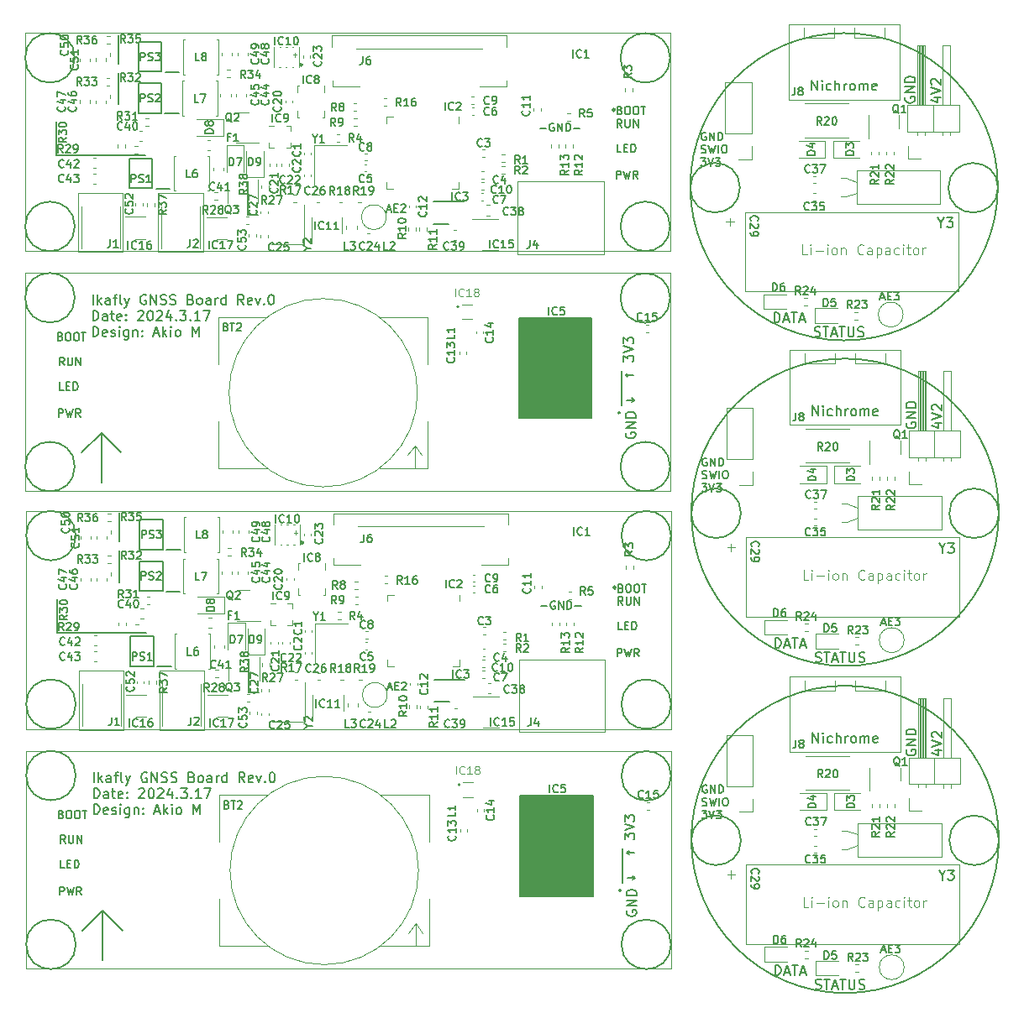
<source format=gbr>
%TF.GenerationSoftware,KiCad,Pcbnew,7.0.5*%
%TF.CreationDate,2024-04-05T19:39:43+09:00*%
%TF.ProjectId,ikafly_rev0a_p_cut,696b6166-6c79-45f7-9265-7630615f705f,rev?*%
%TF.SameCoordinates,Original*%
%TF.FileFunction,Legend,Top*%
%TF.FilePolarity,Positive*%
%FSLAX46Y46*%
G04 Gerber Fmt 4.6, Leading zero omitted, Abs format (unit mm)*
G04 Created by KiCad (PCBNEW 7.0.5) date 2024-04-05 19:39:43*
%MOMM*%
%LPD*%
G01*
G04 APERTURE LIST*
%ADD10C,0.150000*%
%ADD11C,0.100000*%
%ADD12C,0.120000*%
%ADD13C,0.250000*%
%ADD14C,0.170000*%
%ADD15C,0.200000*%
%ADD16C,0.218114*%
G04 APERTURE END LIST*
D10*
X196300000Y-63100000D02*
G75*
G03*
X196300000Y-63100000I-2500000J0D01*
G01*
X153740000Y-58550000D02*
X153740000Y-61950000D01*
D11*
X131300000Y-67800000D02*
X196300000Y-67800000D01*
X196300000Y-89800000D01*
X131300000Y-89800000D01*
X131300000Y-67800000D01*
D10*
X136300000Y-46100000D02*
G75*
G03*
X136300000Y-46100000I-2500000J0D01*
G01*
X181200000Y-120550000D02*
X188500000Y-120550000D01*
X188500000Y-130650000D01*
X181200000Y-130650000D01*
X181200000Y-120550000D01*
G36*
X181200000Y-120550000D02*
G01*
X188500000Y-120550000D01*
X188500000Y-130650000D01*
X181200000Y-130650000D01*
X181200000Y-120550000D01*
G37*
D11*
X131400000Y-116000000D02*
X196400000Y-116000000D01*
X196400000Y-138000000D01*
X131400000Y-138000000D01*
X131400000Y-116000000D01*
D10*
X229440000Y-124940000D02*
G75*
G03*
X229440000Y-124940000I-15500000J0D01*
G01*
X140700000Y-43800000D02*
X140700000Y-46700000D01*
X139000000Y-83929999D02*
X137000000Y-85929999D01*
X136300000Y-63100000D02*
G75*
G03*
X136300000Y-63100000I-2500000J0D01*
G01*
X196400000Y-118529999D02*
G75*
G03*
X196400000Y-118529999I-2500000J0D01*
G01*
X229450000Y-92040000D02*
G75*
G03*
X229450000Y-92040000I-2500000J0D01*
G01*
X136300000Y-70300000D02*
G75*
G03*
X136300000Y-70300000I-2500000J0D01*
G01*
X229350000Y-59200000D02*
G75*
G03*
X229350000Y-59200000I-2500000J0D01*
G01*
X139000000Y-83929999D02*
X139000000Y-88929999D01*
X196300000Y-87329999D02*
G75*
G03*
X196300000Y-87329999I-2500000J0D01*
G01*
X229450000Y-125040000D02*
G75*
G03*
X229450000Y-125040000I-2500000J0D01*
G01*
X153840000Y-110150000D02*
X154850000Y-110150000D01*
X134500000Y-100700000D02*
X134500000Y-104100000D01*
X139000000Y-83929999D02*
X141000000Y-85929999D01*
X229340000Y-59100000D02*
G75*
G03*
X229340000Y-59100000I-15500000J0D01*
G01*
X196300000Y-46100000D02*
G75*
G03*
X196300000Y-46100000I-2500000J0D01*
G01*
X191500000Y-125850000D02*
X191500000Y-129350000D01*
X139100000Y-132129999D02*
X141100000Y-134129999D01*
X153840000Y-106750000D02*
X153840000Y-110150000D01*
X143400000Y-55900000D02*
X134400000Y-55900000D01*
X140800000Y-95800000D02*
X140800000Y-99000000D01*
X139100000Y-132129999D02*
X139100000Y-137129999D01*
X136400000Y-94300000D02*
G75*
G03*
X136400000Y-94300000I-2500000J0D01*
G01*
X140700000Y-47600000D02*
X140700000Y-50800000D01*
X139100000Y-132129999D02*
X137100000Y-134129999D01*
X143500000Y-104100000D02*
X134500000Y-104100000D01*
X140800000Y-92000000D02*
X140800000Y-94900000D01*
D11*
X131400000Y-91800000D02*
X196400000Y-91800000D01*
X196400000Y-113800000D01*
X131400000Y-113800000D01*
X131400000Y-91800000D01*
D10*
X136400000Y-111300000D02*
G75*
G03*
X136400000Y-111300000I-2500000J0D01*
G01*
X203440000Y-125040000D02*
G75*
G03*
X203440000Y-125040000I-2500000J0D01*
G01*
X229440000Y-91940000D02*
G75*
G03*
X229440000Y-91940000I-15500000J0D01*
G01*
X203340000Y-59200000D02*
G75*
G03*
X203340000Y-59200000I-2500000J0D01*
G01*
X196400000Y-111300000D02*
G75*
G03*
X196400000Y-111300000I-2500000J0D01*
G01*
X196400000Y-135529999D02*
G75*
G03*
X196400000Y-135529999I-2500000J0D01*
G01*
X153740000Y-61950000D02*
X154750000Y-61950000D01*
X181100000Y-72350000D02*
X188400000Y-72350000D01*
X188400000Y-82450000D01*
X181100000Y-82450000D01*
X181100000Y-72350000D01*
G36*
X181100000Y-72350000D02*
G01*
X188400000Y-72350000D01*
X188400000Y-82450000D01*
X181100000Y-82450000D01*
X181100000Y-72350000D01*
G37*
X203440000Y-92040000D02*
G75*
G03*
X203440000Y-92040000I-2500000J0D01*
G01*
X134400000Y-52500000D02*
X134400000Y-55900000D01*
X196400000Y-94300000D02*
G75*
G03*
X196400000Y-94300000I-2500000J0D01*
G01*
X136300000Y-87329999D02*
G75*
G03*
X136300000Y-87329999I-2500000J0D01*
G01*
D11*
X131300000Y-43600000D02*
X196300000Y-43600000D01*
X196300000Y-65600000D01*
X131300000Y-65600000D01*
X131300000Y-43600000D01*
D10*
X196300000Y-70329999D02*
G75*
G03*
X196300000Y-70329999I-2500000J0D01*
G01*
X191400000Y-77650000D02*
X191400000Y-81150000D01*
X136400000Y-135529999D02*
G75*
G03*
X136400000Y-135529999I-2500000J0D01*
G01*
X136400000Y-118500000D02*
G75*
G03*
X136400000Y-118500000I-2500000J0D01*
G01*
X183189160Y-53189533D02*
X183798684Y-53189533D01*
X184598683Y-52732390D02*
X184522493Y-52694295D01*
X184522493Y-52694295D02*
X184408207Y-52694295D01*
X184408207Y-52694295D02*
X184293921Y-52732390D01*
X184293921Y-52732390D02*
X184217731Y-52808580D01*
X184217731Y-52808580D02*
X184179636Y-52884771D01*
X184179636Y-52884771D02*
X184141540Y-53037152D01*
X184141540Y-53037152D02*
X184141540Y-53151438D01*
X184141540Y-53151438D02*
X184179636Y-53303819D01*
X184179636Y-53303819D02*
X184217731Y-53380009D01*
X184217731Y-53380009D02*
X184293921Y-53456200D01*
X184293921Y-53456200D02*
X184408207Y-53494295D01*
X184408207Y-53494295D02*
X184484398Y-53494295D01*
X184484398Y-53494295D02*
X184598683Y-53456200D01*
X184598683Y-53456200D02*
X184636779Y-53418104D01*
X184636779Y-53418104D02*
X184636779Y-53151438D01*
X184636779Y-53151438D02*
X184484398Y-53151438D01*
X184979636Y-53494295D02*
X184979636Y-52694295D01*
X184979636Y-52694295D02*
X185436779Y-53494295D01*
X185436779Y-53494295D02*
X185436779Y-52694295D01*
X185817731Y-53494295D02*
X185817731Y-52694295D01*
X185817731Y-52694295D02*
X186008207Y-52694295D01*
X186008207Y-52694295D02*
X186122493Y-52732390D01*
X186122493Y-52732390D02*
X186198683Y-52808580D01*
X186198683Y-52808580D02*
X186236778Y-52884771D01*
X186236778Y-52884771D02*
X186274874Y-53037152D01*
X186274874Y-53037152D02*
X186274874Y-53151438D01*
X186274874Y-53151438D02*
X186236778Y-53303819D01*
X186236778Y-53303819D02*
X186198683Y-53380009D01*
X186198683Y-53380009D02*
X186122493Y-53456200D01*
X186122493Y-53456200D02*
X186008207Y-53494295D01*
X186008207Y-53494295D02*
X185817731Y-53494295D01*
X186617731Y-53189533D02*
X187227255Y-53189533D01*
X135270112Y-127824294D02*
X134889160Y-127824294D01*
X134889160Y-127824294D02*
X134889160Y-127024294D01*
X135536779Y-127405246D02*
X135803445Y-127405246D01*
X135917731Y-127824294D02*
X135536779Y-127824294D01*
X135536779Y-127824294D02*
X135536779Y-127024294D01*
X135536779Y-127024294D02*
X135917731Y-127024294D01*
X136260589Y-127824294D02*
X136260589Y-127024294D01*
X136260589Y-127024294D02*
X136451065Y-127024294D01*
X136451065Y-127024294D02*
X136565351Y-127062389D01*
X136565351Y-127062389D02*
X136641541Y-127138579D01*
X136641541Y-127138579D02*
X136679636Y-127214770D01*
X136679636Y-127214770D02*
X136717732Y-127367151D01*
X136717732Y-127367151D02*
X136717732Y-127481437D01*
X136717732Y-127481437D02*
X136679636Y-127633818D01*
X136679636Y-127633818D02*
X136641541Y-127710008D01*
X136641541Y-127710008D02*
X136565351Y-127786199D01*
X136565351Y-127786199D02*
X136451065Y-127824294D01*
X136451065Y-127824294D02*
X136260589Y-127824294D01*
X191967438Y-132119411D02*
X191919819Y-132214649D01*
X191919819Y-132214649D02*
X191919819Y-132357506D01*
X191919819Y-132357506D02*
X191967438Y-132500363D01*
X191967438Y-132500363D02*
X192062676Y-132595601D01*
X192062676Y-132595601D02*
X192157914Y-132643220D01*
X192157914Y-132643220D02*
X192348390Y-132690839D01*
X192348390Y-132690839D02*
X192491247Y-132690839D01*
X192491247Y-132690839D02*
X192681723Y-132643220D01*
X192681723Y-132643220D02*
X192776961Y-132595601D01*
X192776961Y-132595601D02*
X192872200Y-132500363D01*
X192872200Y-132500363D02*
X192919819Y-132357506D01*
X192919819Y-132357506D02*
X192919819Y-132262268D01*
X192919819Y-132262268D02*
X192872200Y-132119411D01*
X192872200Y-132119411D02*
X192824580Y-132071792D01*
X192824580Y-132071792D02*
X192491247Y-132071792D01*
X192491247Y-132071792D02*
X192491247Y-132262268D01*
X192919819Y-131643220D02*
X191919819Y-131643220D01*
X191919819Y-131643220D02*
X192919819Y-131071792D01*
X192919819Y-131071792D02*
X191919819Y-131071792D01*
X192919819Y-130595601D02*
X191919819Y-130595601D01*
X191919819Y-130595601D02*
X191919819Y-130357506D01*
X191919819Y-130357506D02*
X191967438Y-130214649D01*
X191967438Y-130214649D02*
X192062676Y-130119411D01*
X192062676Y-130119411D02*
X192157914Y-130071792D01*
X192157914Y-130071792D02*
X192348390Y-130024173D01*
X192348390Y-130024173D02*
X192491247Y-130024173D01*
X192491247Y-130024173D02*
X192681723Y-130071792D01*
X192681723Y-130071792D02*
X192776961Y-130119411D01*
X192776961Y-130119411D02*
X192872200Y-130214649D01*
X192872200Y-130214649D02*
X192919819Y-130357506D01*
X192919819Y-130357506D02*
X192919819Y-130595601D01*
X191470112Y-103794295D02*
X191089160Y-103794295D01*
X191089160Y-103794295D02*
X191089160Y-102994295D01*
X191736779Y-103375247D02*
X192003445Y-103375247D01*
X192117731Y-103794295D02*
X191736779Y-103794295D01*
X191736779Y-103794295D02*
X191736779Y-102994295D01*
X191736779Y-102994295D02*
X192117731Y-102994295D01*
X192460589Y-103794295D02*
X192460589Y-102994295D01*
X192460589Y-102994295D02*
X192651065Y-102994295D01*
X192651065Y-102994295D02*
X192765351Y-103032390D01*
X192765351Y-103032390D02*
X192841541Y-103108580D01*
X192841541Y-103108580D02*
X192879636Y-103184771D01*
X192879636Y-103184771D02*
X192917732Y-103337152D01*
X192917732Y-103337152D02*
X192917732Y-103451438D01*
X192917732Y-103451438D02*
X192879636Y-103603819D01*
X192879636Y-103603819D02*
X192841541Y-103680009D01*
X192841541Y-103680009D02*
X192765351Y-103756200D01*
X192765351Y-103756200D02*
X192651065Y-103794295D01*
X192651065Y-103794295D02*
X192460589Y-103794295D01*
X191446303Y-53094295D02*
X191179636Y-52713342D01*
X190989160Y-53094295D02*
X190989160Y-52294295D01*
X190989160Y-52294295D02*
X191293922Y-52294295D01*
X191293922Y-52294295D02*
X191370112Y-52332390D01*
X191370112Y-52332390D02*
X191408207Y-52370485D01*
X191408207Y-52370485D02*
X191446303Y-52446676D01*
X191446303Y-52446676D02*
X191446303Y-52560961D01*
X191446303Y-52560961D02*
X191408207Y-52637152D01*
X191408207Y-52637152D02*
X191370112Y-52675247D01*
X191370112Y-52675247D02*
X191293922Y-52713342D01*
X191293922Y-52713342D02*
X190989160Y-52713342D01*
X191789160Y-52294295D02*
X191789160Y-52941914D01*
X191789160Y-52941914D02*
X191827255Y-53018104D01*
X191827255Y-53018104D02*
X191865350Y-53056200D01*
X191865350Y-53056200D02*
X191941541Y-53094295D01*
X191941541Y-53094295D02*
X192093922Y-53094295D01*
X192093922Y-53094295D02*
X192170112Y-53056200D01*
X192170112Y-53056200D02*
X192208207Y-53018104D01*
X192208207Y-53018104D02*
X192246303Y-52941914D01*
X192246303Y-52941914D02*
X192246303Y-52294295D01*
X192627255Y-53094295D02*
X192627255Y-52294295D01*
X192627255Y-52294295D02*
X193084398Y-53094295D01*
X193084398Y-53094295D02*
X193084398Y-52294295D01*
X200008207Y-86496390D02*
X199932017Y-86458295D01*
X199932017Y-86458295D02*
X199817731Y-86458295D01*
X199817731Y-86458295D02*
X199703445Y-86496390D01*
X199703445Y-86496390D02*
X199627255Y-86572580D01*
X199627255Y-86572580D02*
X199589160Y-86648771D01*
X199589160Y-86648771D02*
X199551064Y-86801152D01*
X199551064Y-86801152D02*
X199551064Y-86915438D01*
X199551064Y-86915438D02*
X199589160Y-87067819D01*
X199589160Y-87067819D02*
X199627255Y-87144009D01*
X199627255Y-87144009D02*
X199703445Y-87220200D01*
X199703445Y-87220200D02*
X199817731Y-87258295D01*
X199817731Y-87258295D02*
X199893922Y-87258295D01*
X199893922Y-87258295D02*
X200008207Y-87220200D01*
X200008207Y-87220200D02*
X200046303Y-87182104D01*
X200046303Y-87182104D02*
X200046303Y-86915438D01*
X200046303Y-86915438D02*
X199893922Y-86915438D01*
X200389160Y-87258295D02*
X200389160Y-86458295D01*
X200389160Y-86458295D02*
X200846303Y-87258295D01*
X200846303Y-87258295D02*
X200846303Y-86458295D01*
X201227255Y-87258295D02*
X201227255Y-86458295D01*
X201227255Y-86458295D02*
X201417731Y-86458295D01*
X201417731Y-86458295D02*
X201532017Y-86496390D01*
X201532017Y-86496390D02*
X201608207Y-86572580D01*
X201608207Y-86572580D02*
X201646302Y-86648771D01*
X201646302Y-86648771D02*
X201684398Y-86801152D01*
X201684398Y-86801152D02*
X201684398Y-86915438D01*
X201684398Y-86915438D02*
X201646302Y-87067819D01*
X201646302Y-87067819D02*
X201608207Y-87144009D01*
X201608207Y-87144009D02*
X201532017Y-87220200D01*
X201532017Y-87220200D02*
X201417731Y-87258295D01*
X201417731Y-87258295D02*
X201227255Y-87258295D01*
X199551064Y-88508200D02*
X199665350Y-88546295D01*
X199665350Y-88546295D02*
X199855826Y-88546295D01*
X199855826Y-88546295D02*
X199932017Y-88508200D01*
X199932017Y-88508200D02*
X199970112Y-88470104D01*
X199970112Y-88470104D02*
X200008207Y-88393914D01*
X200008207Y-88393914D02*
X200008207Y-88317723D01*
X200008207Y-88317723D02*
X199970112Y-88241533D01*
X199970112Y-88241533D02*
X199932017Y-88203438D01*
X199932017Y-88203438D02*
X199855826Y-88165342D01*
X199855826Y-88165342D02*
X199703445Y-88127247D01*
X199703445Y-88127247D02*
X199627255Y-88089152D01*
X199627255Y-88089152D02*
X199589160Y-88051057D01*
X199589160Y-88051057D02*
X199551064Y-87974866D01*
X199551064Y-87974866D02*
X199551064Y-87898676D01*
X199551064Y-87898676D02*
X199589160Y-87822485D01*
X199589160Y-87822485D02*
X199627255Y-87784390D01*
X199627255Y-87784390D02*
X199703445Y-87746295D01*
X199703445Y-87746295D02*
X199893922Y-87746295D01*
X199893922Y-87746295D02*
X200008207Y-87784390D01*
X200274874Y-87746295D02*
X200465350Y-88546295D01*
X200465350Y-88546295D02*
X200617731Y-87974866D01*
X200617731Y-87974866D02*
X200770112Y-88546295D01*
X200770112Y-88546295D02*
X200960589Y-87746295D01*
X201265351Y-88546295D02*
X201265351Y-87746295D01*
X201798684Y-87746295D02*
X201951065Y-87746295D01*
X201951065Y-87746295D02*
X202027255Y-87784390D01*
X202027255Y-87784390D02*
X202103446Y-87860580D01*
X202103446Y-87860580D02*
X202141541Y-88012961D01*
X202141541Y-88012961D02*
X202141541Y-88279628D01*
X202141541Y-88279628D02*
X202103446Y-88432009D01*
X202103446Y-88432009D02*
X202027255Y-88508200D01*
X202027255Y-88508200D02*
X201951065Y-88546295D01*
X201951065Y-88546295D02*
X201798684Y-88546295D01*
X201798684Y-88546295D02*
X201722493Y-88508200D01*
X201722493Y-88508200D02*
X201646303Y-88432009D01*
X201646303Y-88432009D02*
X201608207Y-88279628D01*
X201608207Y-88279628D02*
X201608207Y-88012961D01*
X201608207Y-88012961D02*
X201646303Y-87860580D01*
X201646303Y-87860580D02*
X201722493Y-87784390D01*
X201722493Y-87784390D02*
X201798684Y-87746295D01*
X199512969Y-89034295D02*
X200008207Y-89034295D01*
X200008207Y-89034295D02*
X199741541Y-89339057D01*
X199741541Y-89339057D02*
X199855826Y-89339057D01*
X199855826Y-89339057D02*
X199932017Y-89377152D01*
X199932017Y-89377152D02*
X199970112Y-89415247D01*
X199970112Y-89415247D02*
X200008207Y-89491438D01*
X200008207Y-89491438D02*
X200008207Y-89681914D01*
X200008207Y-89681914D02*
X199970112Y-89758104D01*
X199970112Y-89758104D02*
X199932017Y-89796200D01*
X199932017Y-89796200D02*
X199855826Y-89834295D01*
X199855826Y-89834295D02*
X199627255Y-89834295D01*
X199627255Y-89834295D02*
X199551064Y-89796200D01*
X199551064Y-89796200D02*
X199512969Y-89758104D01*
X200236779Y-89034295D02*
X200503446Y-89834295D01*
X200503446Y-89834295D02*
X200770112Y-89034295D01*
X200960588Y-89034295D02*
X201455826Y-89034295D01*
X201455826Y-89034295D02*
X201189160Y-89339057D01*
X201189160Y-89339057D02*
X201303445Y-89339057D01*
X201303445Y-89339057D02*
X201379636Y-89377152D01*
X201379636Y-89377152D02*
X201417731Y-89415247D01*
X201417731Y-89415247D02*
X201455826Y-89491438D01*
X201455826Y-89491438D02*
X201455826Y-89681914D01*
X201455826Y-89681914D02*
X201417731Y-89758104D01*
X201417731Y-89758104D02*
X201379636Y-89796200D01*
X201379636Y-89796200D02*
X201303445Y-89834295D01*
X201303445Y-89834295D02*
X201074874Y-89834295D01*
X201074874Y-89834295D02*
X200998683Y-89796200D01*
X200998683Y-89796200D02*
X200960588Y-89758104D01*
X183289160Y-101389533D02*
X183898684Y-101389533D01*
X184698683Y-100932390D02*
X184622493Y-100894295D01*
X184622493Y-100894295D02*
X184508207Y-100894295D01*
X184508207Y-100894295D02*
X184393921Y-100932390D01*
X184393921Y-100932390D02*
X184317731Y-101008580D01*
X184317731Y-101008580D02*
X184279636Y-101084771D01*
X184279636Y-101084771D02*
X184241540Y-101237152D01*
X184241540Y-101237152D02*
X184241540Y-101351438D01*
X184241540Y-101351438D02*
X184279636Y-101503819D01*
X184279636Y-101503819D02*
X184317731Y-101580009D01*
X184317731Y-101580009D02*
X184393921Y-101656200D01*
X184393921Y-101656200D02*
X184508207Y-101694295D01*
X184508207Y-101694295D02*
X184584398Y-101694295D01*
X184584398Y-101694295D02*
X184698683Y-101656200D01*
X184698683Y-101656200D02*
X184736779Y-101618104D01*
X184736779Y-101618104D02*
X184736779Y-101351438D01*
X184736779Y-101351438D02*
X184584398Y-101351438D01*
X185079636Y-101694295D02*
X185079636Y-100894295D01*
X185079636Y-100894295D02*
X185536779Y-101694295D01*
X185536779Y-101694295D02*
X185536779Y-100894295D01*
X185917731Y-101694295D02*
X185917731Y-100894295D01*
X185917731Y-100894295D02*
X186108207Y-100894295D01*
X186108207Y-100894295D02*
X186222493Y-100932390D01*
X186222493Y-100932390D02*
X186298683Y-101008580D01*
X186298683Y-101008580D02*
X186336778Y-101084771D01*
X186336778Y-101084771D02*
X186374874Y-101237152D01*
X186374874Y-101237152D02*
X186374874Y-101351438D01*
X186374874Y-101351438D02*
X186336778Y-101503819D01*
X186336778Y-101503819D02*
X186298683Y-101580009D01*
X186298683Y-101580009D02*
X186222493Y-101656200D01*
X186222493Y-101656200D02*
X186108207Y-101694295D01*
X186108207Y-101694295D02*
X185917731Y-101694295D01*
X186717731Y-101389533D02*
X187327255Y-101389533D01*
X200008207Y-119496390D02*
X199932017Y-119458295D01*
X199932017Y-119458295D02*
X199817731Y-119458295D01*
X199817731Y-119458295D02*
X199703445Y-119496390D01*
X199703445Y-119496390D02*
X199627255Y-119572580D01*
X199627255Y-119572580D02*
X199589160Y-119648771D01*
X199589160Y-119648771D02*
X199551064Y-119801152D01*
X199551064Y-119801152D02*
X199551064Y-119915438D01*
X199551064Y-119915438D02*
X199589160Y-120067819D01*
X199589160Y-120067819D02*
X199627255Y-120144009D01*
X199627255Y-120144009D02*
X199703445Y-120220200D01*
X199703445Y-120220200D02*
X199817731Y-120258295D01*
X199817731Y-120258295D02*
X199893922Y-120258295D01*
X199893922Y-120258295D02*
X200008207Y-120220200D01*
X200008207Y-120220200D02*
X200046303Y-120182104D01*
X200046303Y-120182104D02*
X200046303Y-119915438D01*
X200046303Y-119915438D02*
X199893922Y-119915438D01*
X200389160Y-120258295D02*
X200389160Y-119458295D01*
X200389160Y-119458295D02*
X200846303Y-120258295D01*
X200846303Y-120258295D02*
X200846303Y-119458295D01*
X201227255Y-120258295D02*
X201227255Y-119458295D01*
X201227255Y-119458295D02*
X201417731Y-119458295D01*
X201417731Y-119458295D02*
X201532017Y-119496390D01*
X201532017Y-119496390D02*
X201608207Y-119572580D01*
X201608207Y-119572580D02*
X201646302Y-119648771D01*
X201646302Y-119648771D02*
X201684398Y-119801152D01*
X201684398Y-119801152D02*
X201684398Y-119915438D01*
X201684398Y-119915438D02*
X201646302Y-120067819D01*
X201646302Y-120067819D02*
X201608207Y-120144009D01*
X201608207Y-120144009D02*
X201532017Y-120220200D01*
X201532017Y-120220200D02*
X201417731Y-120258295D01*
X201417731Y-120258295D02*
X201227255Y-120258295D01*
X199551064Y-121508200D02*
X199665350Y-121546295D01*
X199665350Y-121546295D02*
X199855826Y-121546295D01*
X199855826Y-121546295D02*
X199932017Y-121508200D01*
X199932017Y-121508200D02*
X199970112Y-121470104D01*
X199970112Y-121470104D02*
X200008207Y-121393914D01*
X200008207Y-121393914D02*
X200008207Y-121317723D01*
X200008207Y-121317723D02*
X199970112Y-121241533D01*
X199970112Y-121241533D02*
X199932017Y-121203438D01*
X199932017Y-121203438D02*
X199855826Y-121165342D01*
X199855826Y-121165342D02*
X199703445Y-121127247D01*
X199703445Y-121127247D02*
X199627255Y-121089152D01*
X199627255Y-121089152D02*
X199589160Y-121051057D01*
X199589160Y-121051057D02*
X199551064Y-120974866D01*
X199551064Y-120974866D02*
X199551064Y-120898676D01*
X199551064Y-120898676D02*
X199589160Y-120822485D01*
X199589160Y-120822485D02*
X199627255Y-120784390D01*
X199627255Y-120784390D02*
X199703445Y-120746295D01*
X199703445Y-120746295D02*
X199893922Y-120746295D01*
X199893922Y-120746295D02*
X200008207Y-120784390D01*
X200274874Y-120746295D02*
X200465350Y-121546295D01*
X200465350Y-121546295D02*
X200617731Y-120974866D01*
X200617731Y-120974866D02*
X200770112Y-121546295D01*
X200770112Y-121546295D02*
X200960589Y-120746295D01*
X201265351Y-121546295D02*
X201265351Y-120746295D01*
X201798684Y-120746295D02*
X201951065Y-120746295D01*
X201951065Y-120746295D02*
X202027255Y-120784390D01*
X202027255Y-120784390D02*
X202103446Y-120860580D01*
X202103446Y-120860580D02*
X202141541Y-121012961D01*
X202141541Y-121012961D02*
X202141541Y-121279628D01*
X202141541Y-121279628D02*
X202103446Y-121432009D01*
X202103446Y-121432009D02*
X202027255Y-121508200D01*
X202027255Y-121508200D02*
X201951065Y-121546295D01*
X201951065Y-121546295D02*
X201798684Y-121546295D01*
X201798684Y-121546295D02*
X201722493Y-121508200D01*
X201722493Y-121508200D02*
X201646303Y-121432009D01*
X201646303Y-121432009D02*
X201608207Y-121279628D01*
X201608207Y-121279628D02*
X201608207Y-121012961D01*
X201608207Y-121012961D02*
X201646303Y-120860580D01*
X201646303Y-120860580D02*
X201722493Y-120784390D01*
X201722493Y-120784390D02*
X201798684Y-120746295D01*
X199512969Y-122034295D02*
X200008207Y-122034295D01*
X200008207Y-122034295D02*
X199741541Y-122339057D01*
X199741541Y-122339057D02*
X199855826Y-122339057D01*
X199855826Y-122339057D02*
X199932017Y-122377152D01*
X199932017Y-122377152D02*
X199970112Y-122415247D01*
X199970112Y-122415247D02*
X200008207Y-122491438D01*
X200008207Y-122491438D02*
X200008207Y-122681914D01*
X200008207Y-122681914D02*
X199970112Y-122758104D01*
X199970112Y-122758104D02*
X199932017Y-122796200D01*
X199932017Y-122796200D02*
X199855826Y-122834295D01*
X199855826Y-122834295D02*
X199627255Y-122834295D01*
X199627255Y-122834295D02*
X199551064Y-122796200D01*
X199551064Y-122796200D02*
X199512969Y-122758104D01*
X200236779Y-122034295D02*
X200503446Y-122834295D01*
X200503446Y-122834295D02*
X200770112Y-122034295D01*
X200960588Y-122034295D02*
X201455826Y-122034295D01*
X201455826Y-122034295D02*
X201189160Y-122339057D01*
X201189160Y-122339057D02*
X201303445Y-122339057D01*
X201303445Y-122339057D02*
X201379636Y-122377152D01*
X201379636Y-122377152D02*
X201417731Y-122415247D01*
X201417731Y-122415247D02*
X201455826Y-122491438D01*
X201455826Y-122491438D02*
X201455826Y-122681914D01*
X201455826Y-122681914D02*
X201417731Y-122758104D01*
X201417731Y-122758104D02*
X201379636Y-122796200D01*
X201379636Y-122796200D02*
X201303445Y-122834295D01*
X201303445Y-122834295D02*
X201074874Y-122834295D01*
X201074874Y-122834295D02*
X200998683Y-122796200D01*
X200998683Y-122796200D02*
X200960588Y-122758104D01*
X190889160Y-58294295D02*
X190889160Y-57494295D01*
X190889160Y-57494295D02*
X191193922Y-57494295D01*
X191193922Y-57494295D02*
X191270112Y-57532390D01*
X191270112Y-57532390D02*
X191308207Y-57570485D01*
X191308207Y-57570485D02*
X191346303Y-57646676D01*
X191346303Y-57646676D02*
X191346303Y-57760961D01*
X191346303Y-57760961D02*
X191308207Y-57837152D01*
X191308207Y-57837152D02*
X191270112Y-57875247D01*
X191270112Y-57875247D02*
X191193922Y-57913342D01*
X191193922Y-57913342D02*
X190889160Y-57913342D01*
X191612969Y-57494295D02*
X191803445Y-58294295D01*
X191803445Y-58294295D02*
X191955826Y-57722866D01*
X191955826Y-57722866D02*
X192108207Y-58294295D01*
X192108207Y-58294295D02*
X192298684Y-57494295D01*
X193060589Y-58294295D02*
X192793922Y-57913342D01*
X192603446Y-58294295D02*
X192603446Y-57494295D01*
X192603446Y-57494295D02*
X192908208Y-57494295D01*
X192908208Y-57494295D02*
X192984398Y-57532390D01*
X192984398Y-57532390D02*
X193022493Y-57570485D01*
X193022493Y-57570485D02*
X193060589Y-57646676D01*
X193060589Y-57646676D02*
X193060589Y-57760961D01*
X193060589Y-57760961D02*
X193022493Y-57837152D01*
X193022493Y-57837152D02*
X192984398Y-57875247D01*
X192984398Y-57875247D02*
X192908208Y-57913342D01*
X192908208Y-57913342D02*
X192603446Y-57913342D01*
X191719819Y-124938458D02*
X191719819Y-124319411D01*
X191719819Y-124319411D02*
X192100771Y-124652744D01*
X192100771Y-124652744D02*
X192100771Y-124509887D01*
X192100771Y-124509887D02*
X192148390Y-124414649D01*
X192148390Y-124414649D02*
X192196009Y-124367030D01*
X192196009Y-124367030D02*
X192291247Y-124319411D01*
X192291247Y-124319411D02*
X192529342Y-124319411D01*
X192529342Y-124319411D02*
X192624580Y-124367030D01*
X192624580Y-124367030D02*
X192672200Y-124414649D01*
X192672200Y-124414649D02*
X192719819Y-124509887D01*
X192719819Y-124509887D02*
X192719819Y-124795601D01*
X192719819Y-124795601D02*
X192672200Y-124890839D01*
X192672200Y-124890839D02*
X192624580Y-124938458D01*
X191719819Y-124033696D02*
X192719819Y-123700363D01*
X192719819Y-123700363D02*
X191719819Y-123367030D01*
X191719819Y-123128934D02*
X191719819Y-122509887D01*
X191719819Y-122509887D02*
X192100771Y-122843220D01*
X192100771Y-122843220D02*
X192100771Y-122700363D01*
X192100771Y-122700363D02*
X192148390Y-122605125D01*
X192148390Y-122605125D02*
X192196009Y-122557506D01*
X192196009Y-122557506D02*
X192291247Y-122509887D01*
X192291247Y-122509887D02*
X192529342Y-122509887D01*
X192529342Y-122509887D02*
X192624580Y-122557506D01*
X192624580Y-122557506D02*
X192672200Y-122605125D01*
X192672200Y-122605125D02*
X192719819Y-122700363D01*
X192719819Y-122700363D02*
X192719819Y-122986077D01*
X192719819Y-122986077D02*
X192672200Y-123081315D01*
X192672200Y-123081315D02*
X192624580Y-123128934D01*
X192613220Y-78091133D02*
X191851316Y-78091133D01*
X192041792Y-77900657D02*
X191851316Y-78091133D01*
X191851316Y-78091133D02*
X192041792Y-78281609D01*
X138136779Y-70979818D02*
X138136779Y-69979818D01*
X138612969Y-70979818D02*
X138612969Y-69979818D01*
X138708207Y-70598865D02*
X138993921Y-70979818D01*
X138993921Y-70313151D02*
X138612969Y-70694103D01*
X139851064Y-70979818D02*
X139851064Y-70456008D01*
X139851064Y-70456008D02*
X139803445Y-70360770D01*
X139803445Y-70360770D02*
X139708207Y-70313151D01*
X139708207Y-70313151D02*
X139517731Y-70313151D01*
X139517731Y-70313151D02*
X139422493Y-70360770D01*
X139851064Y-70932199D02*
X139755826Y-70979818D01*
X139755826Y-70979818D02*
X139517731Y-70979818D01*
X139517731Y-70979818D02*
X139422493Y-70932199D01*
X139422493Y-70932199D02*
X139374874Y-70836960D01*
X139374874Y-70836960D02*
X139374874Y-70741722D01*
X139374874Y-70741722D02*
X139422493Y-70646484D01*
X139422493Y-70646484D02*
X139517731Y-70598865D01*
X139517731Y-70598865D02*
X139755826Y-70598865D01*
X139755826Y-70598865D02*
X139851064Y-70551246D01*
X140184398Y-70313151D02*
X140565350Y-70313151D01*
X140327255Y-70979818D02*
X140327255Y-70122675D01*
X140327255Y-70122675D02*
X140374874Y-70027437D01*
X140374874Y-70027437D02*
X140470112Y-69979818D01*
X140470112Y-69979818D02*
X140565350Y-69979818D01*
X141041541Y-70979818D02*
X140946303Y-70932199D01*
X140946303Y-70932199D02*
X140898684Y-70836960D01*
X140898684Y-70836960D02*
X140898684Y-69979818D01*
X141327256Y-70313151D02*
X141565351Y-70979818D01*
X141803446Y-70313151D02*
X141565351Y-70979818D01*
X141565351Y-70979818D02*
X141470113Y-71217913D01*
X141470113Y-71217913D02*
X141422494Y-71265532D01*
X141422494Y-71265532D02*
X141327256Y-71313151D01*
X143470113Y-70027437D02*
X143374875Y-69979818D01*
X143374875Y-69979818D02*
X143232018Y-69979818D01*
X143232018Y-69979818D02*
X143089161Y-70027437D01*
X143089161Y-70027437D02*
X142993923Y-70122675D01*
X142993923Y-70122675D02*
X142946304Y-70217913D01*
X142946304Y-70217913D02*
X142898685Y-70408389D01*
X142898685Y-70408389D02*
X142898685Y-70551246D01*
X142898685Y-70551246D02*
X142946304Y-70741722D01*
X142946304Y-70741722D02*
X142993923Y-70836960D01*
X142993923Y-70836960D02*
X143089161Y-70932199D01*
X143089161Y-70932199D02*
X143232018Y-70979818D01*
X143232018Y-70979818D02*
X143327256Y-70979818D01*
X143327256Y-70979818D02*
X143470113Y-70932199D01*
X143470113Y-70932199D02*
X143517732Y-70884579D01*
X143517732Y-70884579D02*
X143517732Y-70551246D01*
X143517732Y-70551246D02*
X143327256Y-70551246D01*
X143946304Y-70979818D02*
X143946304Y-69979818D01*
X143946304Y-69979818D02*
X144517732Y-70979818D01*
X144517732Y-70979818D02*
X144517732Y-69979818D01*
X144946304Y-70932199D02*
X145089161Y-70979818D01*
X145089161Y-70979818D02*
X145327256Y-70979818D01*
X145327256Y-70979818D02*
X145422494Y-70932199D01*
X145422494Y-70932199D02*
X145470113Y-70884579D01*
X145470113Y-70884579D02*
X145517732Y-70789341D01*
X145517732Y-70789341D02*
X145517732Y-70694103D01*
X145517732Y-70694103D02*
X145470113Y-70598865D01*
X145470113Y-70598865D02*
X145422494Y-70551246D01*
X145422494Y-70551246D02*
X145327256Y-70503627D01*
X145327256Y-70503627D02*
X145136780Y-70456008D01*
X145136780Y-70456008D02*
X145041542Y-70408389D01*
X145041542Y-70408389D02*
X144993923Y-70360770D01*
X144993923Y-70360770D02*
X144946304Y-70265532D01*
X144946304Y-70265532D02*
X144946304Y-70170294D01*
X144946304Y-70170294D02*
X144993923Y-70075056D01*
X144993923Y-70075056D02*
X145041542Y-70027437D01*
X145041542Y-70027437D02*
X145136780Y-69979818D01*
X145136780Y-69979818D02*
X145374875Y-69979818D01*
X145374875Y-69979818D02*
X145517732Y-70027437D01*
X145898685Y-70932199D02*
X146041542Y-70979818D01*
X146041542Y-70979818D02*
X146279637Y-70979818D01*
X146279637Y-70979818D02*
X146374875Y-70932199D01*
X146374875Y-70932199D02*
X146422494Y-70884579D01*
X146422494Y-70884579D02*
X146470113Y-70789341D01*
X146470113Y-70789341D02*
X146470113Y-70694103D01*
X146470113Y-70694103D02*
X146422494Y-70598865D01*
X146422494Y-70598865D02*
X146374875Y-70551246D01*
X146374875Y-70551246D02*
X146279637Y-70503627D01*
X146279637Y-70503627D02*
X146089161Y-70456008D01*
X146089161Y-70456008D02*
X145993923Y-70408389D01*
X145993923Y-70408389D02*
X145946304Y-70360770D01*
X145946304Y-70360770D02*
X145898685Y-70265532D01*
X145898685Y-70265532D02*
X145898685Y-70170294D01*
X145898685Y-70170294D02*
X145946304Y-70075056D01*
X145946304Y-70075056D02*
X145993923Y-70027437D01*
X145993923Y-70027437D02*
X146089161Y-69979818D01*
X146089161Y-69979818D02*
X146327256Y-69979818D01*
X146327256Y-69979818D02*
X146470113Y-70027437D01*
X147993923Y-70456008D02*
X148136780Y-70503627D01*
X148136780Y-70503627D02*
X148184399Y-70551246D01*
X148184399Y-70551246D02*
X148232018Y-70646484D01*
X148232018Y-70646484D02*
X148232018Y-70789341D01*
X148232018Y-70789341D02*
X148184399Y-70884579D01*
X148184399Y-70884579D02*
X148136780Y-70932199D01*
X148136780Y-70932199D02*
X148041542Y-70979818D01*
X148041542Y-70979818D02*
X147660590Y-70979818D01*
X147660590Y-70979818D02*
X147660590Y-69979818D01*
X147660590Y-69979818D02*
X147993923Y-69979818D01*
X147993923Y-69979818D02*
X148089161Y-70027437D01*
X148089161Y-70027437D02*
X148136780Y-70075056D01*
X148136780Y-70075056D02*
X148184399Y-70170294D01*
X148184399Y-70170294D02*
X148184399Y-70265532D01*
X148184399Y-70265532D02*
X148136780Y-70360770D01*
X148136780Y-70360770D02*
X148089161Y-70408389D01*
X148089161Y-70408389D02*
X147993923Y-70456008D01*
X147993923Y-70456008D02*
X147660590Y-70456008D01*
X148803447Y-70979818D02*
X148708209Y-70932199D01*
X148708209Y-70932199D02*
X148660590Y-70884579D01*
X148660590Y-70884579D02*
X148612971Y-70789341D01*
X148612971Y-70789341D02*
X148612971Y-70503627D01*
X148612971Y-70503627D02*
X148660590Y-70408389D01*
X148660590Y-70408389D02*
X148708209Y-70360770D01*
X148708209Y-70360770D02*
X148803447Y-70313151D01*
X148803447Y-70313151D02*
X148946304Y-70313151D01*
X148946304Y-70313151D02*
X149041542Y-70360770D01*
X149041542Y-70360770D02*
X149089161Y-70408389D01*
X149089161Y-70408389D02*
X149136780Y-70503627D01*
X149136780Y-70503627D02*
X149136780Y-70789341D01*
X149136780Y-70789341D02*
X149089161Y-70884579D01*
X149089161Y-70884579D02*
X149041542Y-70932199D01*
X149041542Y-70932199D02*
X148946304Y-70979818D01*
X148946304Y-70979818D02*
X148803447Y-70979818D01*
X149993923Y-70979818D02*
X149993923Y-70456008D01*
X149993923Y-70456008D02*
X149946304Y-70360770D01*
X149946304Y-70360770D02*
X149851066Y-70313151D01*
X149851066Y-70313151D02*
X149660590Y-70313151D01*
X149660590Y-70313151D02*
X149565352Y-70360770D01*
X149993923Y-70932199D02*
X149898685Y-70979818D01*
X149898685Y-70979818D02*
X149660590Y-70979818D01*
X149660590Y-70979818D02*
X149565352Y-70932199D01*
X149565352Y-70932199D02*
X149517733Y-70836960D01*
X149517733Y-70836960D02*
X149517733Y-70741722D01*
X149517733Y-70741722D02*
X149565352Y-70646484D01*
X149565352Y-70646484D02*
X149660590Y-70598865D01*
X149660590Y-70598865D02*
X149898685Y-70598865D01*
X149898685Y-70598865D02*
X149993923Y-70551246D01*
X150470114Y-70979818D02*
X150470114Y-70313151D01*
X150470114Y-70503627D02*
X150517733Y-70408389D01*
X150517733Y-70408389D02*
X150565352Y-70360770D01*
X150565352Y-70360770D02*
X150660590Y-70313151D01*
X150660590Y-70313151D02*
X150755828Y-70313151D01*
X151517733Y-70979818D02*
X151517733Y-69979818D01*
X151517733Y-70932199D02*
X151422495Y-70979818D01*
X151422495Y-70979818D02*
X151232019Y-70979818D01*
X151232019Y-70979818D02*
X151136781Y-70932199D01*
X151136781Y-70932199D02*
X151089162Y-70884579D01*
X151089162Y-70884579D02*
X151041543Y-70789341D01*
X151041543Y-70789341D02*
X151041543Y-70503627D01*
X151041543Y-70503627D02*
X151089162Y-70408389D01*
X151089162Y-70408389D02*
X151136781Y-70360770D01*
X151136781Y-70360770D02*
X151232019Y-70313151D01*
X151232019Y-70313151D02*
X151422495Y-70313151D01*
X151422495Y-70313151D02*
X151517733Y-70360770D01*
X153327257Y-70979818D02*
X152993924Y-70503627D01*
X152755829Y-70979818D02*
X152755829Y-69979818D01*
X152755829Y-69979818D02*
X153136781Y-69979818D01*
X153136781Y-69979818D02*
X153232019Y-70027437D01*
X153232019Y-70027437D02*
X153279638Y-70075056D01*
X153279638Y-70075056D02*
X153327257Y-70170294D01*
X153327257Y-70170294D02*
X153327257Y-70313151D01*
X153327257Y-70313151D02*
X153279638Y-70408389D01*
X153279638Y-70408389D02*
X153232019Y-70456008D01*
X153232019Y-70456008D02*
X153136781Y-70503627D01*
X153136781Y-70503627D02*
X152755829Y-70503627D01*
X154136781Y-70932199D02*
X154041543Y-70979818D01*
X154041543Y-70979818D02*
X153851067Y-70979818D01*
X153851067Y-70979818D02*
X153755829Y-70932199D01*
X153755829Y-70932199D02*
X153708210Y-70836960D01*
X153708210Y-70836960D02*
X153708210Y-70456008D01*
X153708210Y-70456008D02*
X153755829Y-70360770D01*
X153755829Y-70360770D02*
X153851067Y-70313151D01*
X153851067Y-70313151D02*
X154041543Y-70313151D01*
X154041543Y-70313151D02*
X154136781Y-70360770D01*
X154136781Y-70360770D02*
X154184400Y-70456008D01*
X154184400Y-70456008D02*
X154184400Y-70551246D01*
X154184400Y-70551246D02*
X153708210Y-70646484D01*
X154517734Y-70313151D02*
X154755829Y-70979818D01*
X154755829Y-70979818D02*
X154993924Y-70313151D01*
X155374877Y-70884579D02*
X155422496Y-70932199D01*
X155422496Y-70932199D02*
X155374877Y-70979818D01*
X155374877Y-70979818D02*
X155327258Y-70932199D01*
X155327258Y-70932199D02*
X155374877Y-70884579D01*
X155374877Y-70884579D02*
X155374877Y-70979818D01*
X156041543Y-69979818D02*
X156136781Y-69979818D01*
X156136781Y-69979818D02*
X156232019Y-70027437D01*
X156232019Y-70027437D02*
X156279638Y-70075056D01*
X156279638Y-70075056D02*
X156327257Y-70170294D01*
X156327257Y-70170294D02*
X156374876Y-70360770D01*
X156374876Y-70360770D02*
X156374876Y-70598865D01*
X156374876Y-70598865D02*
X156327257Y-70789341D01*
X156327257Y-70789341D02*
X156279638Y-70884579D01*
X156279638Y-70884579D02*
X156232019Y-70932199D01*
X156232019Y-70932199D02*
X156136781Y-70979818D01*
X156136781Y-70979818D02*
X156041543Y-70979818D01*
X156041543Y-70979818D02*
X155946305Y-70932199D01*
X155946305Y-70932199D02*
X155898686Y-70884579D01*
X155898686Y-70884579D02*
X155851067Y-70789341D01*
X155851067Y-70789341D02*
X155803448Y-70598865D01*
X155803448Y-70598865D02*
X155803448Y-70360770D01*
X155803448Y-70360770D02*
X155851067Y-70170294D01*
X155851067Y-70170294D02*
X155898686Y-70075056D01*
X155898686Y-70075056D02*
X155946305Y-70027437D01*
X155946305Y-70027437D02*
X156041543Y-69979818D01*
X138136779Y-72589818D02*
X138136779Y-71589818D01*
X138136779Y-71589818D02*
X138374874Y-71589818D01*
X138374874Y-71589818D02*
X138517731Y-71637437D01*
X138517731Y-71637437D02*
X138612969Y-71732675D01*
X138612969Y-71732675D02*
X138660588Y-71827913D01*
X138660588Y-71827913D02*
X138708207Y-72018389D01*
X138708207Y-72018389D02*
X138708207Y-72161246D01*
X138708207Y-72161246D02*
X138660588Y-72351722D01*
X138660588Y-72351722D02*
X138612969Y-72446960D01*
X138612969Y-72446960D02*
X138517731Y-72542199D01*
X138517731Y-72542199D02*
X138374874Y-72589818D01*
X138374874Y-72589818D02*
X138136779Y-72589818D01*
X139565350Y-72589818D02*
X139565350Y-72066008D01*
X139565350Y-72066008D02*
X139517731Y-71970770D01*
X139517731Y-71970770D02*
X139422493Y-71923151D01*
X139422493Y-71923151D02*
X139232017Y-71923151D01*
X139232017Y-71923151D02*
X139136779Y-71970770D01*
X139565350Y-72542199D02*
X139470112Y-72589818D01*
X139470112Y-72589818D02*
X139232017Y-72589818D01*
X139232017Y-72589818D02*
X139136779Y-72542199D01*
X139136779Y-72542199D02*
X139089160Y-72446960D01*
X139089160Y-72446960D02*
X139089160Y-72351722D01*
X139089160Y-72351722D02*
X139136779Y-72256484D01*
X139136779Y-72256484D02*
X139232017Y-72208865D01*
X139232017Y-72208865D02*
X139470112Y-72208865D01*
X139470112Y-72208865D02*
X139565350Y-72161246D01*
X139898684Y-71923151D02*
X140279636Y-71923151D01*
X140041541Y-71589818D02*
X140041541Y-72446960D01*
X140041541Y-72446960D02*
X140089160Y-72542199D01*
X140089160Y-72542199D02*
X140184398Y-72589818D01*
X140184398Y-72589818D02*
X140279636Y-72589818D01*
X140993922Y-72542199D02*
X140898684Y-72589818D01*
X140898684Y-72589818D02*
X140708208Y-72589818D01*
X140708208Y-72589818D02*
X140612970Y-72542199D01*
X140612970Y-72542199D02*
X140565351Y-72446960D01*
X140565351Y-72446960D02*
X140565351Y-72066008D01*
X140565351Y-72066008D02*
X140612970Y-71970770D01*
X140612970Y-71970770D02*
X140708208Y-71923151D01*
X140708208Y-71923151D02*
X140898684Y-71923151D01*
X140898684Y-71923151D02*
X140993922Y-71970770D01*
X140993922Y-71970770D02*
X141041541Y-72066008D01*
X141041541Y-72066008D02*
X141041541Y-72161246D01*
X141041541Y-72161246D02*
X140565351Y-72256484D01*
X141470113Y-72494579D02*
X141517732Y-72542199D01*
X141517732Y-72542199D02*
X141470113Y-72589818D01*
X141470113Y-72589818D02*
X141422494Y-72542199D01*
X141422494Y-72542199D02*
X141470113Y-72494579D01*
X141470113Y-72494579D02*
X141470113Y-72589818D01*
X141470113Y-71970770D02*
X141517732Y-72018389D01*
X141517732Y-72018389D02*
X141470113Y-72066008D01*
X141470113Y-72066008D02*
X141422494Y-72018389D01*
X141422494Y-72018389D02*
X141470113Y-71970770D01*
X141470113Y-71970770D02*
X141470113Y-72066008D01*
X142660589Y-71685056D02*
X142708208Y-71637437D01*
X142708208Y-71637437D02*
X142803446Y-71589818D01*
X142803446Y-71589818D02*
X143041541Y-71589818D01*
X143041541Y-71589818D02*
X143136779Y-71637437D01*
X143136779Y-71637437D02*
X143184398Y-71685056D01*
X143184398Y-71685056D02*
X143232017Y-71780294D01*
X143232017Y-71780294D02*
X143232017Y-71875532D01*
X143232017Y-71875532D02*
X143184398Y-72018389D01*
X143184398Y-72018389D02*
X142612970Y-72589818D01*
X142612970Y-72589818D02*
X143232017Y-72589818D01*
X143851065Y-71589818D02*
X143946303Y-71589818D01*
X143946303Y-71589818D02*
X144041541Y-71637437D01*
X144041541Y-71637437D02*
X144089160Y-71685056D01*
X144089160Y-71685056D02*
X144136779Y-71780294D01*
X144136779Y-71780294D02*
X144184398Y-71970770D01*
X144184398Y-71970770D02*
X144184398Y-72208865D01*
X144184398Y-72208865D02*
X144136779Y-72399341D01*
X144136779Y-72399341D02*
X144089160Y-72494579D01*
X144089160Y-72494579D02*
X144041541Y-72542199D01*
X144041541Y-72542199D02*
X143946303Y-72589818D01*
X143946303Y-72589818D02*
X143851065Y-72589818D01*
X143851065Y-72589818D02*
X143755827Y-72542199D01*
X143755827Y-72542199D02*
X143708208Y-72494579D01*
X143708208Y-72494579D02*
X143660589Y-72399341D01*
X143660589Y-72399341D02*
X143612970Y-72208865D01*
X143612970Y-72208865D02*
X143612970Y-71970770D01*
X143612970Y-71970770D02*
X143660589Y-71780294D01*
X143660589Y-71780294D02*
X143708208Y-71685056D01*
X143708208Y-71685056D02*
X143755827Y-71637437D01*
X143755827Y-71637437D02*
X143851065Y-71589818D01*
X144565351Y-71685056D02*
X144612970Y-71637437D01*
X144612970Y-71637437D02*
X144708208Y-71589818D01*
X144708208Y-71589818D02*
X144946303Y-71589818D01*
X144946303Y-71589818D02*
X145041541Y-71637437D01*
X145041541Y-71637437D02*
X145089160Y-71685056D01*
X145089160Y-71685056D02*
X145136779Y-71780294D01*
X145136779Y-71780294D02*
X145136779Y-71875532D01*
X145136779Y-71875532D02*
X145089160Y-72018389D01*
X145089160Y-72018389D02*
X144517732Y-72589818D01*
X144517732Y-72589818D02*
X145136779Y-72589818D01*
X145993922Y-71923151D02*
X145993922Y-72589818D01*
X145755827Y-71542199D02*
X145517732Y-72256484D01*
X145517732Y-72256484D02*
X146136779Y-72256484D01*
X146517732Y-72494579D02*
X146565351Y-72542199D01*
X146565351Y-72542199D02*
X146517732Y-72589818D01*
X146517732Y-72589818D02*
X146470113Y-72542199D01*
X146470113Y-72542199D02*
X146517732Y-72494579D01*
X146517732Y-72494579D02*
X146517732Y-72589818D01*
X146898684Y-71589818D02*
X147517731Y-71589818D01*
X147517731Y-71589818D02*
X147184398Y-71970770D01*
X147184398Y-71970770D02*
X147327255Y-71970770D01*
X147327255Y-71970770D02*
X147422493Y-72018389D01*
X147422493Y-72018389D02*
X147470112Y-72066008D01*
X147470112Y-72066008D02*
X147517731Y-72161246D01*
X147517731Y-72161246D02*
X147517731Y-72399341D01*
X147517731Y-72399341D02*
X147470112Y-72494579D01*
X147470112Y-72494579D02*
X147422493Y-72542199D01*
X147422493Y-72542199D02*
X147327255Y-72589818D01*
X147327255Y-72589818D02*
X147041541Y-72589818D01*
X147041541Y-72589818D02*
X146946303Y-72542199D01*
X146946303Y-72542199D02*
X146898684Y-72494579D01*
X147946303Y-72494579D02*
X147993922Y-72542199D01*
X147993922Y-72542199D02*
X147946303Y-72589818D01*
X147946303Y-72589818D02*
X147898684Y-72542199D01*
X147898684Y-72542199D02*
X147946303Y-72494579D01*
X147946303Y-72494579D02*
X147946303Y-72589818D01*
X148946302Y-72589818D02*
X148374874Y-72589818D01*
X148660588Y-72589818D02*
X148660588Y-71589818D01*
X148660588Y-71589818D02*
X148565350Y-71732675D01*
X148565350Y-71732675D02*
X148470112Y-71827913D01*
X148470112Y-71827913D02*
X148374874Y-71875532D01*
X149279636Y-71589818D02*
X149946302Y-71589818D01*
X149946302Y-71589818D02*
X149517731Y-72589818D01*
X138136779Y-74199818D02*
X138136779Y-73199818D01*
X138136779Y-73199818D02*
X138374874Y-73199818D01*
X138374874Y-73199818D02*
X138517731Y-73247437D01*
X138517731Y-73247437D02*
X138612969Y-73342675D01*
X138612969Y-73342675D02*
X138660588Y-73437913D01*
X138660588Y-73437913D02*
X138708207Y-73628389D01*
X138708207Y-73628389D02*
X138708207Y-73771246D01*
X138708207Y-73771246D02*
X138660588Y-73961722D01*
X138660588Y-73961722D02*
X138612969Y-74056960D01*
X138612969Y-74056960D02*
X138517731Y-74152199D01*
X138517731Y-74152199D02*
X138374874Y-74199818D01*
X138374874Y-74199818D02*
X138136779Y-74199818D01*
X139517731Y-74152199D02*
X139422493Y-74199818D01*
X139422493Y-74199818D02*
X139232017Y-74199818D01*
X139232017Y-74199818D02*
X139136779Y-74152199D01*
X139136779Y-74152199D02*
X139089160Y-74056960D01*
X139089160Y-74056960D02*
X139089160Y-73676008D01*
X139089160Y-73676008D02*
X139136779Y-73580770D01*
X139136779Y-73580770D02*
X139232017Y-73533151D01*
X139232017Y-73533151D02*
X139422493Y-73533151D01*
X139422493Y-73533151D02*
X139517731Y-73580770D01*
X139517731Y-73580770D02*
X139565350Y-73676008D01*
X139565350Y-73676008D02*
X139565350Y-73771246D01*
X139565350Y-73771246D02*
X139089160Y-73866484D01*
X139946303Y-74152199D02*
X140041541Y-74199818D01*
X140041541Y-74199818D02*
X140232017Y-74199818D01*
X140232017Y-74199818D02*
X140327255Y-74152199D01*
X140327255Y-74152199D02*
X140374874Y-74056960D01*
X140374874Y-74056960D02*
X140374874Y-74009341D01*
X140374874Y-74009341D02*
X140327255Y-73914103D01*
X140327255Y-73914103D02*
X140232017Y-73866484D01*
X140232017Y-73866484D02*
X140089160Y-73866484D01*
X140089160Y-73866484D02*
X139993922Y-73818865D01*
X139993922Y-73818865D02*
X139946303Y-73723627D01*
X139946303Y-73723627D02*
X139946303Y-73676008D01*
X139946303Y-73676008D02*
X139993922Y-73580770D01*
X139993922Y-73580770D02*
X140089160Y-73533151D01*
X140089160Y-73533151D02*
X140232017Y-73533151D01*
X140232017Y-73533151D02*
X140327255Y-73580770D01*
X140803446Y-74199818D02*
X140803446Y-73533151D01*
X140803446Y-73199818D02*
X140755827Y-73247437D01*
X140755827Y-73247437D02*
X140803446Y-73295056D01*
X140803446Y-73295056D02*
X140851065Y-73247437D01*
X140851065Y-73247437D02*
X140803446Y-73199818D01*
X140803446Y-73199818D02*
X140803446Y-73295056D01*
X141708207Y-73533151D02*
X141708207Y-74342675D01*
X141708207Y-74342675D02*
X141660588Y-74437913D01*
X141660588Y-74437913D02*
X141612969Y-74485532D01*
X141612969Y-74485532D02*
X141517731Y-74533151D01*
X141517731Y-74533151D02*
X141374874Y-74533151D01*
X141374874Y-74533151D02*
X141279636Y-74485532D01*
X141708207Y-74152199D02*
X141612969Y-74199818D01*
X141612969Y-74199818D02*
X141422493Y-74199818D01*
X141422493Y-74199818D02*
X141327255Y-74152199D01*
X141327255Y-74152199D02*
X141279636Y-74104579D01*
X141279636Y-74104579D02*
X141232017Y-74009341D01*
X141232017Y-74009341D02*
X141232017Y-73723627D01*
X141232017Y-73723627D02*
X141279636Y-73628389D01*
X141279636Y-73628389D02*
X141327255Y-73580770D01*
X141327255Y-73580770D02*
X141422493Y-73533151D01*
X141422493Y-73533151D02*
X141612969Y-73533151D01*
X141612969Y-73533151D02*
X141708207Y-73580770D01*
X142184398Y-73533151D02*
X142184398Y-74199818D01*
X142184398Y-73628389D02*
X142232017Y-73580770D01*
X142232017Y-73580770D02*
X142327255Y-73533151D01*
X142327255Y-73533151D02*
X142470112Y-73533151D01*
X142470112Y-73533151D02*
X142565350Y-73580770D01*
X142565350Y-73580770D02*
X142612969Y-73676008D01*
X142612969Y-73676008D02*
X142612969Y-74199818D01*
X143089160Y-74104579D02*
X143136779Y-74152199D01*
X143136779Y-74152199D02*
X143089160Y-74199818D01*
X143089160Y-74199818D02*
X143041541Y-74152199D01*
X143041541Y-74152199D02*
X143089160Y-74104579D01*
X143089160Y-74104579D02*
X143089160Y-74199818D01*
X143089160Y-73580770D02*
X143136779Y-73628389D01*
X143136779Y-73628389D02*
X143089160Y-73676008D01*
X143089160Y-73676008D02*
X143041541Y-73628389D01*
X143041541Y-73628389D02*
X143089160Y-73580770D01*
X143089160Y-73580770D02*
X143089160Y-73676008D01*
X144279636Y-73914103D02*
X144755826Y-73914103D01*
X144184398Y-74199818D02*
X144517731Y-73199818D01*
X144517731Y-73199818D02*
X144851064Y-74199818D01*
X145184398Y-74199818D02*
X145184398Y-73199818D01*
X145279636Y-73818865D02*
X145565350Y-74199818D01*
X145565350Y-73533151D02*
X145184398Y-73914103D01*
X145993922Y-74199818D02*
X145993922Y-73533151D01*
X145993922Y-73199818D02*
X145946303Y-73247437D01*
X145946303Y-73247437D02*
X145993922Y-73295056D01*
X145993922Y-73295056D02*
X146041541Y-73247437D01*
X146041541Y-73247437D02*
X145993922Y-73199818D01*
X145993922Y-73199818D02*
X145993922Y-73295056D01*
X146612969Y-74199818D02*
X146517731Y-74152199D01*
X146517731Y-74152199D02*
X146470112Y-74104579D01*
X146470112Y-74104579D02*
X146422493Y-74009341D01*
X146422493Y-74009341D02*
X146422493Y-73723627D01*
X146422493Y-73723627D02*
X146470112Y-73628389D01*
X146470112Y-73628389D02*
X146517731Y-73580770D01*
X146517731Y-73580770D02*
X146612969Y-73533151D01*
X146612969Y-73533151D02*
X146755826Y-73533151D01*
X146755826Y-73533151D02*
X146851064Y-73580770D01*
X146851064Y-73580770D02*
X146898683Y-73628389D01*
X146898683Y-73628389D02*
X146946302Y-73723627D01*
X146946302Y-73723627D02*
X146946302Y-74009341D01*
X146946302Y-74009341D02*
X146898683Y-74104579D01*
X146898683Y-74104579D02*
X146851064Y-74152199D01*
X146851064Y-74152199D02*
X146755826Y-74199818D01*
X146755826Y-74199818D02*
X146612969Y-74199818D01*
X148136779Y-74199818D02*
X148136779Y-73199818D01*
X148136779Y-73199818D02*
X148470112Y-73914103D01*
X148470112Y-73914103D02*
X148803445Y-73199818D01*
X148803445Y-73199818D02*
X148803445Y-74199818D01*
X191886779Y-80618866D02*
X192648684Y-80618866D01*
X192458207Y-80809342D02*
X192648684Y-80618866D01*
X192648684Y-80618866D02*
X192458207Y-80428390D01*
X138236779Y-119179818D02*
X138236779Y-118179818D01*
X138712969Y-119179818D02*
X138712969Y-118179818D01*
X138808207Y-118798865D02*
X139093921Y-119179818D01*
X139093921Y-118513151D02*
X138712969Y-118894103D01*
X139951064Y-119179818D02*
X139951064Y-118656008D01*
X139951064Y-118656008D02*
X139903445Y-118560770D01*
X139903445Y-118560770D02*
X139808207Y-118513151D01*
X139808207Y-118513151D02*
X139617731Y-118513151D01*
X139617731Y-118513151D02*
X139522493Y-118560770D01*
X139951064Y-119132199D02*
X139855826Y-119179818D01*
X139855826Y-119179818D02*
X139617731Y-119179818D01*
X139617731Y-119179818D02*
X139522493Y-119132199D01*
X139522493Y-119132199D02*
X139474874Y-119036960D01*
X139474874Y-119036960D02*
X139474874Y-118941722D01*
X139474874Y-118941722D02*
X139522493Y-118846484D01*
X139522493Y-118846484D02*
X139617731Y-118798865D01*
X139617731Y-118798865D02*
X139855826Y-118798865D01*
X139855826Y-118798865D02*
X139951064Y-118751246D01*
X140284398Y-118513151D02*
X140665350Y-118513151D01*
X140427255Y-119179818D02*
X140427255Y-118322675D01*
X140427255Y-118322675D02*
X140474874Y-118227437D01*
X140474874Y-118227437D02*
X140570112Y-118179818D01*
X140570112Y-118179818D02*
X140665350Y-118179818D01*
X141141541Y-119179818D02*
X141046303Y-119132199D01*
X141046303Y-119132199D02*
X140998684Y-119036960D01*
X140998684Y-119036960D02*
X140998684Y-118179818D01*
X141427256Y-118513151D02*
X141665351Y-119179818D01*
X141903446Y-118513151D02*
X141665351Y-119179818D01*
X141665351Y-119179818D02*
X141570113Y-119417913D01*
X141570113Y-119417913D02*
X141522494Y-119465532D01*
X141522494Y-119465532D02*
X141427256Y-119513151D01*
X143570113Y-118227437D02*
X143474875Y-118179818D01*
X143474875Y-118179818D02*
X143332018Y-118179818D01*
X143332018Y-118179818D02*
X143189161Y-118227437D01*
X143189161Y-118227437D02*
X143093923Y-118322675D01*
X143093923Y-118322675D02*
X143046304Y-118417913D01*
X143046304Y-118417913D02*
X142998685Y-118608389D01*
X142998685Y-118608389D02*
X142998685Y-118751246D01*
X142998685Y-118751246D02*
X143046304Y-118941722D01*
X143046304Y-118941722D02*
X143093923Y-119036960D01*
X143093923Y-119036960D02*
X143189161Y-119132199D01*
X143189161Y-119132199D02*
X143332018Y-119179818D01*
X143332018Y-119179818D02*
X143427256Y-119179818D01*
X143427256Y-119179818D02*
X143570113Y-119132199D01*
X143570113Y-119132199D02*
X143617732Y-119084579D01*
X143617732Y-119084579D02*
X143617732Y-118751246D01*
X143617732Y-118751246D02*
X143427256Y-118751246D01*
X144046304Y-119179818D02*
X144046304Y-118179818D01*
X144046304Y-118179818D02*
X144617732Y-119179818D01*
X144617732Y-119179818D02*
X144617732Y-118179818D01*
X145046304Y-119132199D02*
X145189161Y-119179818D01*
X145189161Y-119179818D02*
X145427256Y-119179818D01*
X145427256Y-119179818D02*
X145522494Y-119132199D01*
X145522494Y-119132199D02*
X145570113Y-119084579D01*
X145570113Y-119084579D02*
X145617732Y-118989341D01*
X145617732Y-118989341D02*
X145617732Y-118894103D01*
X145617732Y-118894103D02*
X145570113Y-118798865D01*
X145570113Y-118798865D02*
X145522494Y-118751246D01*
X145522494Y-118751246D02*
X145427256Y-118703627D01*
X145427256Y-118703627D02*
X145236780Y-118656008D01*
X145236780Y-118656008D02*
X145141542Y-118608389D01*
X145141542Y-118608389D02*
X145093923Y-118560770D01*
X145093923Y-118560770D02*
X145046304Y-118465532D01*
X145046304Y-118465532D02*
X145046304Y-118370294D01*
X145046304Y-118370294D02*
X145093923Y-118275056D01*
X145093923Y-118275056D02*
X145141542Y-118227437D01*
X145141542Y-118227437D02*
X145236780Y-118179818D01*
X145236780Y-118179818D02*
X145474875Y-118179818D01*
X145474875Y-118179818D02*
X145617732Y-118227437D01*
X145998685Y-119132199D02*
X146141542Y-119179818D01*
X146141542Y-119179818D02*
X146379637Y-119179818D01*
X146379637Y-119179818D02*
X146474875Y-119132199D01*
X146474875Y-119132199D02*
X146522494Y-119084579D01*
X146522494Y-119084579D02*
X146570113Y-118989341D01*
X146570113Y-118989341D02*
X146570113Y-118894103D01*
X146570113Y-118894103D02*
X146522494Y-118798865D01*
X146522494Y-118798865D02*
X146474875Y-118751246D01*
X146474875Y-118751246D02*
X146379637Y-118703627D01*
X146379637Y-118703627D02*
X146189161Y-118656008D01*
X146189161Y-118656008D02*
X146093923Y-118608389D01*
X146093923Y-118608389D02*
X146046304Y-118560770D01*
X146046304Y-118560770D02*
X145998685Y-118465532D01*
X145998685Y-118465532D02*
X145998685Y-118370294D01*
X145998685Y-118370294D02*
X146046304Y-118275056D01*
X146046304Y-118275056D02*
X146093923Y-118227437D01*
X146093923Y-118227437D02*
X146189161Y-118179818D01*
X146189161Y-118179818D02*
X146427256Y-118179818D01*
X146427256Y-118179818D02*
X146570113Y-118227437D01*
X148093923Y-118656008D02*
X148236780Y-118703627D01*
X148236780Y-118703627D02*
X148284399Y-118751246D01*
X148284399Y-118751246D02*
X148332018Y-118846484D01*
X148332018Y-118846484D02*
X148332018Y-118989341D01*
X148332018Y-118989341D02*
X148284399Y-119084579D01*
X148284399Y-119084579D02*
X148236780Y-119132199D01*
X148236780Y-119132199D02*
X148141542Y-119179818D01*
X148141542Y-119179818D02*
X147760590Y-119179818D01*
X147760590Y-119179818D02*
X147760590Y-118179818D01*
X147760590Y-118179818D02*
X148093923Y-118179818D01*
X148093923Y-118179818D02*
X148189161Y-118227437D01*
X148189161Y-118227437D02*
X148236780Y-118275056D01*
X148236780Y-118275056D02*
X148284399Y-118370294D01*
X148284399Y-118370294D02*
X148284399Y-118465532D01*
X148284399Y-118465532D02*
X148236780Y-118560770D01*
X148236780Y-118560770D02*
X148189161Y-118608389D01*
X148189161Y-118608389D02*
X148093923Y-118656008D01*
X148093923Y-118656008D02*
X147760590Y-118656008D01*
X148903447Y-119179818D02*
X148808209Y-119132199D01*
X148808209Y-119132199D02*
X148760590Y-119084579D01*
X148760590Y-119084579D02*
X148712971Y-118989341D01*
X148712971Y-118989341D02*
X148712971Y-118703627D01*
X148712971Y-118703627D02*
X148760590Y-118608389D01*
X148760590Y-118608389D02*
X148808209Y-118560770D01*
X148808209Y-118560770D02*
X148903447Y-118513151D01*
X148903447Y-118513151D02*
X149046304Y-118513151D01*
X149046304Y-118513151D02*
X149141542Y-118560770D01*
X149141542Y-118560770D02*
X149189161Y-118608389D01*
X149189161Y-118608389D02*
X149236780Y-118703627D01*
X149236780Y-118703627D02*
X149236780Y-118989341D01*
X149236780Y-118989341D02*
X149189161Y-119084579D01*
X149189161Y-119084579D02*
X149141542Y-119132199D01*
X149141542Y-119132199D02*
X149046304Y-119179818D01*
X149046304Y-119179818D02*
X148903447Y-119179818D01*
X150093923Y-119179818D02*
X150093923Y-118656008D01*
X150093923Y-118656008D02*
X150046304Y-118560770D01*
X150046304Y-118560770D02*
X149951066Y-118513151D01*
X149951066Y-118513151D02*
X149760590Y-118513151D01*
X149760590Y-118513151D02*
X149665352Y-118560770D01*
X150093923Y-119132199D02*
X149998685Y-119179818D01*
X149998685Y-119179818D02*
X149760590Y-119179818D01*
X149760590Y-119179818D02*
X149665352Y-119132199D01*
X149665352Y-119132199D02*
X149617733Y-119036960D01*
X149617733Y-119036960D02*
X149617733Y-118941722D01*
X149617733Y-118941722D02*
X149665352Y-118846484D01*
X149665352Y-118846484D02*
X149760590Y-118798865D01*
X149760590Y-118798865D02*
X149998685Y-118798865D01*
X149998685Y-118798865D02*
X150093923Y-118751246D01*
X150570114Y-119179818D02*
X150570114Y-118513151D01*
X150570114Y-118703627D02*
X150617733Y-118608389D01*
X150617733Y-118608389D02*
X150665352Y-118560770D01*
X150665352Y-118560770D02*
X150760590Y-118513151D01*
X150760590Y-118513151D02*
X150855828Y-118513151D01*
X151617733Y-119179818D02*
X151617733Y-118179818D01*
X151617733Y-119132199D02*
X151522495Y-119179818D01*
X151522495Y-119179818D02*
X151332019Y-119179818D01*
X151332019Y-119179818D02*
X151236781Y-119132199D01*
X151236781Y-119132199D02*
X151189162Y-119084579D01*
X151189162Y-119084579D02*
X151141543Y-118989341D01*
X151141543Y-118989341D02*
X151141543Y-118703627D01*
X151141543Y-118703627D02*
X151189162Y-118608389D01*
X151189162Y-118608389D02*
X151236781Y-118560770D01*
X151236781Y-118560770D02*
X151332019Y-118513151D01*
X151332019Y-118513151D02*
X151522495Y-118513151D01*
X151522495Y-118513151D02*
X151617733Y-118560770D01*
X153427257Y-119179818D02*
X153093924Y-118703627D01*
X152855829Y-119179818D02*
X152855829Y-118179818D01*
X152855829Y-118179818D02*
X153236781Y-118179818D01*
X153236781Y-118179818D02*
X153332019Y-118227437D01*
X153332019Y-118227437D02*
X153379638Y-118275056D01*
X153379638Y-118275056D02*
X153427257Y-118370294D01*
X153427257Y-118370294D02*
X153427257Y-118513151D01*
X153427257Y-118513151D02*
X153379638Y-118608389D01*
X153379638Y-118608389D02*
X153332019Y-118656008D01*
X153332019Y-118656008D02*
X153236781Y-118703627D01*
X153236781Y-118703627D02*
X152855829Y-118703627D01*
X154236781Y-119132199D02*
X154141543Y-119179818D01*
X154141543Y-119179818D02*
X153951067Y-119179818D01*
X153951067Y-119179818D02*
X153855829Y-119132199D01*
X153855829Y-119132199D02*
X153808210Y-119036960D01*
X153808210Y-119036960D02*
X153808210Y-118656008D01*
X153808210Y-118656008D02*
X153855829Y-118560770D01*
X153855829Y-118560770D02*
X153951067Y-118513151D01*
X153951067Y-118513151D02*
X154141543Y-118513151D01*
X154141543Y-118513151D02*
X154236781Y-118560770D01*
X154236781Y-118560770D02*
X154284400Y-118656008D01*
X154284400Y-118656008D02*
X154284400Y-118751246D01*
X154284400Y-118751246D02*
X153808210Y-118846484D01*
X154617734Y-118513151D02*
X154855829Y-119179818D01*
X154855829Y-119179818D02*
X155093924Y-118513151D01*
X155474877Y-119084579D02*
X155522496Y-119132199D01*
X155522496Y-119132199D02*
X155474877Y-119179818D01*
X155474877Y-119179818D02*
X155427258Y-119132199D01*
X155427258Y-119132199D02*
X155474877Y-119084579D01*
X155474877Y-119084579D02*
X155474877Y-119179818D01*
X156141543Y-118179818D02*
X156236781Y-118179818D01*
X156236781Y-118179818D02*
X156332019Y-118227437D01*
X156332019Y-118227437D02*
X156379638Y-118275056D01*
X156379638Y-118275056D02*
X156427257Y-118370294D01*
X156427257Y-118370294D02*
X156474876Y-118560770D01*
X156474876Y-118560770D02*
X156474876Y-118798865D01*
X156474876Y-118798865D02*
X156427257Y-118989341D01*
X156427257Y-118989341D02*
X156379638Y-119084579D01*
X156379638Y-119084579D02*
X156332019Y-119132199D01*
X156332019Y-119132199D02*
X156236781Y-119179818D01*
X156236781Y-119179818D02*
X156141543Y-119179818D01*
X156141543Y-119179818D02*
X156046305Y-119132199D01*
X156046305Y-119132199D02*
X155998686Y-119084579D01*
X155998686Y-119084579D02*
X155951067Y-118989341D01*
X155951067Y-118989341D02*
X155903448Y-118798865D01*
X155903448Y-118798865D02*
X155903448Y-118560770D01*
X155903448Y-118560770D02*
X155951067Y-118370294D01*
X155951067Y-118370294D02*
X155998686Y-118275056D01*
X155998686Y-118275056D02*
X156046305Y-118227437D01*
X156046305Y-118227437D02*
X156141543Y-118179818D01*
X138236779Y-120789818D02*
X138236779Y-119789818D01*
X138236779Y-119789818D02*
X138474874Y-119789818D01*
X138474874Y-119789818D02*
X138617731Y-119837437D01*
X138617731Y-119837437D02*
X138712969Y-119932675D01*
X138712969Y-119932675D02*
X138760588Y-120027913D01*
X138760588Y-120027913D02*
X138808207Y-120218389D01*
X138808207Y-120218389D02*
X138808207Y-120361246D01*
X138808207Y-120361246D02*
X138760588Y-120551722D01*
X138760588Y-120551722D02*
X138712969Y-120646960D01*
X138712969Y-120646960D02*
X138617731Y-120742199D01*
X138617731Y-120742199D02*
X138474874Y-120789818D01*
X138474874Y-120789818D02*
X138236779Y-120789818D01*
X139665350Y-120789818D02*
X139665350Y-120266008D01*
X139665350Y-120266008D02*
X139617731Y-120170770D01*
X139617731Y-120170770D02*
X139522493Y-120123151D01*
X139522493Y-120123151D02*
X139332017Y-120123151D01*
X139332017Y-120123151D02*
X139236779Y-120170770D01*
X139665350Y-120742199D02*
X139570112Y-120789818D01*
X139570112Y-120789818D02*
X139332017Y-120789818D01*
X139332017Y-120789818D02*
X139236779Y-120742199D01*
X139236779Y-120742199D02*
X139189160Y-120646960D01*
X139189160Y-120646960D02*
X139189160Y-120551722D01*
X139189160Y-120551722D02*
X139236779Y-120456484D01*
X139236779Y-120456484D02*
X139332017Y-120408865D01*
X139332017Y-120408865D02*
X139570112Y-120408865D01*
X139570112Y-120408865D02*
X139665350Y-120361246D01*
X139998684Y-120123151D02*
X140379636Y-120123151D01*
X140141541Y-119789818D02*
X140141541Y-120646960D01*
X140141541Y-120646960D02*
X140189160Y-120742199D01*
X140189160Y-120742199D02*
X140284398Y-120789818D01*
X140284398Y-120789818D02*
X140379636Y-120789818D01*
X141093922Y-120742199D02*
X140998684Y-120789818D01*
X140998684Y-120789818D02*
X140808208Y-120789818D01*
X140808208Y-120789818D02*
X140712970Y-120742199D01*
X140712970Y-120742199D02*
X140665351Y-120646960D01*
X140665351Y-120646960D02*
X140665351Y-120266008D01*
X140665351Y-120266008D02*
X140712970Y-120170770D01*
X140712970Y-120170770D02*
X140808208Y-120123151D01*
X140808208Y-120123151D02*
X140998684Y-120123151D01*
X140998684Y-120123151D02*
X141093922Y-120170770D01*
X141093922Y-120170770D02*
X141141541Y-120266008D01*
X141141541Y-120266008D02*
X141141541Y-120361246D01*
X141141541Y-120361246D02*
X140665351Y-120456484D01*
X141570113Y-120694579D02*
X141617732Y-120742199D01*
X141617732Y-120742199D02*
X141570113Y-120789818D01*
X141570113Y-120789818D02*
X141522494Y-120742199D01*
X141522494Y-120742199D02*
X141570113Y-120694579D01*
X141570113Y-120694579D02*
X141570113Y-120789818D01*
X141570113Y-120170770D02*
X141617732Y-120218389D01*
X141617732Y-120218389D02*
X141570113Y-120266008D01*
X141570113Y-120266008D02*
X141522494Y-120218389D01*
X141522494Y-120218389D02*
X141570113Y-120170770D01*
X141570113Y-120170770D02*
X141570113Y-120266008D01*
X142760589Y-119885056D02*
X142808208Y-119837437D01*
X142808208Y-119837437D02*
X142903446Y-119789818D01*
X142903446Y-119789818D02*
X143141541Y-119789818D01*
X143141541Y-119789818D02*
X143236779Y-119837437D01*
X143236779Y-119837437D02*
X143284398Y-119885056D01*
X143284398Y-119885056D02*
X143332017Y-119980294D01*
X143332017Y-119980294D02*
X143332017Y-120075532D01*
X143332017Y-120075532D02*
X143284398Y-120218389D01*
X143284398Y-120218389D02*
X142712970Y-120789818D01*
X142712970Y-120789818D02*
X143332017Y-120789818D01*
X143951065Y-119789818D02*
X144046303Y-119789818D01*
X144046303Y-119789818D02*
X144141541Y-119837437D01*
X144141541Y-119837437D02*
X144189160Y-119885056D01*
X144189160Y-119885056D02*
X144236779Y-119980294D01*
X144236779Y-119980294D02*
X144284398Y-120170770D01*
X144284398Y-120170770D02*
X144284398Y-120408865D01*
X144284398Y-120408865D02*
X144236779Y-120599341D01*
X144236779Y-120599341D02*
X144189160Y-120694579D01*
X144189160Y-120694579D02*
X144141541Y-120742199D01*
X144141541Y-120742199D02*
X144046303Y-120789818D01*
X144046303Y-120789818D02*
X143951065Y-120789818D01*
X143951065Y-120789818D02*
X143855827Y-120742199D01*
X143855827Y-120742199D02*
X143808208Y-120694579D01*
X143808208Y-120694579D02*
X143760589Y-120599341D01*
X143760589Y-120599341D02*
X143712970Y-120408865D01*
X143712970Y-120408865D02*
X143712970Y-120170770D01*
X143712970Y-120170770D02*
X143760589Y-119980294D01*
X143760589Y-119980294D02*
X143808208Y-119885056D01*
X143808208Y-119885056D02*
X143855827Y-119837437D01*
X143855827Y-119837437D02*
X143951065Y-119789818D01*
X144665351Y-119885056D02*
X144712970Y-119837437D01*
X144712970Y-119837437D02*
X144808208Y-119789818D01*
X144808208Y-119789818D02*
X145046303Y-119789818D01*
X145046303Y-119789818D02*
X145141541Y-119837437D01*
X145141541Y-119837437D02*
X145189160Y-119885056D01*
X145189160Y-119885056D02*
X145236779Y-119980294D01*
X145236779Y-119980294D02*
X145236779Y-120075532D01*
X145236779Y-120075532D02*
X145189160Y-120218389D01*
X145189160Y-120218389D02*
X144617732Y-120789818D01*
X144617732Y-120789818D02*
X145236779Y-120789818D01*
X146093922Y-120123151D02*
X146093922Y-120789818D01*
X145855827Y-119742199D02*
X145617732Y-120456484D01*
X145617732Y-120456484D02*
X146236779Y-120456484D01*
X146617732Y-120694579D02*
X146665351Y-120742199D01*
X146665351Y-120742199D02*
X146617732Y-120789818D01*
X146617732Y-120789818D02*
X146570113Y-120742199D01*
X146570113Y-120742199D02*
X146617732Y-120694579D01*
X146617732Y-120694579D02*
X146617732Y-120789818D01*
X146998684Y-119789818D02*
X147617731Y-119789818D01*
X147617731Y-119789818D02*
X147284398Y-120170770D01*
X147284398Y-120170770D02*
X147427255Y-120170770D01*
X147427255Y-120170770D02*
X147522493Y-120218389D01*
X147522493Y-120218389D02*
X147570112Y-120266008D01*
X147570112Y-120266008D02*
X147617731Y-120361246D01*
X147617731Y-120361246D02*
X147617731Y-120599341D01*
X147617731Y-120599341D02*
X147570112Y-120694579D01*
X147570112Y-120694579D02*
X147522493Y-120742199D01*
X147522493Y-120742199D02*
X147427255Y-120789818D01*
X147427255Y-120789818D02*
X147141541Y-120789818D01*
X147141541Y-120789818D02*
X147046303Y-120742199D01*
X147046303Y-120742199D02*
X146998684Y-120694579D01*
X148046303Y-120694579D02*
X148093922Y-120742199D01*
X148093922Y-120742199D02*
X148046303Y-120789818D01*
X148046303Y-120789818D02*
X147998684Y-120742199D01*
X147998684Y-120742199D02*
X148046303Y-120694579D01*
X148046303Y-120694579D02*
X148046303Y-120789818D01*
X149046302Y-120789818D02*
X148474874Y-120789818D01*
X148760588Y-120789818D02*
X148760588Y-119789818D01*
X148760588Y-119789818D02*
X148665350Y-119932675D01*
X148665350Y-119932675D02*
X148570112Y-120027913D01*
X148570112Y-120027913D02*
X148474874Y-120075532D01*
X149379636Y-119789818D02*
X150046302Y-119789818D01*
X150046302Y-119789818D02*
X149617731Y-120789818D01*
X138236779Y-122399818D02*
X138236779Y-121399818D01*
X138236779Y-121399818D02*
X138474874Y-121399818D01*
X138474874Y-121399818D02*
X138617731Y-121447437D01*
X138617731Y-121447437D02*
X138712969Y-121542675D01*
X138712969Y-121542675D02*
X138760588Y-121637913D01*
X138760588Y-121637913D02*
X138808207Y-121828389D01*
X138808207Y-121828389D02*
X138808207Y-121971246D01*
X138808207Y-121971246D02*
X138760588Y-122161722D01*
X138760588Y-122161722D02*
X138712969Y-122256960D01*
X138712969Y-122256960D02*
X138617731Y-122352199D01*
X138617731Y-122352199D02*
X138474874Y-122399818D01*
X138474874Y-122399818D02*
X138236779Y-122399818D01*
X139617731Y-122352199D02*
X139522493Y-122399818D01*
X139522493Y-122399818D02*
X139332017Y-122399818D01*
X139332017Y-122399818D02*
X139236779Y-122352199D01*
X139236779Y-122352199D02*
X139189160Y-122256960D01*
X139189160Y-122256960D02*
X139189160Y-121876008D01*
X139189160Y-121876008D02*
X139236779Y-121780770D01*
X139236779Y-121780770D02*
X139332017Y-121733151D01*
X139332017Y-121733151D02*
X139522493Y-121733151D01*
X139522493Y-121733151D02*
X139617731Y-121780770D01*
X139617731Y-121780770D02*
X139665350Y-121876008D01*
X139665350Y-121876008D02*
X139665350Y-121971246D01*
X139665350Y-121971246D02*
X139189160Y-122066484D01*
X140046303Y-122352199D02*
X140141541Y-122399818D01*
X140141541Y-122399818D02*
X140332017Y-122399818D01*
X140332017Y-122399818D02*
X140427255Y-122352199D01*
X140427255Y-122352199D02*
X140474874Y-122256960D01*
X140474874Y-122256960D02*
X140474874Y-122209341D01*
X140474874Y-122209341D02*
X140427255Y-122114103D01*
X140427255Y-122114103D02*
X140332017Y-122066484D01*
X140332017Y-122066484D02*
X140189160Y-122066484D01*
X140189160Y-122066484D02*
X140093922Y-122018865D01*
X140093922Y-122018865D02*
X140046303Y-121923627D01*
X140046303Y-121923627D02*
X140046303Y-121876008D01*
X140046303Y-121876008D02*
X140093922Y-121780770D01*
X140093922Y-121780770D02*
X140189160Y-121733151D01*
X140189160Y-121733151D02*
X140332017Y-121733151D01*
X140332017Y-121733151D02*
X140427255Y-121780770D01*
X140903446Y-122399818D02*
X140903446Y-121733151D01*
X140903446Y-121399818D02*
X140855827Y-121447437D01*
X140855827Y-121447437D02*
X140903446Y-121495056D01*
X140903446Y-121495056D02*
X140951065Y-121447437D01*
X140951065Y-121447437D02*
X140903446Y-121399818D01*
X140903446Y-121399818D02*
X140903446Y-121495056D01*
X141808207Y-121733151D02*
X141808207Y-122542675D01*
X141808207Y-122542675D02*
X141760588Y-122637913D01*
X141760588Y-122637913D02*
X141712969Y-122685532D01*
X141712969Y-122685532D02*
X141617731Y-122733151D01*
X141617731Y-122733151D02*
X141474874Y-122733151D01*
X141474874Y-122733151D02*
X141379636Y-122685532D01*
X141808207Y-122352199D02*
X141712969Y-122399818D01*
X141712969Y-122399818D02*
X141522493Y-122399818D01*
X141522493Y-122399818D02*
X141427255Y-122352199D01*
X141427255Y-122352199D02*
X141379636Y-122304579D01*
X141379636Y-122304579D02*
X141332017Y-122209341D01*
X141332017Y-122209341D02*
X141332017Y-121923627D01*
X141332017Y-121923627D02*
X141379636Y-121828389D01*
X141379636Y-121828389D02*
X141427255Y-121780770D01*
X141427255Y-121780770D02*
X141522493Y-121733151D01*
X141522493Y-121733151D02*
X141712969Y-121733151D01*
X141712969Y-121733151D02*
X141808207Y-121780770D01*
X142284398Y-121733151D02*
X142284398Y-122399818D01*
X142284398Y-121828389D02*
X142332017Y-121780770D01*
X142332017Y-121780770D02*
X142427255Y-121733151D01*
X142427255Y-121733151D02*
X142570112Y-121733151D01*
X142570112Y-121733151D02*
X142665350Y-121780770D01*
X142665350Y-121780770D02*
X142712969Y-121876008D01*
X142712969Y-121876008D02*
X142712969Y-122399818D01*
X143189160Y-122304579D02*
X143236779Y-122352199D01*
X143236779Y-122352199D02*
X143189160Y-122399818D01*
X143189160Y-122399818D02*
X143141541Y-122352199D01*
X143141541Y-122352199D02*
X143189160Y-122304579D01*
X143189160Y-122304579D02*
X143189160Y-122399818D01*
X143189160Y-121780770D02*
X143236779Y-121828389D01*
X143236779Y-121828389D02*
X143189160Y-121876008D01*
X143189160Y-121876008D02*
X143141541Y-121828389D01*
X143141541Y-121828389D02*
X143189160Y-121780770D01*
X143189160Y-121780770D02*
X143189160Y-121876008D01*
X144379636Y-122114103D02*
X144855826Y-122114103D01*
X144284398Y-122399818D02*
X144617731Y-121399818D01*
X144617731Y-121399818D02*
X144951064Y-122399818D01*
X145284398Y-122399818D02*
X145284398Y-121399818D01*
X145379636Y-122018865D02*
X145665350Y-122399818D01*
X145665350Y-121733151D02*
X145284398Y-122114103D01*
X146093922Y-122399818D02*
X146093922Y-121733151D01*
X146093922Y-121399818D02*
X146046303Y-121447437D01*
X146046303Y-121447437D02*
X146093922Y-121495056D01*
X146093922Y-121495056D02*
X146141541Y-121447437D01*
X146141541Y-121447437D02*
X146093922Y-121399818D01*
X146093922Y-121399818D02*
X146093922Y-121495056D01*
X146712969Y-122399818D02*
X146617731Y-122352199D01*
X146617731Y-122352199D02*
X146570112Y-122304579D01*
X146570112Y-122304579D02*
X146522493Y-122209341D01*
X146522493Y-122209341D02*
X146522493Y-121923627D01*
X146522493Y-121923627D02*
X146570112Y-121828389D01*
X146570112Y-121828389D02*
X146617731Y-121780770D01*
X146617731Y-121780770D02*
X146712969Y-121733151D01*
X146712969Y-121733151D02*
X146855826Y-121733151D01*
X146855826Y-121733151D02*
X146951064Y-121780770D01*
X146951064Y-121780770D02*
X146998683Y-121828389D01*
X146998683Y-121828389D02*
X147046302Y-121923627D01*
X147046302Y-121923627D02*
X147046302Y-122209341D01*
X147046302Y-122209341D02*
X146998683Y-122304579D01*
X146998683Y-122304579D02*
X146951064Y-122352199D01*
X146951064Y-122352199D02*
X146855826Y-122399818D01*
X146855826Y-122399818D02*
X146712969Y-122399818D01*
X148236779Y-122399818D02*
X148236779Y-121399818D01*
X148236779Y-121399818D02*
X148570112Y-122114103D01*
X148570112Y-122114103D02*
X148903445Y-121399818D01*
X148903445Y-121399818D02*
X148903445Y-122399818D01*
X192713220Y-126291133D02*
X191951316Y-126291133D01*
X192141792Y-126100657D02*
X191951316Y-126291133D01*
X191951316Y-126291133D02*
X192141792Y-126481609D01*
X135246303Y-77124294D02*
X134979636Y-76743341D01*
X134789160Y-77124294D02*
X134789160Y-76324294D01*
X134789160Y-76324294D02*
X135093922Y-76324294D01*
X135093922Y-76324294D02*
X135170112Y-76362389D01*
X135170112Y-76362389D02*
X135208207Y-76400484D01*
X135208207Y-76400484D02*
X135246303Y-76476675D01*
X135246303Y-76476675D02*
X135246303Y-76590960D01*
X135246303Y-76590960D02*
X135208207Y-76667151D01*
X135208207Y-76667151D02*
X135170112Y-76705246D01*
X135170112Y-76705246D02*
X135093922Y-76743341D01*
X135093922Y-76743341D02*
X134789160Y-76743341D01*
X135589160Y-76324294D02*
X135589160Y-76971913D01*
X135589160Y-76971913D02*
X135627255Y-77048103D01*
X135627255Y-77048103D02*
X135665350Y-77086199D01*
X135665350Y-77086199D02*
X135741541Y-77124294D01*
X135741541Y-77124294D02*
X135893922Y-77124294D01*
X135893922Y-77124294D02*
X135970112Y-77086199D01*
X135970112Y-77086199D02*
X136008207Y-77048103D01*
X136008207Y-77048103D02*
X136046303Y-76971913D01*
X136046303Y-76971913D02*
X136046303Y-76324294D01*
X136427255Y-77124294D02*
X136427255Y-76324294D01*
X136427255Y-76324294D02*
X136884398Y-77124294D01*
X136884398Y-77124294D02*
X136884398Y-76324294D01*
X135346303Y-125324294D02*
X135079636Y-124943341D01*
X134889160Y-125324294D02*
X134889160Y-124524294D01*
X134889160Y-124524294D02*
X135193922Y-124524294D01*
X135193922Y-124524294D02*
X135270112Y-124562389D01*
X135270112Y-124562389D02*
X135308207Y-124600484D01*
X135308207Y-124600484D02*
X135346303Y-124676675D01*
X135346303Y-124676675D02*
X135346303Y-124790960D01*
X135346303Y-124790960D02*
X135308207Y-124867151D01*
X135308207Y-124867151D02*
X135270112Y-124905246D01*
X135270112Y-124905246D02*
X135193922Y-124943341D01*
X135193922Y-124943341D02*
X134889160Y-124943341D01*
X135689160Y-124524294D02*
X135689160Y-125171913D01*
X135689160Y-125171913D02*
X135727255Y-125248103D01*
X135727255Y-125248103D02*
X135765350Y-125286199D01*
X135765350Y-125286199D02*
X135841541Y-125324294D01*
X135841541Y-125324294D02*
X135993922Y-125324294D01*
X135993922Y-125324294D02*
X136070112Y-125286199D01*
X136070112Y-125286199D02*
X136108207Y-125248103D01*
X136108207Y-125248103D02*
X136146303Y-125171913D01*
X136146303Y-125171913D02*
X136146303Y-124524294D01*
X136527255Y-125324294D02*
X136527255Y-124524294D01*
X136527255Y-124524294D02*
X136984398Y-125324294D01*
X136984398Y-125324294D02*
X136984398Y-124524294D01*
X191370112Y-55594295D02*
X190989160Y-55594295D01*
X190989160Y-55594295D02*
X190989160Y-54794295D01*
X191636779Y-55175247D02*
X191903445Y-55175247D01*
X192017731Y-55594295D02*
X191636779Y-55594295D01*
X191636779Y-55594295D02*
X191636779Y-54794295D01*
X191636779Y-54794295D02*
X192017731Y-54794295D01*
X192360589Y-55594295D02*
X192360589Y-54794295D01*
X192360589Y-54794295D02*
X192551065Y-54794295D01*
X192551065Y-54794295D02*
X192665351Y-54832390D01*
X192665351Y-54832390D02*
X192741541Y-54908580D01*
X192741541Y-54908580D02*
X192779636Y-54984771D01*
X192779636Y-54984771D02*
X192817732Y-55137152D01*
X192817732Y-55137152D02*
X192817732Y-55251438D01*
X192817732Y-55251438D02*
X192779636Y-55403819D01*
X192779636Y-55403819D02*
X192741541Y-55480009D01*
X192741541Y-55480009D02*
X192665351Y-55556200D01*
X192665351Y-55556200D02*
X192551065Y-55594295D01*
X192551065Y-55594295D02*
X192360589Y-55594295D01*
X134855826Y-74205246D02*
X134970112Y-74243341D01*
X134970112Y-74243341D02*
X135008207Y-74281437D01*
X135008207Y-74281437D02*
X135046303Y-74357627D01*
X135046303Y-74357627D02*
X135046303Y-74471913D01*
X135046303Y-74471913D02*
X135008207Y-74548103D01*
X135008207Y-74548103D02*
X134970112Y-74586199D01*
X134970112Y-74586199D02*
X134893922Y-74624294D01*
X134893922Y-74624294D02*
X134589160Y-74624294D01*
X134589160Y-74624294D02*
X134589160Y-73824294D01*
X134589160Y-73824294D02*
X134855826Y-73824294D01*
X134855826Y-73824294D02*
X134932017Y-73862389D01*
X134932017Y-73862389D02*
X134970112Y-73900484D01*
X134970112Y-73900484D02*
X135008207Y-73976675D01*
X135008207Y-73976675D02*
X135008207Y-74052865D01*
X135008207Y-74052865D02*
X134970112Y-74129056D01*
X134970112Y-74129056D02*
X134932017Y-74167151D01*
X134932017Y-74167151D02*
X134855826Y-74205246D01*
X134855826Y-74205246D02*
X134589160Y-74205246D01*
X135541541Y-73824294D02*
X135693922Y-73824294D01*
X135693922Y-73824294D02*
X135770112Y-73862389D01*
X135770112Y-73862389D02*
X135846303Y-73938579D01*
X135846303Y-73938579D02*
X135884398Y-74090960D01*
X135884398Y-74090960D02*
X135884398Y-74357627D01*
X135884398Y-74357627D02*
X135846303Y-74510008D01*
X135846303Y-74510008D02*
X135770112Y-74586199D01*
X135770112Y-74586199D02*
X135693922Y-74624294D01*
X135693922Y-74624294D02*
X135541541Y-74624294D01*
X135541541Y-74624294D02*
X135465350Y-74586199D01*
X135465350Y-74586199D02*
X135389160Y-74510008D01*
X135389160Y-74510008D02*
X135351064Y-74357627D01*
X135351064Y-74357627D02*
X135351064Y-74090960D01*
X135351064Y-74090960D02*
X135389160Y-73938579D01*
X135389160Y-73938579D02*
X135465350Y-73862389D01*
X135465350Y-73862389D02*
X135541541Y-73824294D01*
X136379636Y-73824294D02*
X136532017Y-73824294D01*
X136532017Y-73824294D02*
X136608207Y-73862389D01*
X136608207Y-73862389D02*
X136684398Y-73938579D01*
X136684398Y-73938579D02*
X136722493Y-74090960D01*
X136722493Y-74090960D02*
X136722493Y-74357627D01*
X136722493Y-74357627D02*
X136684398Y-74510008D01*
X136684398Y-74510008D02*
X136608207Y-74586199D01*
X136608207Y-74586199D02*
X136532017Y-74624294D01*
X136532017Y-74624294D02*
X136379636Y-74624294D01*
X136379636Y-74624294D02*
X136303445Y-74586199D01*
X136303445Y-74586199D02*
X136227255Y-74510008D01*
X136227255Y-74510008D02*
X136189159Y-74357627D01*
X136189159Y-74357627D02*
X136189159Y-74090960D01*
X136189159Y-74090960D02*
X136227255Y-73938579D01*
X136227255Y-73938579D02*
X136303445Y-73862389D01*
X136303445Y-73862389D02*
X136379636Y-73824294D01*
X136951064Y-73824294D02*
X137408207Y-73824294D01*
X137179635Y-74624294D02*
X137179635Y-73824294D01*
X199908207Y-53656390D02*
X199832017Y-53618295D01*
X199832017Y-53618295D02*
X199717731Y-53618295D01*
X199717731Y-53618295D02*
X199603445Y-53656390D01*
X199603445Y-53656390D02*
X199527255Y-53732580D01*
X199527255Y-53732580D02*
X199489160Y-53808771D01*
X199489160Y-53808771D02*
X199451064Y-53961152D01*
X199451064Y-53961152D02*
X199451064Y-54075438D01*
X199451064Y-54075438D02*
X199489160Y-54227819D01*
X199489160Y-54227819D02*
X199527255Y-54304009D01*
X199527255Y-54304009D02*
X199603445Y-54380200D01*
X199603445Y-54380200D02*
X199717731Y-54418295D01*
X199717731Y-54418295D02*
X199793922Y-54418295D01*
X199793922Y-54418295D02*
X199908207Y-54380200D01*
X199908207Y-54380200D02*
X199946303Y-54342104D01*
X199946303Y-54342104D02*
X199946303Y-54075438D01*
X199946303Y-54075438D02*
X199793922Y-54075438D01*
X200289160Y-54418295D02*
X200289160Y-53618295D01*
X200289160Y-53618295D02*
X200746303Y-54418295D01*
X200746303Y-54418295D02*
X200746303Y-53618295D01*
X201127255Y-54418295D02*
X201127255Y-53618295D01*
X201127255Y-53618295D02*
X201317731Y-53618295D01*
X201317731Y-53618295D02*
X201432017Y-53656390D01*
X201432017Y-53656390D02*
X201508207Y-53732580D01*
X201508207Y-53732580D02*
X201546302Y-53808771D01*
X201546302Y-53808771D02*
X201584398Y-53961152D01*
X201584398Y-53961152D02*
X201584398Y-54075438D01*
X201584398Y-54075438D02*
X201546302Y-54227819D01*
X201546302Y-54227819D02*
X201508207Y-54304009D01*
X201508207Y-54304009D02*
X201432017Y-54380200D01*
X201432017Y-54380200D02*
X201317731Y-54418295D01*
X201317731Y-54418295D02*
X201127255Y-54418295D01*
X199451064Y-55668200D02*
X199565350Y-55706295D01*
X199565350Y-55706295D02*
X199755826Y-55706295D01*
X199755826Y-55706295D02*
X199832017Y-55668200D01*
X199832017Y-55668200D02*
X199870112Y-55630104D01*
X199870112Y-55630104D02*
X199908207Y-55553914D01*
X199908207Y-55553914D02*
X199908207Y-55477723D01*
X199908207Y-55477723D02*
X199870112Y-55401533D01*
X199870112Y-55401533D02*
X199832017Y-55363438D01*
X199832017Y-55363438D02*
X199755826Y-55325342D01*
X199755826Y-55325342D02*
X199603445Y-55287247D01*
X199603445Y-55287247D02*
X199527255Y-55249152D01*
X199527255Y-55249152D02*
X199489160Y-55211057D01*
X199489160Y-55211057D02*
X199451064Y-55134866D01*
X199451064Y-55134866D02*
X199451064Y-55058676D01*
X199451064Y-55058676D02*
X199489160Y-54982485D01*
X199489160Y-54982485D02*
X199527255Y-54944390D01*
X199527255Y-54944390D02*
X199603445Y-54906295D01*
X199603445Y-54906295D02*
X199793922Y-54906295D01*
X199793922Y-54906295D02*
X199908207Y-54944390D01*
X200174874Y-54906295D02*
X200365350Y-55706295D01*
X200365350Y-55706295D02*
X200517731Y-55134866D01*
X200517731Y-55134866D02*
X200670112Y-55706295D01*
X200670112Y-55706295D02*
X200860589Y-54906295D01*
X201165351Y-55706295D02*
X201165351Y-54906295D01*
X201698684Y-54906295D02*
X201851065Y-54906295D01*
X201851065Y-54906295D02*
X201927255Y-54944390D01*
X201927255Y-54944390D02*
X202003446Y-55020580D01*
X202003446Y-55020580D02*
X202041541Y-55172961D01*
X202041541Y-55172961D02*
X202041541Y-55439628D01*
X202041541Y-55439628D02*
X202003446Y-55592009D01*
X202003446Y-55592009D02*
X201927255Y-55668200D01*
X201927255Y-55668200D02*
X201851065Y-55706295D01*
X201851065Y-55706295D02*
X201698684Y-55706295D01*
X201698684Y-55706295D02*
X201622493Y-55668200D01*
X201622493Y-55668200D02*
X201546303Y-55592009D01*
X201546303Y-55592009D02*
X201508207Y-55439628D01*
X201508207Y-55439628D02*
X201508207Y-55172961D01*
X201508207Y-55172961D02*
X201546303Y-55020580D01*
X201546303Y-55020580D02*
X201622493Y-54944390D01*
X201622493Y-54944390D02*
X201698684Y-54906295D01*
X199412969Y-56194295D02*
X199908207Y-56194295D01*
X199908207Y-56194295D02*
X199641541Y-56499057D01*
X199641541Y-56499057D02*
X199755826Y-56499057D01*
X199755826Y-56499057D02*
X199832017Y-56537152D01*
X199832017Y-56537152D02*
X199870112Y-56575247D01*
X199870112Y-56575247D02*
X199908207Y-56651438D01*
X199908207Y-56651438D02*
X199908207Y-56841914D01*
X199908207Y-56841914D02*
X199870112Y-56918104D01*
X199870112Y-56918104D02*
X199832017Y-56956200D01*
X199832017Y-56956200D02*
X199755826Y-56994295D01*
X199755826Y-56994295D02*
X199527255Y-56994295D01*
X199527255Y-56994295D02*
X199451064Y-56956200D01*
X199451064Y-56956200D02*
X199412969Y-56918104D01*
X200136779Y-56194295D02*
X200403446Y-56994295D01*
X200403446Y-56994295D02*
X200670112Y-56194295D01*
X200860588Y-56194295D02*
X201355826Y-56194295D01*
X201355826Y-56194295D02*
X201089160Y-56499057D01*
X201089160Y-56499057D02*
X201203445Y-56499057D01*
X201203445Y-56499057D02*
X201279636Y-56537152D01*
X201279636Y-56537152D02*
X201317731Y-56575247D01*
X201317731Y-56575247D02*
X201355826Y-56651438D01*
X201355826Y-56651438D02*
X201355826Y-56841914D01*
X201355826Y-56841914D02*
X201317731Y-56918104D01*
X201317731Y-56918104D02*
X201279636Y-56956200D01*
X201279636Y-56956200D02*
X201203445Y-56994295D01*
X201203445Y-56994295D02*
X200974874Y-56994295D01*
X200974874Y-56994295D02*
X200898683Y-56956200D01*
X200898683Y-56956200D02*
X200860588Y-56918104D01*
X191255826Y-51375247D02*
X191370112Y-51413342D01*
X191370112Y-51413342D02*
X191408207Y-51451438D01*
X191408207Y-51451438D02*
X191446303Y-51527628D01*
X191446303Y-51527628D02*
X191446303Y-51641914D01*
X191446303Y-51641914D02*
X191408207Y-51718104D01*
X191408207Y-51718104D02*
X191370112Y-51756200D01*
X191370112Y-51756200D02*
X191293922Y-51794295D01*
X191293922Y-51794295D02*
X190989160Y-51794295D01*
X190989160Y-51794295D02*
X190989160Y-50994295D01*
X190989160Y-50994295D02*
X191255826Y-50994295D01*
X191255826Y-50994295D02*
X191332017Y-51032390D01*
X191332017Y-51032390D02*
X191370112Y-51070485D01*
X191370112Y-51070485D02*
X191408207Y-51146676D01*
X191408207Y-51146676D02*
X191408207Y-51222866D01*
X191408207Y-51222866D02*
X191370112Y-51299057D01*
X191370112Y-51299057D02*
X191332017Y-51337152D01*
X191332017Y-51337152D02*
X191255826Y-51375247D01*
X191255826Y-51375247D02*
X190989160Y-51375247D01*
X191941541Y-50994295D02*
X192093922Y-50994295D01*
X192093922Y-50994295D02*
X192170112Y-51032390D01*
X192170112Y-51032390D02*
X192246303Y-51108580D01*
X192246303Y-51108580D02*
X192284398Y-51260961D01*
X192284398Y-51260961D02*
X192284398Y-51527628D01*
X192284398Y-51527628D02*
X192246303Y-51680009D01*
X192246303Y-51680009D02*
X192170112Y-51756200D01*
X192170112Y-51756200D02*
X192093922Y-51794295D01*
X192093922Y-51794295D02*
X191941541Y-51794295D01*
X191941541Y-51794295D02*
X191865350Y-51756200D01*
X191865350Y-51756200D02*
X191789160Y-51680009D01*
X191789160Y-51680009D02*
X191751064Y-51527628D01*
X191751064Y-51527628D02*
X191751064Y-51260961D01*
X191751064Y-51260961D02*
X191789160Y-51108580D01*
X191789160Y-51108580D02*
X191865350Y-51032390D01*
X191865350Y-51032390D02*
X191941541Y-50994295D01*
X192779636Y-50994295D02*
X192932017Y-50994295D01*
X192932017Y-50994295D02*
X193008207Y-51032390D01*
X193008207Y-51032390D02*
X193084398Y-51108580D01*
X193084398Y-51108580D02*
X193122493Y-51260961D01*
X193122493Y-51260961D02*
X193122493Y-51527628D01*
X193122493Y-51527628D02*
X193084398Y-51680009D01*
X193084398Y-51680009D02*
X193008207Y-51756200D01*
X193008207Y-51756200D02*
X192932017Y-51794295D01*
X192932017Y-51794295D02*
X192779636Y-51794295D01*
X192779636Y-51794295D02*
X192703445Y-51756200D01*
X192703445Y-51756200D02*
X192627255Y-51680009D01*
X192627255Y-51680009D02*
X192589159Y-51527628D01*
X192589159Y-51527628D02*
X192589159Y-51260961D01*
X192589159Y-51260961D02*
X192627255Y-51108580D01*
X192627255Y-51108580D02*
X192703445Y-51032390D01*
X192703445Y-51032390D02*
X192779636Y-50994295D01*
X193351064Y-50994295D02*
X193808207Y-50994295D01*
X193579635Y-51794295D02*
X193579635Y-50994295D01*
X191619819Y-76738458D02*
X191619819Y-76119411D01*
X191619819Y-76119411D02*
X192000771Y-76452744D01*
X192000771Y-76452744D02*
X192000771Y-76309887D01*
X192000771Y-76309887D02*
X192048390Y-76214649D01*
X192048390Y-76214649D02*
X192096009Y-76167030D01*
X192096009Y-76167030D02*
X192191247Y-76119411D01*
X192191247Y-76119411D02*
X192429342Y-76119411D01*
X192429342Y-76119411D02*
X192524580Y-76167030D01*
X192524580Y-76167030D02*
X192572200Y-76214649D01*
X192572200Y-76214649D02*
X192619819Y-76309887D01*
X192619819Y-76309887D02*
X192619819Y-76595601D01*
X192619819Y-76595601D02*
X192572200Y-76690839D01*
X192572200Y-76690839D02*
X192524580Y-76738458D01*
X191619819Y-75833696D02*
X192619819Y-75500363D01*
X192619819Y-75500363D02*
X191619819Y-75167030D01*
X191619819Y-74928934D02*
X191619819Y-74309887D01*
X191619819Y-74309887D02*
X192000771Y-74643220D01*
X192000771Y-74643220D02*
X192000771Y-74500363D01*
X192000771Y-74500363D02*
X192048390Y-74405125D01*
X192048390Y-74405125D02*
X192096009Y-74357506D01*
X192096009Y-74357506D02*
X192191247Y-74309887D01*
X192191247Y-74309887D02*
X192429342Y-74309887D01*
X192429342Y-74309887D02*
X192524580Y-74357506D01*
X192524580Y-74357506D02*
X192572200Y-74405125D01*
X192572200Y-74405125D02*
X192619819Y-74500363D01*
X192619819Y-74500363D02*
X192619819Y-74786077D01*
X192619819Y-74786077D02*
X192572200Y-74881315D01*
X192572200Y-74881315D02*
X192524580Y-74928934D01*
X191867438Y-83919411D02*
X191819819Y-84014649D01*
X191819819Y-84014649D02*
X191819819Y-84157506D01*
X191819819Y-84157506D02*
X191867438Y-84300363D01*
X191867438Y-84300363D02*
X191962676Y-84395601D01*
X191962676Y-84395601D02*
X192057914Y-84443220D01*
X192057914Y-84443220D02*
X192248390Y-84490839D01*
X192248390Y-84490839D02*
X192391247Y-84490839D01*
X192391247Y-84490839D02*
X192581723Y-84443220D01*
X192581723Y-84443220D02*
X192676961Y-84395601D01*
X192676961Y-84395601D02*
X192772200Y-84300363D01*
X192772200Y-84300363D02*
X192819819Y-84157506D01*
X192819819Y-84157506D02*
X192819819Y-84062268D01*
X192819819Y-84062268D02*
X192772200Y-83919411D01*
X192772200Y-83919411D02*
X192724580Y-83871792D01*
X192724580Y-83871792D02*
X192391247Y-83871792D01*
X192391247Y-83871792D02*
X192391247Y-84062268D01*
X192819819Y-83443220D02*
X191819819Y-83443220D01*
X191819819Y-83443220D02*
X192819819Y-82871792D01*
X192819819Y-82871792D02*
X191819819Y-82871792D01*
X192819819Y-82395601D02*
X191819819Y-82395601D01*
X191819819Y-82395601D02*
X191819819Y-82157506D01*
X191819819Y-82157506D02*
X191867438Y-82014649D01*
X191867438Y-82014649D02*
X191962676Y-81919411D01*
X191962676Y-81919411D02*
X192057914Y-81871792D01*
X192057914Y-81871792D02*
X192248390Y-81824173D01*
X192248390Y-81824173D02*
X192391247Y-81824173D01*
X192391247Y-81824173D02*
X192581723Y-81871792D01*
X192581723Y-81871792D02*
X192676961Y-81919411D01*
X192676961Y-81919411D02*
X192772200Y-82014649D01*
X192772200Y-82014649D02*
X192819819Y-82157506D01*
X192819819Y-82157506D02*
X192819819Y-82395601D01*
X134955826Y-122405246D02*
X135070112Y-122443341D01*
X135070112Y-122443341D02*
X135108207Y-122481437D01*
X135108207Y-122481437D02*
X135146303Y-122557627D01*
X135146303Y-122557627D02*
X135146303Y-122671913D01*
X135146303Y-122671913D02*
X135108207Y-122748103D01*
X135108207Y-122748103D02*
X135070112Y-122786199D01*
X135070112Y-122786199D02*
X134993922Y-122824294D01*
X134993922Y-122824294D02*
X134689160Y-122824294D01*
X134689160Y-122824294D02*
X134689160Y-122024294D01*
X134689160Y-122024294D02*
X134955826Y-122024294D01*
X134955826Y-122024294D02*
X135032017Y-122062389D01*
X135032017Y-122062389D02*
X135070112Y-122100484D01*
X135070112Y-122100484D02*
X135108207Y-122176675D01*
X135108207Y-122176675D02*
X135108207Y-122252865D01*
X135108207Y-122252865D02*
X135070112Y-122329056D01*
X135070112Y-122329056D02*
X135032017Y-122367151D01*
X135032017Y-122367151D02*
X134955826Y-122405246D01*
X134955826Y-122405246D02*
X134689160Y-122405246D01*
X135641541Y-122024294D02*
X135793922Y-122024294D01*
X135793922Y-122024294D02*
X135870112Y-122062389D01*
X135870112Y-122062389D02*
X135946303Y-122138579D01*
X135946303Y-122138579D02*
X135984398Y-122290960D01*
X135984398Y-122290960D02*
X135984398Y-122557627D01*
X135984398Y-122557627D02*
X135946303Y-122710008D01*
X135946303Y-122710008D02*
X135870112Y-122786199D01*
X135870112Y-122786199D02*
X135793922Y-122824294D01*
X135793922Y-122824294D02*
X135641541Y-122824294D01*
X135641541Y-122824294D02*
X135565350Y-122786199D01*
X135565350Y-122786199D02*
X135489160Y-122710008D01*
X135489160Y-122710008D02*
X135451064Y-122557627D01*
X135451064Y-122557627D02*
X135451064Y-122290960D01*
X135451064Y-122290960D02*
X135489160Y-122138579D01*
X135489160Y-122138579D02*
X135565350Y-122062389D01*
X135565350Y-122062389D02*
X135641541Y-122024294D01*
X136479636Y-122024294D02*
X136632017Y-122024294D01*
X136632017Y-122024294D02*
X136708207Y-122062389D01*
X136708207Y-122062389D02*
X136784398Y-122138579D01*
X136784398Y-122138579D02*
X136822493Y-122290960D01*
X136822493Y-122290960D02*
X136822493Y-122557627D01*
X136822493Y-122557627D02*
X136784398Y-122710008D01*
X136784398Y-122710008D02*
X136708207Y-122786199D01*
X136708207Y-122786199D02*
X136632017Y-122824294D01*
X136632017Y-122824294D02*
X136479636Y-122824294D01*
X136479636Y-122824294D02*
X136403445Y-122786199D01*
X136403445Y-122786199D02*
X136327255Y-122710008D01*
X136327255Y-122710008D02*
X136289159Y-122557627D01*
X136289159Y-122557627D02*
X136289159Y-122290960D01*
X136289159Y-122290960D02*
X136327255Y-122138579D01*
X136327255Y-122138579D02*
X136403445Y-122062389D01*
X136403445Y-122062389D02*
X136479636Y-122024294D01*
X137051064Y-122024294D02*
X137508207Y-122024294D01*
X137279635Y-122824294D02*
X137279635Y-122024294D01*
X134689160Y-82324294D02*
X134689160Y-81524294D01*
X134689160Y-81524294D02*
X134993922Y-81524294D01*
X134993922Y-81524294D02*
X135070112Y-81562389D01*
X135070112Y-81562389D02*
X135108207Y-81600484D01*
X135108207Y-81600484D02*
X135146303Y-81676675D01*
X135146303Y-81676675D02*
X135146303Y-81790960D01*
X135146303Y-81790960D02*
X135108207Y-81867151D01*
X135108207Y-81867151D02*
X135070112Y-81905246D01*
X135070112Y-81905246D02*
X134993922Y-81943341D01*
X134993922Y-81943341D02*
X134689160Y-81943341D01*
X135412969Y-81524294D02*
X135603445Y-82324294D01*
X135603445Y-82324294D02*
X135755826Y-81752865D01*
X135755826Y-81752865D02*
X135908207Y-82324294D01*
X135908207Y-82324294D02*
X136098684Y-81524294D01*
X136860589Y-82324294D02*
X136593922Y-81943341D01*
X136403446Y-82324294D02*
X136403446Y-81524294D01*
X136403446Y-81524294D02*
X136708208Y-81524294D01*
X136708208Y-81524294D02*
X136784398Y-81562389D01*
X136784398Y-81562389D02*
X136822493Y-81600484D01*
X136822493Y-81600484D02*
X136860589Y-81676675D01*
X136860589Y-81676675D02*
X136860589Y-81790960D01*
X136860589Y-81790960D02*
X136822493Y-81867151D01*
X136822493Y-81867151D02*
X136784398Y-81905246D01*
X136784398Y-81905246D02*
X136708208Y-81943341D01*
X136708208Y-81943341D02*
X136403446Y-81943341D01*
X190989160Y-106494295D02*
X190989160Y-105694295D01*
X190989160Y-105694295D02*
X191293922Y-105694295D01*
X191293922Y-105694295D02*
X191370112Y-105732390D01*
X191370112Y-105732390D02*
X191408207Y-105770485D01*
X191408207Y-105770485D02*
X191446303Y-105846676D01*
X191446303Y-105846676D02*
X191446303Y-105960961D01*
X191446303Y-105960961D02*
X191408207Y-106037152D01*
X191408207Y-106037152D02*
X191370112Y-106075247D01*
X191370112Y-106075247D02*
X191293922Y-106113342D01*
X191293922Y-106113342D02*
X190989160Y-106113342D01*
X191712969Y-105694295D02*
X191903445Y-106494295D01*
X191903445Y-106494295D02*
X192055826Y-105922866D01*
X192055826Y-105922866D02*
X192208207Y-106494295D01*
X192208207Y-106494295D02*
X192398684Y-105694295D01*
X193160589Y-106494295D02*
X192893922Y-106113342D01*
X192703446Y-106494295D02*
X192703446Y-105694295D01*
X192703446Y-105694295D02*
X193008208Y-105694295D01*
X193008208Y-105694295D02*
X193084398Y-105732390D01*
X193084398Y-105732390D02*
X193122493Y-105770485D01*
X193122493Y-105770485D02*
X193160589Y-105846676D01*
X193160589Y-105846676D02*
X193160589Y-105960961D01*
X193160589Y-105960961D02*
X193122493Y-106037152D01*
X193122493Y-106037152D02*
X193084398Y-106075247D01*
X193084398Y-106075247D02*
X193008208Y-106113342D01*
X193008208Y-106113342D02*
X192703446Y-106113342D01*
X134789160Y-130524294D02*
X134789160Y-129724294D01*
X134789160Y-129724294D02*
X135093922Y-129724294D01*
X135093922Y-129724294D02*
X135170112Y-129762389D01*
X135170112Y-129762389D02*
X135208207Y-129800484D01*
X135208207Y-129800484D02*
X135246303Y-129876675D01*
X135246303Y-129876675D02*
X135246303Y-129990960D01*
X135246303Y-129990960D02*
X135208207Y-130067151D01*
X135208207Y-130067151D02*
X135170112Y-130105246D01*
X135170112Y-130105246D02*
X135093922Y-130143341D01*
X135093922Y-130143341D02*
X134789160Y-130143341D01*
X135512969Y-129724294D02*
X135703445Y-130524294D01*
X135703445Y-130524294D02*
X135855826Y-129952865D01*
X135855826Y-129952865D02*
X136008207Y-130524294D01*
X136008207Y-130524294D02*
X136198684Y-129724294D01*
X136960589Y-130524294D02*
X136693922Y-130143341D01*
X136503446Y-130524294D02*
X136503446Y-129724294D01*
X136503446Y-129724294D02*
X136808208Y-129724294D01*
X136808208Y-129724294D02*
X136884398Y-129762389D01*
X136884398Y-129762389D02*
X136922493Y-129800484D01*
X136922493Y-129800484D02*
X136960589Y-129876675D01*
X136960589Y-129876675D02*
X136960589Y-129990960D01*
X136960589Y-129990960D02*
X136922493Y-130067151D01*
X136922493Y-130067151D02*
X136884398Y-130105246D01*
X136884398Y-130105246D02*
X136808208Y-130143341D01*
X136808208Y-130143341D02*
X136503446Y-130143341D01*
X191546303Y-101294295D02*
X191279636Y-100913342D01*
X191089160Y-101294295D02*
X191089160Y-100494295D01*
X191089160Y-100494295D02*
X191393922Y-100494295D01*
X191393922Y-100494295D02*
X191470112Y-100532390D01*
X191470112Y-100532390D02*
X191508207Y-100570485D01*
X191508207Y-100570485D02*
X191546303Y-100646676D01*
X191546303Y-100646676D02*
X191546303Y-100760961D01*
X191546303Y-100760961D02*
X191508207Y-100837152D01*
X191508207Y-100837152D02*
X191470112Y-100875247D01*
X191470112Y-100875247D02*
X191393922Y-100913342D01*
X191393922Y-100913342D02*
X191089160Y-100913342D01*
X191889160Y-100494295D02*
X191889160Y-101141914D01*
X191889160Y-101141914D02*
X191927255Y-101218104D01*
X191927255Y-101218104D02*
X191965350Y-101256200D01*
X191965350Y-101256200D02*
X192041541Y-101294295D01*
X192041541Y-101294295D02*
X192193922Y-101294295D01*
X192193922Y-101294295D02*
X192270112Y-101256200D01*
X192270112Y-101256200D02*
X192308207Y-101218104D01*
X192308207Y-101218104D02*
X192346303Y-101141914D01*
X192346303Y-101141914D02*
X192346303Y-100494295D01*
X192727255Y-101294295D02*
X192727255Y-100494295D01*
X192727255Y-100494295D02*
X193184398Y-101294295D01*
X193184398Y-101294295D02*
X193184398Y-100494295D01*
X135170112Y-79624294D02*
X134789160Y-79624294D01*
X134789160Y-79624294D02*
X134789160Y-78824294D01*
X135436779Y-79205246D02*
X135703445Y-79205246D01*
X135817731Y-79624294D02*
X135436779Y-79624294D01*
X135436779Y-79624294D02*
X135436779Y-78824294D01*
X135436779Y-78824294D02*
X135817731Y-78824294D01*
X136160589Y-79624294D02*
X136160589Y-78824294D01*
X136160589Y-78824294D02*
X136351065Y-78824294D01*
X136351065Y-78824294D02*
X136465351Y-78862389D01*
X136465351Y-78862389D02*
X136541541Y-78938579D01*
X136541541Y-78938579D02*
X136579636Y-79014770D01*
X136579636Y-79014770D02*
X136617732Y-79167151D01*
X136617732Y-79167151D02*
X136617732Y-79281437D01*
X136617732Y-79281437D02*
X136579636Y-79433818D01*
X136579636Y-79433818D02*
X136541541Y-79510008D01*
X136541541Y-79510008D02*
X136465351Y-79586199D01*
X136465351Y-79586199D02*
X136351065Y-79624294D01*
X136351065Y-79624294D02*
X136160589Y-79624294D01*
X191355826Y-99575247D02*
X191470112Y-99613342D01*
X191470112Y-99613342D02*
X191508207Y-99651438D01*
X191508207Y-99651438D02*
X191546303Y-99727628D01*
X191546303Y-99727628D02*
X191546303Y-99841914D01*
X191546303Y-99841914D02*
X191508207Y-99918104D01*
X191508207Y-99918104D02*
X191470112Y-99956200D01*
X191470112Y-99956200D02*
X191393922Y-99994295D01*
X191393922Y-99994295D02*
X191089160Y-99994295D01*
X191089160Y-99994295D02*
X191089160Y-99194295D01*
X191089160Y-99194295D02*
X191355826Y-99194295D01*
X191355826Y-99194295D02*
X191432017Y-99232390D01*
X191432017Y-99232390D02*
X191470112Y-99270485D01*
X191470112Y-99270485D02*
X191508207Y-99346676D01*
X191508207Y-99346676D02*
X191508207Y-99422866D01*
X191508207Y-99422866D02*
X191470112Y-99499057D01*
X191470112Y-99499057D02*
X191432017Y-99537152D01*
X191432017Y-99537152D02*
X191355826Y-99575247D01*
X191355826Y-99575247D02*
X191089160Y-99575247D01*
X192041541Y-99194295D02*
X192193922Y-99194295D01*
X192193922Y-99194295D02*
X192270112Y-99232390D01*
X192270112Y-99232390D02*
X192346303Y-99308580D01*
X192346303Y-99308580D02*
X192384398Y-99460961D01*
X192384398Y-99460961D02*
X192384398Y-99727628D01*
X192384398Y-99727628D02*
X192346303Y-99880009D01*
X192346303Y-99880009D02*
X192270112Y-99956200D01*
X192270112Y-99956200D02*
X192193922Y-99994295D01*
X192193922Y-99994295D02*
X192041541Y-99994295D01*
X192041541Y-99994295D02*
X191965350Y-99956200D01*
X191965350Y-99956200D02*
X191889160Y-99880009D01*
X191889160Y-99880009D02*
X191851064Y-99727628D01*
X191851064Y-99727628D02*
X191851064Y-99460961D01*
X191851064Y-99460961D02*
X191889160Y-99308580D01*
X191889160Y-99308580D02*
X191965350Y-99232390D01*
X191965350Y-99232390D02*
X192041541Y-99194295D01*
X192879636Y-99194295D02*
X193032017Y-99194295D01*
X193032017Y-99194295D02*
X193108207Y-99232390D01*
X193108207Y-99232390D02*
X193184398Y-99308580D01*
X193184398Y-99308580D02*
X193222493Y-99460961D01*
X193222493Y-99460961D02*
X193222493Y-99727628D01*
X193222493Y-99727628D02*
X193184398Y-99880009D01*
X193184398Y-99880009D02*
X193108207Y-99956200D01*
X193108207Y-99956200D02*
X193032017Y-99994295D01*
X193032017Y-99994295D02*
X192879636Y-99994295D01*
X192879636Y-99994295D02*
X192803445Y-99956200D01*
X192803445Y-99956200D02*
X192727255Y-99880009D01*
X192727255Y-99880009D02*
X192689159Y-99727628D01*
X192689159Y-99727628D02*
X192689159Y-99460961D01*
X192689159Y-99460961D02*
X192727255Y-99308580D01*
X192727255Y-99308580D02*
X192803445Y-99232390D01*
X192803445Y-99232390D02*
X192879636Y-99194295D01*
X193451064Y-99194295D02*
X193908207Y-99194295D01*
X193679635Y-99994295D02*
X193679635Y-99194295D01*
X191986779Y-128818866D02*
X192748684Y-128818866D01*
X192558207Y-129009342D02*
X192748684Y-128818866D01*
X192748684Y-128818866D02*
X192558207Y-128628390D01*
%TO.C,C41*%
X150385714Y-59386104D02*
X150347618Y-59424200D01*
X150347618Y-59424200D02*
X150233333Y-59462295D01*
X150233333Y-59462295D02*
X150157142Y-59462295D01*
X150157142Y-59462295D02*
X150042856Y-59424200D01*
X150042856Y-59424200D02*
X149966666Y-59348009D01*
X149966666Y-59348009D02*
X149928571Y-59271819D01*
X149928571Y-59271819D02*
X149890475Y-59119438D01*
X149890475Y-59119438D02*
X149890475Y-59005152D01*
X149890475Y-59005152D02*
X149928571Y-58852771D01*
X149928571Y-58852771D02*
X149966666Y-58776580D01*
X149966666Y-58776580D02*
X150042856Y-58700390D01*
X150042856Y-58700390D02*
X150157142Y-58662295D01*
X150157142Y-58662295D02*
X150233333Y-58662295D01*
X150233333Y-58662295D02*
X150347618Y-58700390D01*
X150347618Y-58700390D02*
X150385714Y-58738485D01*
X151071428Y-58928961D02*
X151071428Y-59462295D01*
X150880952Y-58624200D02*
X150690475Y-59195628D01*
X150690475Y-59195628D02*
X151185714Y-59195628D01*
X151909523Y-59462295D02*
X151452380Y-59462295D01*
X151680952Y-59462295D02*
X151680952Y-58662295D01*
X151680952Y-58662295D02*
X151604761Y-58776580D01*
X151604761Y-58776580D02*
X151528571Y-58852771D01*
X151528571Y-58852771D02*
X151452380Y-58890866D01*
%TO.C,J8*%
X208973333Y-81902295D02*
X208973333Y-82473723D01*
X208973333Y-82473723D02*
X208935238Y-82588009D01*
X208935238Y-82588009D02*
X208859047Y-82664200D01*
X208859047Y-82664200D02*
X208744762Y-82702295D01*
X208744762Y-82702295D02*
X208668571Y-82702295D01*
X209468571Y-82245152D02*
X209392381Y-82207057D01*
X209392381Y-82207057D02*
X209354286Y-82168961D01*
X209354286Y-82168961D02*
X209316190Y-82092771D01*
X209316190Y-82092771D02*
X209316190Y-82054676D01*
X209316190Y-82054676D02*
X209354286Y-81978485D01*
X209354286Y-81978485D02*
X209392381Y-81940390D01*
X209392381Y-81940390D02*
X209468571Y-81902295D01*
X209468571Y-81902295D02*
X209620952Y-81902295D01*
X209620952Y-81902295D02*
X209697143Y-81940390D01*
X209697143Y-81940390D02*
X209735238Y-81978485D01*
X209735238Y-81978485D02*
X209773333Y-82054676D01*
X209773333Y-82054676D02*
X209773333Y-82092771D01*
X209773333Y-82092771D02*
X209735238Y-82168961D01*
X209735238Y-82168961D02*
X209697143Y-82207057D01*
X209697143Y-82207057D02*
X209620952Y-82245152D01*
X209620952Y-82245152D02*
X209468571Y-82245152D01*
X209468571Y-82245152D02*
X209392381Y-82283247D01*
X209392381Y-82283247D02*
X209354286Y-82321342D01*
X209354286Y-82321342D02*
X209316190Y-82397533D01*
X209316190Y-82397533D02*
X209316190Y-82549914D01*
X209316190Y-82549914D02*
X209354286Y-82626104D01*
X209354286Y-82626104D02*
X209392381Y-82664200D01*
X209392381Y-82664200D02*
X209468571Y-82702295D01*
X209468571Y-82702295D02*
X209620952Y-82702295D01*
X209620952Y-82702295D02*
X209697143Y-82664200D01*
X209697143Y-82664200D02*
X209735238Y-82626104D01*
X209735238Y-82626104D02*
X209773333Y-82549914D01*
X209773333Y-82549914D02*
X209773333Y-82397533D01*
X209773333Y-82397533D02*
X209735238Y-82321342D01*
X209735238Y-82321342D02*
X209697143Y-82283247D01*
X209697143Y-82283247D02*
X209620952Y-82245152D01*
X210678095Y-82194819D02*
X210678095Y-81194819D01*
X210678095Y-81194819D02*
X211249523Y-82194819D01*
X211249523Y-82194819D02*
X211249523Y-81194819D01*
X211725714Y-82194819D02*
X211725714Y-81528152D01*
X211725714Y-81194819D02*
X211678095Y-81242438D01*
X211678095Y-81242438D02*
X211725714Y-81290057D01*
X211725714Y-81290057D02*
X211773333Y-81242438D01*
X211773333Y-81242438D02*
X211725714Y-81194819D01*
X211725714Y-81194819D02*
X211725714Y-81290057D01*
X212630475Y-82147200D02*
X212535237Y-82194819D01*
X212535237Y-82194819D02*
X212344761Y-82194819D01*
X212344761Y-82194819D02*
X212249523Y-82147200D01*
X212249523Y-82147200D02*
X212201904Y-82099580D01*
X212201904Y-82099580D02*
X212154285Y-82004342D01*
X212154285Y-82004342D02*
X212154285Y-81718628D01*
X212154285Y-81718628D02*
X212201904Y-81623390D01*
X212201904Y-81623390D02*
X212249523Y-81575771D01*
X212249523Y-81575771D02*
X212344761Y-81528152D01*
X212344761Y-81528152D02*
X212535237Y-81528152D01*
X212535237Y-81528152D02*
X212630475Y-81575771D01*
X213059047Y-82194819D02*
X213059047Y-81194819D01*
X213487618Y-82194819D02*
X213487618Y-81671009D01*
X213487618Y-81671009D02*
X213439999Y-81575771D01*
X213439999Y-81575771D02*
X213344761Y-81528152D01*
X213344761Y-81528152D02*
X213201904Y-81528152D01*
X213201904Y-81528152D02*
X213106666Y-81575771D01*
X213106666Y-81575771D02*
X213059047Y-81623390D01*
X213963809Y-82194819D02*
X213963809Y-81528152D01*
X213963809Y-81718628D02*
X214011428Y-81623390D01*
X214011428Y-81623390D02*
X214059047Y-81575771D01*
X214059047Y-81575771D02*
X214154285Y-81528152D01*
X214154285Y-81528152D02*
X214249523Y-81528152D01*
X214725714Y-82194819D02*
X214630476Y-82147200D01*
X214630476Y-82147200D02*
X214582857Y-82099580D01*
X214582857Y-82099580D02*
X214535238Y-82004342D01*
X214535238Y-82004342D02*
X214535238Y-81718628D01*
X214535238Y-81718628D02*
X214582857Y-81623390D01*
X214582857Y-81623390D02*
X214630476Y-81575771D01*
X214630476Y-81575771D02*
X214725714Y-81528152D01*
X214725714Y-81528152D02*
X214868571Y-81528152D01*
X214868571Y-81528152D02*
X214963809Y-81575771D01*
X214963809Y-81575771D02*
X215011428Y-81623390D01*
X215011428Y-81623390D02*
X215059047Y-81718628D01*
X215059047Y-81718628D02*
X215059047Y-82004342D01*
X215059047Y-82004342D02*
X215011428Y-82099580D01*
X215011428Y-82099580D02*
X214963809Y-82147200D01*
X214963809Y-82147200D02*
X214868571Y-82194819D01*
X214868571Y-82194819D02*
X214725714Y-82194819D01*
X215487619Y-82194819D02*
X215487619Y-81528152D01*
X215487619Y-81623390D02*
X215535238Y-81575771D01*
X215535238Y-81575771D02*
X215630476Y-81528152D01*
X215630476Y-81528152D02*
X215773333Y-81528152D01*
X215773333Y-81528152D02*
X215868571Y-81575771D01*
X215868571Y-81575771D02*
X215916190Y-81671009D01*
X215916190Y-81671009D02*
X215916190Y-82194819D01*
X215916190Y-81671009D02*
X215963809Y-81575771D01*
X215963809Y-81575771D02*
X216059047Y-81528152D01*
X216059047Y-81528152D02*
X216201904Y-81528152D01*
X216201904Y-81528152D02*
X216297143Y-81575771D01*
X216297143Y-81575771D02*
X216344762Y-81671009D01*
X216344762Y-81671009D02*
X216344762Y-82194819D01*
X217201904Y-82147200D02*
X217106666Y-82194819D01*
X217106666Y-82194819D02*
X216916190Y-82194819D01*
X216916190Y-82194819D02*
X216820952Y-82147200D01*
X216820952Y-82147200D02*
X216773333Y-82051961D01*
X216773333Y-82051961D02*
X216773333Y-81671009D01*
X216773333Y-81671009D02*
X216820952Y-81575771D01*
X216820952Y-81575771D02*
X216916190Y-81528152D01*
X216916190Y-81528152D02*
X217106666Y-81528152D01*
X217106666Y-81528152D02*
X217201904Y-81575771D01*
X217201904Y-81575771D02*
X217249523Y-81671009D01*
X217249523Y-81671009D02*
X217249523Y-81766247D01*
X217249523Y-81766247D02*
X216773333Y-81861485D01*
%TO.C,C42*%
X135285714Y-105286104D02*
X135247618Y-105324200D01*
X135247618Y-105324200D02*
X135133333Y-105362295D01*
X135133333Y-105362295D02*
X135057142Y-105362295D01*
X135057142Y-105362295D02*
X134942856Y-105324200D01*
X134942856Y-105324200D02*
X134866666Y-105248009D01*
X134866666Y-105248009D02*
X134828571Y-105171819D01*
X134828571Y-105171819D02*
X134790475Y-105019438D01*
X134790475Y-105019438D02*
X134790475Y-104905152D01*
X134790475Y-104905152D02*
X134828571Y-104752771D01*
X134828571Y-104752771D02*
X134866666Y-104676580D01*
X134866666Y-104676580D02*
X134942856Y-104600390D01*
X134942856Y-104600390D02*
X135057142Y-104562295D01*
X135057142Y-104562295D02*
X135133333Y-104562295D01*
X135133333Y-104562295D02*
X135247618Y-104600390D01*
X135247618Y-104600390D02*
X135285714Y-104638485D01*
X135971428Y-104828961D02*
X135971428Y-105362295D01*
X135780952Y-104524200D02*
X135590475Y-105095628D01*
X135590475Y-105095628D02*
X136085714Y-105095628D01*
X136352380Y-104638485D02*
X136390476Y-104600390D01*
X136390476Y-104600390D02*
X136466666Y-104562295D01*
X136466666Y-104562295D02*
X136657142Y-104562295D01*
X136657142Y-104562295D02*
X136733333Y-104600390D01*
X136733333Y-104600390D02*
X136771428Y-104638485D01*
X136771428Y-104638485D02*
X136809523Y-104714676D01*
X136809523Y-104714676D02*
X136809523Y-104790866D01*
X136809523Y-104790866D02*
X136771428Y-104905152D01*
X136771428Y-104905152D02*
X136314285Y-105362295D01*
X136314285Y-105362295D02*
X136809523Y-105362295D01*
%TO.C,C39*%
X174085714Y-113586104D02*
X174047618Y-113624200D01*
X174047618Y-113624200D02*
X173933333Y-113662295D01*
X173933333Y-113662295D02*
X173857142Y-113662295D01*
X173857142Y-113662295D02*
X173742856Y-113624200D01*
X173742856Y-113624200D02*
X173666666Y-113548009D01*
X173666666Y-113548009D02*
X173628571Y-113471819D01*
X173628571Y-113471819D02*
X173590475Y-113319438D01*
X173590475Y-113319438D02*
X173590475Y-113205152D01*
X173590475Y-113205152D02*
X173628571Y-113052771D01*
X173628571Y-113052771D02*
X173666666Y-112976580D01*
X173666666Y-112976580D02*
X173742856Y-112900390D01*
X173742856Y-112900390D02*
X173857142Y-112862295D01*
X173857142Y-112862295D02*
X173933333Y-112862295D01*
X173933333Y-112862295D02*
X174047618Y-112900390D01*
X174047618Y-112900390D02*
X174085714Y-112938485D01*
X174352380Y-112862295D02*
X174847618Y-112862295D01*
X174847618Y-112862295D02*
X174580952Y-113167057D01*
X174580952Y-113167057D02*
X174695237Y-113167057D01*
X174695237Y-113167057D02*
X174771428Y-113205152D01*
X174771428Y-113205152D02*
X174809523Y-113243247D01*
X174809523Y-113243247D02*
X174847618Y-113319438D01*
X174847618Y-113319438D02*
X174847618Y-113509914D01*
X174847618Y-113509914D02*
X174809523Y-113586104D01*
X174809523Y-113586104D02*
X174771428Y-113624200D01*
X174771428Y-113624200D02*
X174695237Y-113662295D01*
X174695237Y-113662295D02*
X174466666Y-113662295D01*
X174466666Y-113662295D02*
X174390475Y-113624200D01*
X174390475Y-113624200D02*
X174352380Y-113586104D01*
X175228571Y-113662295D02*
X175380952Y-113662295D01*
X175380952Y-113662295D02*
X175457142Y-113624200D01*
X175457142Y-113624200D02*
X175495238Y-113586104D01*
X175495238Y-113586104D02*
X175571428Y-113471819D01*
X175571428Y-113471819D02*
X175609523Y-113319438D01*
X175609523Y-113319438D02*
X175609523Y-113014676D01*
X175609523Y-113014676D02*
X175571428Y-112938485D01*
X175571428Y-112938485D02*
X175533333Y-112900390D01*
X175533333Y-112900390D02*
X175457142Y-112862295D01*
X175457142Y-112862295D02*
X175304761Y-112862295D01*
X175304761Y-112862295D02*
X175228571Y-112900390D01*
X175228571Y-112900390D02*
X175190476Y-112938485D01*
X175190476Y-112938485D02*
X175152380Y-113014676D01*
X175152380Y-113014676D02*
X175152380Y-113205152D01*
X175152380Y-113205152D02*
X175190476Y-113281342D01*
X175190476Y-113281342D02*
X175228571Y-113319438D01*
X175228571Y-113319438D02*
X175304761Y-113357533D01*
X175304761Y-113357533D02*
X175457142Y-113357533D01*
X175457142Y-113357533D02*
X175533333Y-113319438D01*
X175533333Y-113319438D02*
X175571428Y-113281342D01*
X175571428Y-113281342D02*
X175609523Y-113205152D01*
%TO.C,D4*%
X211002295Y-121730475D02*
X210202295Y-121730475D01*
X210202295Y-121730475D02*
X210202295Y-121539999D01*
X210202295Y-121539999D02*
X210240390Y-121425713D01*
X210240390Y-121425713D02*
X210316580Y-121349523D01*
X210316580Y-121349523D02*
X210392771Y-121311428D01*
X210392771Y-121311428D02*
X210545152Y-121273332D01*
X210545152Y-121273332D02*
X210659438Y-121273332D01*
X210659438Y-121273332D02*
X210811819Y-121311428D01*
X210811819Y-121311428D02*
X210888009Y-121349523D01*
X210888009Y-121349523D02*
X210964200Y-121425713D01*
X210964200Y-121425713D02*
X211002295Y-121539999D01*
X211002295Y-121539999D02*
X211002295Y-121730475D01*
X210468961Y-120587618D02*
X211002295Y-120587618D01*
X210164200Y-120778094D02*
X210735628Y-120968571D01*
X210735628Y-120968571D02*
X210735628Y-120473332D01*
%TO.C,C39*%
X173985714Y-65386104D02*
X173947618Y-65424200D01*
X173947618Y-65424200D02*
X173833333Y-65462295D01*
X173833333Y-65462295D02*
X173757142Y-65462295D01*
X173757142Y-65462295D02*
X173642856Y-65424200D01*
X173642856Y-65424200D02*
X173566666Y-65348009D01*
X173566666Y-65348009D02*
X173528571Y-65271819D01*
X173528571Y-65271819D02*
X173490475Y-65119438D01*
X173490475Y-65119438D02*
X173490475Y-65005152D01*
X173490475Y-65005152D02*
X173528571Y-64852771D01*
X173528571Y-64852771D02*
X173566666Y-64776580D01*
X173566666Y-64776580D02*
X173642856Y-64700390D01*
X173642856Y-64700390D02*
X173757142Y-64662295D01*
X173757142Y-64662295D02*
X173833333Y-64662295D01*
X173833333Y-64662295D02*
X173947618Y-64700390D01*
X173947618Y-64700390D02*
X173985714Y-64738485D01*
X174252380Y-64662295D02*
X174747618Y-64662295D01*
X174747618Y-64662295D02*
X174480952Y-64967057D01*
X174480952Y-64967057D02*
X174595237Y-64967057D01*
X174595237Y-64967057D02*
X174671428Y-65005152D01*
X174671428Y-65005152D02*
X174709523Y-65043247D01*
X174709523Y-65043247D02*
X174747618Y-65119438D01*
X174747618Y-65119438D02*
X174747618Y-65309914D01*
X174747618Y-65309914D02*
X174709523Y-65386104D01*
X174709523Y-65386104D02*
X174671428Y-65424200D01*
X174671428Y-65424200D02*
X174595237Y-65462295D01*
X174595237Y-65462295D02*
X174366666Y-65462295D01*
X174366666Y-65462295D02*
X174290475Y-65424200D01*
X174290475Y-65424200D02*
X174252380Y-65386104D01*
X175128571Y-65462295D02*
X175280952Y-65462295D01*
X175280952Y-65462295D02*
X175357142Y-65424200D01*
X175357142Y-65424200D02*
X175395238Y-65386104D01*
X175395238Y-65386104D02*
X175471428Y-65271819D01*
X175471428Y-65271819D02*
X175509523Y-65119438D01*
X175509523Y-65119438D02*
X175509523Y-64814676D01*
X175509523Y-64814676D02*
X175471428Y-64738485D01*
X175471428Y-64738485D02*
X175433333Y-64700390D01*
X175433333Y-64700390D02*
X175357142Y-64662295D01*
X175357142Y-64662295D02*
X175204761Y-64662295D01*
X175204761Y-64662295D02*
X175128571Y-64700390D01*
X175128571Y-64700390D02*
X175090476Y-64738485D01*
X175090476Y-64738485D02*
X175052380Y-64814676D01*
X175052380Y-64814676D02*
X175052380Y-65005152D01*
X175052380Y-65005152D02*
X175090476Y-65081342D01*
X175090476Y-65081342D02*
X175128571Y-65119438D01*
X175128571Y-65119438D02*
X175204761Y-65157533D01*
X175204761Y-65157533D02*
X175357142Y-65157533D01*
X175357142Y-65157533D02*
X175433333Y-65119438D01*
X175433333Y-65119438D02*
X175471428Y-65081342D01*
X175471428Y-65081342D02*
X175509523Y-65005152D01*
%TO.C,IC11*%
X160538095Y-63402295D02*
X160538095Y-62602295D01*
X161376190Y-63326104D02*
X161338094Y-63364200D01*
X161338094Y-63364200D02*
X161223809Y-63402295D01*
X161223809Y-63402295D02*
X161147618Y-63402295D01*
X161147618Y-63402295D02*
X161033332Y-63364200D01*
X161033332Y-63364200D02*
X160957142Y-63288009D01*
X160957142Y-63288009D02*
X160919047Y-63211819D01*
X160919047Y-63211819D02*
X160880951Y-63059438D01*
X160880951Y-63059438D02*
X160880951Y-62945152D01*
X160880951Y-62945152D02*
X160919047Y-62792771D01*
X160919047Y-62792771D02*
X160957142Y-62716580D01*
X160957142Y-62716580D02*
X161033332Y-62640390D01*
X161033332Y-62640390D02*
X161147618Y-62602295D01*
X161147618Y-62602295D02*
X161223809Y-62602295D01*
X161223809Y-62602295D02*
X161338094Y-62640390D01*
X161338094Y-62640390D02*
X161376190Y-62678485D01*
X162138094Y-63402295D02*
X161680951Y-63402295D01*
X161909523Y-63402295D02*
X161909523Y-62602295D01*
X161909523Y-62602295D02*
X161833332Y-62716580D01*
X161833332Y-62716580D02*
X161757142Y-62792771D01*
X161757142Y-62792771D02*
X161680951Y-62830866D01*
X162899999Y-63402295D02*
X162442856Y-63402295D01*
X162671428Y-63402295D02*
X162671428Y-62602295D01*
X162671428Y-62602295D02*
X162595237Y-62716580D01*
X162595237Y-62716580D02*
X162519047Y-62792771D01*
X162519047Y-62792771D02*
X162442856Y-62830866D01*
%TO.C,R20*%
X211663214Y-85702295D02*
X211396547Y-85321342D01*
X211206071Y-85702295D02*
X211206071Y-84902295D01*
X211206071Y-84902295D02*
X211510833Y-84902295D01*
X211510833Y-84902295D02*
X211587023Y-84940390D01*
X211587023Y-84940390D02*
X211625118Y-84978485D01*
X211625118Y-84978485D02*
X211663214Y-85054676D01*
X211663214Y-85054676D02*
X211663214Y-85168961D01*
X211663214Y-85168961D02*
X211625118Y-85245152D01*
X211625118Y-85245152D02*
X211587023Y-85283247D01*
X211587023Y-85283247D02*
X211510833Y-85321342D01*
X211510833Y-85321342D02*
X211206071Y-85321342D01*
X211967975Y-84978485D02*
X212006071Y-84940390D01*
X212006071Y-84940390D02*
X212082261Y-84902295D01*
X212082261Y-84902295D02*
X212272737Y-84902295D01*
X212272737Y-84902295D02*
X212348928Y-84940390D01*
X212348928Y-84940390D02*
X212387023Y-84978485D01*
X212387023Y-84978485D02*
X212425118Y-85054676D01*
X212425118Y-85054676D02*
X212425118Y-85130866D01*
X212425118Y-85130866D02*
X212387023Y-85245152D01*
X212387023Y-85245152D02*
X211929880Y-85702295D01*
X211929880Y-85702295D02*
X212425118Y-85702295D01*
X212920357Y-84902295D02*
X212996547Y-84902295D01*
X212996547Y-84902295D02*
X213072738Y-84940390D01*
X213072738Y-84940390D02*
X213110833Y-84978485D01*
X213110833Y-84978485D02*
X213148928Y-85054676D01*
X213148928Y-85054676D02*
X213187023Y-85207057D01*
X213187023Y-85207057D02*
X213187023Y-85397533D01*
X213187023Y-85397533D02*
X213148928Y-85549914D01*
X213148928Y-85549914D02*
X213110833Y-85626104D01*
X213110833Y-85626104D02*
X213072738Y-85664200D01*
X213072738Y-85664200D02*
X212996547Y-85702295D01*
X212996547Y-85702295D02*
X212920357Y-85702295D01*
X212920357Y-85702295D02*
X212844166Y-85664200D01*
X212844166Y-85664200D02*
X212806071Y-85626104D01*
X212806071Y-85626104D02*
X212767976Y-85549914D01*
X212767976Y-85549914D02*
X212729880Y-85397533D01*
X212729880Y-85397533D02*
X212729880Y-85207057D01*
X212729880Y-85207057D02*
X212767976Y-85054676D01*
X212767976Y-85054676D02*
X212806071Y-84978485D01*
X212806071Y-84978485D02*
X212844166Y-84940390D01*
X212844166Y-84940390D02*
X212920357Y-84902295D01*
%TO.C,C35*%
X210425714Y-94226104D02*
X210387618Y-94264200D01*
X210387618Y-94264200D02*
X210273333Y-94302295D01*
X210273333Y-94302295D02*
X210197142Y-94302295D01*
X210197142Y-94302295D02*
X210082856Y-94264200D01*
X210082856Y-94264200D02*
X210006666Y-94188009D01*
X210006666Y-94188009D02*
X209968571Y-94111819D01*
X209968571Y-94111819D02*
X209930475Y-93959438D01*
X209930475Y-93959438D02*
X209930475Y-93845152D01*
X209930475Y-93845152D02*
X209968571Y-93692771D01*
X209968571Y-93692771D02*
X210006666Y-93616580D01*
X210006666Y-93616580D02*
X210082856Y-93540390D01*
X210082856Y-93540390D02*
X210197142Y-93502295D01*
X210197142Y-93502295D02*
X210273333Y-93502295D01*
X210273333Y-93502295D02*
X210387618Y-93540390D01*
X210387618Y-93540390D02*
X210425714Y-93578485D01*
X210692380Y-93502295D02*
X211187618Y-93502295D01*
X211187618Y-93502295D02*
X210920952Y-93807057D01*
X210920952Y-93807057D02*
X211035237Y-93807057D01*
X211035237Y-93807057D02*
X211111428Y-93845152D01*
X211111428Y-93845152D02*
X211149523Y-93883247D01*
X211149523Y-93883247D02*
X211187618Y-93959438D01*
X211187618Y-93959438D02*
X211187618Y-94149914D01*
X211187618Y-94149914D02*
X211149523Y-94226104D01*
X211149523Y-94226104D02*
X211111428Y-94264200D01*
X211111428Y-94264200D02*
X211035237Y-94302295D01*
X211035237Y-94302295D02*
X210806666Y-94302295D01*
X210806666Y-94302295D02*
X210730475Y-94264200D01*
X210730475Y-94264200D02*
X210692380Y-94226104D01*
X211911428Y-93502295D02*
X211530476Y-93502295D01*
X211530476Y-93502295D02*
X211492380Y-93883247D01*
X211492380Y-93883247D02*
X211530476Y-93845152D01*
X211530476Y-93845152D02*
X211606666Y-93807057D01*
X211606666Y-93807057D02*
X211797142Y-93807057D01*
X211797142Y-93807057D02*
X211873333Y-93845152D01*
X211873333Y-93845152D02*
X211911428Y-93883247D01*
X211911428Y-93883247D02*
X211949523Y-93959438D01*
X211949523Y-93959438D02*
X211949523Y-94149914D01*
X211949523Y-94149914D02*
X211911428Y-94226104D01*
X211911428Y-94226104D02*
X211873333Y-94264200D01*
X211873333Y-94264200D02*
X211797142Y-94302295D01*
X211797142Y-94302295D02*
X211606666Y-94302295D01*
X211606666Y-94302295D02*
X211530476Y-94264200D01*
X211530476Y-94264200D02*
X211492380Y-94226104D01*
%TO.C,C2*%
X159086104Y-105333332D02*
X159124200Y-105371428D01*
X159124200Y-105371428D02*
X159162295Y-105485713D01*
X159162295Y-105485713D02*
X159162295Y-105561904D01*
X159162295Y-105561904D02*
X159124200Y-105676190D01*
X159124200Y-105676190D02*
X159048009Y-105752380D01*
X159048009Y-105752380D02*
X158971819Y-105790475D01*
X158971819Y-105790475D02*
X158819438Y-105828571D01*
X158819438Y-105828571D02*
X158705152Y-105828571D01*
X158705152Y-105828571D02*
X158552771Y-105790475D01*
X158552771Y-105790475D02*
X158476580Y-105752380D01*
X158476580Y-105752380D02*
X158400390Y-105676190D01*
X158400390Y-105676190D02*
X158362295Y-105561904D01*
X158362295Y-105561904D02*
X158362295Y-105485713D01*
X158362295Y-105485713D02*
X158400390Y-105371428D01*
X158400390Y-105371428D02*
X158438485Y-105333332D01*
X158438485Y-105028571D02*
X158400390Y-104990475D01*
X158400390Y-104990475D02*
X158362295Y-104914285D01*
X158362295Y-104914285D02*
X158362295Y-104723809D01*
X158362295Y-104723809D02*
X158400390Y-104647618D01*
X158400390Y-104647618D02*
X158438485Y-104609523D01*
X158438485Y-104609523D02*
X158514676Y-104571428D01*
X158514676Y-104571428D02*
X158590866Y-104571428D01*
X158590866Y-104571428D02*
X158705152Y-104609523D01*
X158705152Y-104609523D02*
X159162295Y-105066666D01*
X159162295Y-105066666D02*
X159162295Y-104571428D01*
%TO.C,IC3*%
X174419048Y-108662295D02*
X174419048Y-107862295D01*
X175257143Y-108586104D02*
X175219047Y-108624200D01*
X175219047Y-108624200D02*
X175104762Y-108662295D01*
X175104762Y-108662295D02*
X175028571Y-108662295D01*
X175028571Y-108662295D02*
X174914285Y-108624200D01*
X174914285Y-108624200D02*
X174838095Y-108548009D01*
X174838095Y-108548009D02*
X174800000Y-108471819D01*
X174800000Y-108471819D02*
X174761904Y-108319438D01*
X174761904Y-108319438D02*
X174761904Y-108205152D01*
X174761904Y-108205152D02*
X174800000Y-108052771D01*
X174800000Y-108052771D02*
X174838095Y-107976580D01*
X174838095Y-107976580D02*
X174914285Y-107900390D01*
X174914285Y-107900390D02*
X175028571Y-107862295D01*
X175028571Y-107862295D02*
X175104762Y-107862295D01*
X175104762Y-107862295D02*
X175219047Y-107900390D01*
X175219047Y-107900390D02*
X175257143Y-107938485D01*
X175523809Y-107862295D02*
X176019047Y-107862295D01*
X176019047Y-107862295D02*
X175752381Y-108167057D01*
X175752381Y-108167057D02*
X175866666Y-108167057D01*
X175866666Y-108167057D02*
X175942857Y-108205152D01*
X175942857Y-108205152D02*
X175980952Y-108243247D01*
X175980952Y-108243247D02*
X176019047Y-108319438D01*
X176019047Y-108319438D02*
X176019047Y-108509914D01*
X176019047Y-108509914D02*
X175980952Y-108586104D01*
X175980952Y-108586104D02*
X175942857Y-108624200D01*
X175942857Y-108624200D02*
X175866666Y-108662295D01*
X175866666Y-108662295D02*
X175638095Y-108662295D01*
X175638095Y-108662295D02*
X175561904Y-108624200D01*
X175561904Y-108624200D02*
X175523809Y-108586104D01*
%TO.C,D9*%
X153819524Y-56952295D02*
X153819524Y-56152295D01*
X153819524Y-56152295D02*
X154010000Y-56152295D01*
X154010000Y-56152295D02*
X154124286Y-56190390D01*
X154124286Y-56190390D02*
X154200476Y-56266580D01*
X154200476Y-56266580D02*
X154238571Y-56342771D01*
X154238571Y-56342771D02*
X154276667Y-56495152D01*
X154276667Y-56495152D02*
X154276667Y-56609438D01*
X154276667Y-56609438D02*
X154238571Y-56761819D01*
X154238571Y-56761819D02*
X154200476Y-56838009D01*
X154200476Y-56838009D02*
X154124286Y-56914200D01*
X154124286Y-56914200D02*
X154010000Y-56952295D01*
X154010000Y-56952295D02*
X153819524Y-56952295D01*
X154657619Y-56952295D02*
X154810000Y-56952295D01*
X154810000Y-56952295D02*
X154886190Y-56914200D01*
X154886190Y-56914200D02*
X154924286Y-56876104D01*
X154924286Y-56876104D02*
X155000476Y-56761819D01*
X155000476Y-56761819D02*
X155038571Y-56609438D01*
X155038571Y-56609438D02*
X155038571Y-56304676D01*
X155038571Y-56304676D02*
X155000476Y-56228485D01*
X155000476Y-56228485D02*
X154962381Y-56190390D01*
X154962381Y-56190390D02*
X154886190Y-56152295D01*
X154886190Y-56152295D02*
X154733809Y-56152295D01*
X154733809Y-56152295D02*
X154657619Y-56190390D01*
X154657619Y-56190390D02*
X154619524Y-56228485D01*
X154619524Y-56228485D02*
X154581428Y-56304676D01*
X154581428Y-56304676D02*
X154581428Y-56495152D01*
X154581428Y-56495152D02*
X154619524Y-56571342D01*
X154619524Y-56571342D02*
X154657619Y-56609438D01*
X154657619Y-56609438D02*
X154733809Y-56647533D01*
X154733809Y-56647533D02*
X154886190Y-56647533D01*
X154886190Y-56647533D02*
X154962381Y-56609438D01*
X154962381Y-56609438D02*
X155000476Y-56571342D01*
X155000476Y-56571342D02*
X155038571Y-56495152D01*
%TO.C,C26*%
X159985714Y-59786104D02*
X159947618Y-59824200D01*
X159947618Y-59824200D02*
X159833333Y-59862295D01*
X159833333Y-59862295D02*
X159757142Y-59862295D01*
X159757142Y-59862295D02*
X159642856Y-59824200D01*
X159642856Y-59824200D02*
X159566666Y-59748009D01*
X159566666Y-59748009D02*
X159528571Y-59671819D01*
X159528571Y-59671819D02*
X159490475Y-59519438D01*
X159490475Y-59519438D02*
X159490475Y-59405152D01*
X159490475Y-59405152D02*
X159528571Y-59252771D01*
X159528571Y-59252771D02*
X159566666Y-59176580D01*
X159566666Y-59176580D02*
X159642856Y-59100390D01*
X159642856Y-59100390D02*
X159757142Y-59062295D01*
X159757142Y-59062295D02*
X159833333Y-59062295D01*
X159833333Y-59062295D02*
X159947618Y-59100390D01*
X159947618Y-59100390D02*
X159985714Y-59138485D01*
X160290475Y-59138485D02*
X160328571Y-59100390D01*
X160328571Y-59100390D02*
X160404761Y-59062295D01*
X160404761Y-59062295D02*
X160595237Y-59062295D01*
X160595237Y-59062295D02*
X160671428Y-59100390D01*
X160671428Y-59100390D02*
X160709523Y-59138485D01*
X160709523Y-59138485D02*
X160747618Y-59214676D01*
X160747618Y-59214676D02*
X160747618Y-59290866D01*
X160747618Y-59290866D02*
X160709523Y-59405152D01*
X160709523Y-59405152D02*
X160252380Y-59862295D01*
X160252380Y-59862295D02*
X160747618Y-59862295D01*
X161433333Y-59062295D02*
X161280952Y-59062295D01*
X161280952Y-59062295D02*
X161204761Y-59100390D01*
X161204761Y-59100390D02*
X161166666Y-59138485D01*
X161166666Y-59138485D02*
X161090476Y-59252771D01*
X161090476Y-59252771D02*
X161052380Y-59405152D01*
X161052380Y-59405152D02*
X161052380Y-59709914D01*
X161052380Y-59709914D02*
X161090476Y-59786104D01*
X161090476Y-59786104D02*
X161128571Y-59824200D01*
X161128571Y-59824200D02*
X161204761Y-59862295D01*
X161204761Y-59862295D02*
X161357142Y-59862295D01*
X161357142Y-59862295D02*
X161433333Y-59824200D01*
X161433333Y-59824200D02*
X161471428Y-59786104D01*
X161471428Y-59786104D02*
X161509523Y-59709914D01*
X161509523Y-59709914D02*
X161509523Y-59519438D01*
X161509523Y-59519438D02*
X161471428Y-59443247D01*
X161471428Y-59443247D02*
X161433333Y-59405152D01*
X161433333Y-59405152D02*
X161357142Y-59367057D01*
X161357142Y-59367057D02*
X161204761Y-59367057D01*
X161204761Y-59367057D02*
X161128571Y-59405152D01*
X161128571Y-59405152D02*
X161090476Y-59443247D01*
X161090476Y-59443247D02*
X161052380Y-59519438D01*
%TO.C,C11*%
X182186104Y-99614285D02*
X182224200Y-99652381D01*
X182224200Y-99652381D02*
X182262295Y-99766666D01*
X182262295Y-99766666D02*
X182262295Y-99842857D01*
X182262295Y-99842857D02*
X182224200Y-99957143D01*
X182224200Y-99957143D02*
X182148009Y-100033333D01*
X182148009Y-100033333D02*
X182071819Y-100071428D01*
X182071819Y-100071428D02*
X181919438Y-100109524D01*
X181919438Y-100109524D02*
X181805152Y-100109524D01*
X181805152Y-100109524D02*
X181652771Y-100071428D01*
X181652771Y-100071428D02*
X181576580Y-100033333D01*
X181576580Y-100033333D02*
X181500390Y-99957143D01*
X181500390Y-99957143D02*
X181462295Y-99842857D01*
X181462295Y-99842857D02*
X181462295Y-99766666D01*
X181462295Y-99766666D02*
X181500390Y-99652381D01*
X181500390Y-99652381D02*
X181538485Y-99614285D01*
X182262295Y-98852381D02*
X182262295Y-99309524D01*
X182262295Y-99080952D02*
X181462295Y-99080952D01*
X181462295Y-99080952D02*
X181576580Y-99157143D01*
X181576580Y-99157143D02*
X181652771Y-99233333D01*
X181652771Y-99233333D02*
X181690866Y-99309524D01*
X182262295Y-98090476D02*
X182262295Y-98547619D01*
X182262295Y-98319047D02*
X181462295Y-98319047D01*
X181462295Y-98319047D02*
X181576580Y-98395238D01*
X181576580Y-98395238D02*
X181652771Y-98471428D01*
X181652771Y-98471428D02*
X181690866Y-98547619D01*
%TO.C,C1*%
X158986104Y-55533332D02*
X159024200Y-55571428D01*
X159024200Y-55571428D02*
X159062295Y-55685713D01*
X159062295Y-55685713D02*
X159062295Y-55761904D01*
X159062295Y-55761904D02*
X159024200Y-55876190D01*
X159024200Y-55876190D02*
X158948009Y-55952380D01*
X158948009Y-55952380D02*
X158871819Y-55990475D01*
X158871819Y-55990475D02*
X158719438Y-56028571D01*
X158719438Y-56028571D02*
X158605152Y-56028571D01*
X158605152Y-56028571D02*
X158452771Y-55990475D01*
X158452771Y-55990475D02*
X158376580Y-55952380D01*
X158376580Y-55952380D02*
X158300390Y-55876190D01*
X158300390Y-55876190D02*
X158262295Y-55761904D01*
X158262295Y-55761904D02*
X158262295Y-55685713D01*
X158262295Y-55685713D02*
X158300390Y-55571428D01*
X158300390Y-55571428D02*
X158338485Y-55533332D01*
X159062295Y-54771428D02*
X159062295Y-55228571D01*
X159062295Y-54999999D02*
X158262295Y-54999999D01*
X158262295Y-54999999D02*
X158376580Y-55076190D01*
X158376580Y-55076190D02*
X158452771Y-55152380D01*
X158452771Y-55152380D02*
X158490866Y-55228571D01*
%TO.C,R17*%
X157625714Y-107982295D02*
X157359047Y-107601342D01*
X157168571Y-107982295D02*
X157168571Y-107182295D01*
X157168571Y-107182295D02*
X157473333Y-107182295D01*
X157473333Y-107182295D02*
X157549523Y-107220390D01*
X157549523Y-107220390D02*
X157587618Y-107258485D01*
X157587618Y-107258485D02*
X157625714Y-107334676D01*
X157625714Y-107334676D02*
X157625714Y-107448961D01*
X157625714Y-107448961D02*
X157587618Y-107525152D01*
X157587618Y-107525152D02*
X157549523Y-107563247D01*
X157549523Y-107563247D02*
X157473333Y-107601342D01*
X157473333Y-107601342D02*
X157168571Y-107601342D01*
X158387618Y-107982295D02*
X157930475Y-107982295D01*
X158159047Y-107982295D02*
X158159047Y-107182295D01*
X158159047Y-107182295D02*
X158082856Y-107296580D01*
X158082856Y-107296580D02*
X158006666Y-107372771D01*
X158006666Y-107372771D02*
X157930475Y-107410866D01*
X158654285Y-107182295D02*
X159187619Y-107182295D01*
X159187619Y-107182295D02*
X158844761Y-107982295D01*
%TO.C,C47*%
X135286104Y-51014285D02*
X135324200Y-51052381D01*
X135324200Y-51052381D02*
X135362295Y-51166666D01*
X135362295Y-51166666D02*
X135362295Y-51242857D01*
X135362295Y-51242857D02*
X135324200Y-51357143D01*
X135324200Y-51357143D02*
X135248009Y-51433333D01*
X135248009Y-51433333D02*
X135171819Y-51471428D01*
X135171819Y-51471428D02*
X135019438Y-51509524D01*
X135019438Y-51509524D02*
X134905152Y-51509524D01*
X134905152Y-51509524D02*
X134752771Y-51471428D01*
X134752771Y-51471428D02*
X134676580Y-51433333D01*
X134676580Y-51433333D02*
X134600390Y-51357143D01*
X134600390Y-51357143D02*
X134562295Y-51242857D01*
X134562295Y-51242857D02*
X134562295Y-51166666D01*
X134562295Y-51166666D02*
X134600390Y-51052381D01*
X134600390Y-51052381D02*
X134638485Y-51014285D01*
X134828961Y-50328571D02*
X135362295Y-50328571D01*
X134524200Y-50519047D02*
X135095628Y-50709524D01*
X135095628Y-50709524D02*
X135095628Y-50214285D01*
X134562295Y-49985714D02*
X134562295Y-49452380D01*
X134562295Y-49452380D02*
X135362295Y-49795238D01*
%TO.C,C11*%
X182086104Y-51414285D02*
X182124200Y-51452381D01*
X182124200Y-51452381D02*
X182162295Y-51566666D01*
X182162295Y-51566666D02*
X182162295Y-51642857D01*
X182162295Y-51642857D02*
X182124200Y-51757143D01*
X182124200Y-51757143D02*
X182048009Y-51833333D01*
X182048009Y-51833333D02*
X181971819Y-51871428D01*
X181971819Y-51871428D02*
X181819438Y-51909524D01*
X181819438Y-51909524D02*
X181705152Y-51909524D01*
X181705152Y-51909524D02*
X181552771Y-51871428D01*
X181552771Y-51871428D02*
X181476580Y-51833333D01*
X181476580Y-51833333D02*
X181400390Y-51757143D01*
X181400390Y-51757143D02*
X181362295Y-51642857D01*
X181362295Y-51642857D02*
X181362295Y-51566666D01*
X181362295Y-51566666D02*
X181400390Y-51452381D01*
X181400390Y-51452381D02*
X181438485Y-51414285D01*
X182162295Y-50652381D02*
X182162295Y-51109524D01*
X182162295Y-50880952D02*
X181362295Y-50880952D01*
X181362295Y-50880952D02*
X181476580Y-50957143D01*
X181476580Y-50957143D02*
X181552771Y-51033333D01*
X181552771Y-51033333D02*
X181590866Y-51109524D01*
X182162295Y-49890476D02*
X182162295Y-50347619D01*
X182162295Y-50119047D02*
X181362295Y-50119047D01*
X181362295Y-50119047D02*
X181476580Y-50195238D01*
X181476580Y-50195238D02*
X181552771Y-50271428D01*
X181552771Y-50271428D02*
X181590866Y-50347619D01*
%TO.C,IC9*%
X156319048Y-100742295D02*
X156319048Y-99942295D01*
X157157143Y-100666104D02*
X157119047Y-100704200D01*
X157119047Y-100704200D02*
X157004762Y-100742295D01*
X157004762Y-100742295D02*
X156928571Y-100742295D01*
X156928571Y-100742295D02*
X156814285Y-100704200D01*
X156814285Y-100704200D02*
X156738095Y-100628009D01*
X156738095Y-100628009D02*
X156700000Y-100551819D01*
X156700000Y-100551819D02*
X156661904Y-100399438D01*
X156661904Y-100399438D02*
X156661904Y-100285152D01*
X156661904Y-100285152D02*
X156700000Y-100132771D01*
X156700000Y-100132771D02*
X156738095Y-100056580D01*
X156738095Y-100056580D02*
X156814285Y-99980390D01*
X156814285Y-99980390D02*
X156928571Y-99942295D01*
X156928571Y-99942295D02*
X157004762Y-99942295D01*
X157004762Y-99942295D02*
X157119047Y-99980390D01*
X157119047Y-99980390D02*
X157157143Y-100018485D01*
X157538095Y-100742295D02*
X157690476Y-100742295D01*
X157690476Y-100742295D02*
X157766666Y-100704200D01*
X157766666Y-100704200D02*
X157804762Y-100666104D01*
X157804762Y-100666104D02*
X157880952Y-100551819D01*
X157880952Y-100551819D02*
X157919047Y-100399438D01*
X157919047Y-100399438D02*
X157919047Y-100094676D01*
X157919047Y-100094676D02*
X157880952Y-100018485D01*
X157880952Y-100018485D02*
X157842857Y-99980390D01*
X157842857Y-99980390D02*
X157766666Y-99942295D01*
X157766666Y-99942295D02*
X157614285Y-99942295D01*
X157614285Y-99942295D02*
X157538095Y-99980390D01*
X157538095Y-99980390D02*
X157500000Y-100018485D01*
X157500000Y-100018485D02*
X157461904Y-100094676D01*
X157461904Y-100094676D02*
X157461904Y-100285152D01*
X157461904Y-100285152D02*
X157500000Y-100361342D01*
X157500000Y-100361342D02*
X157538095Y-100399438D01*
X157538095Y-100399438D02*
X157614285Y-100437533D01*
X157614285Y-100437533D02*
X157766666Y-100437533D01*
X157766666Y-100437533D02*
X157842857Y-100399438D01*
X157842857Y-100399438D02*
X157880952Y-100361342D01*
X157880952Y-100361342D02*
X157919047Y-100285152D01*
%TO.C,C3*%
X177366667Y-54986104D02*
X177328571Y-55024200D01*
X177328571Y-55024200D02*
X177214286Y-55062295D01*
X177214286Y-55062295D02*
X177138095Y-55062295D01*
X177138095Y-55062295D02*
X177023809Y-55024200D01*
X177023809Y-55024200D02*
X176947619Y-54948009D01*
X176947619Y-54948009D02*
X176909524Y-54871819D01*
X176909524Y-54871819D02*
X176871428Y-54719438D01*
X176871428Y-54719438D02*
X176871428Y-54605152D01*
X176871428Y-54605152D02*
X176909524Y-54452771D01*
X176909524Y-54452771D02*
X176947619Y-54376580D01*
X176947619Y-54376580D02*
X177023809Y-54300390D01*
X177023809Y-54300390D02*
X177138095Y-54262295D01*
X177138095Y-54262295D02*
X177214286Y-54262295D01*
X177214286Y-54262295D02*
X177328571Y-54300390D01*
X177328571Y-54300390D02*
X177366667Y-54338485D01*
X177633333Y-54262295D02*
X178128571Y-54262295D01*
X178128571Y-54262295D02*
X177861905Y-54567057D01*
X177861905Y-54567057D02*
X177976190Y-54567057D01*
X177976190Y-54567057D02*
X178052381Y-54605152D01*
X178052381Y-54605152D02*
X178090476Y-54643247D01*
X178090476Y-54643247D02*
X178128571Y-54719438D01*
X178128571Y-54719438D02*
X178128571Y-54909914D01*
X178128571Y-54909914D02*
X178090476Y-54986104D01*
X178090476Y-54986104D02*
X178052381Y-55024200D01*
X178052381Y-55024200D02*
X177976190Y-55062295D01*
X177976190Y-55062295D02*
X177747619Y-55062295D01*
X177747619Y-55062295D02*
X177671428Y-55024200D01*
X177671428Y-55024200D02*
X177633333Y-54986104D01*
%TO.C,IC15*%
X178238095Y-113462295D02*
X178238095Y-112662295D01*
X179076190Y-113386104D02*
X179038094Y-113424200D01*
X179038094Y-113424200D02*
X178923809Y-113462295D01*
X178923809Y-113462295D02*
X178847618Y-113462295D01*
X178847618Y-113462295D02*
X178733332Y-113424200D01*
X178733332Y-113424200D02*
X178657142Y-113348009D01*
X178657142Y-113348009D02*
X178619047Y-113271819D01*
X178619047Y-113271819D02*
X178580951Y-113119438D01*
X178580951Y-113119438D02*
X178580951Y-113005152D01*
X178580951Y-113005152D02*
X178619047Y-112852771D01*
X178619047Y-112852771D02*
X178657142Y-112776580D01*
X178657142Y-112776580D02*
X178733332Y-112700390D01*
X178733332Y-112700390D02*
X178847618Y-112662295D01*
X178847618Y-112662295D02*
X178923809Y-112662295D01*
X178923809Y-112662295D02*
X179038094Y-112700390D01*
X179038094Y-112700390D02*
X179076190Y-112738485D01*
X179838094Y-113462295D02*
X179380951Y-113462295D01*
X179609523Y-113462295D02*
X179609523Y-112662295D01*
X179609523Y-112662295D02*
X179533332Y-112776580D01*
X179533332Y-112776580D02*
X179457142Y-112852771D01*
X179457142Y-112852771D02*
X179380951Y-112890866D01*
X180561904Y-112662295D02*
X180180952Y-112662295D01*
X180180952Y-112662295D02*
X180142856Y-113043247D01*
X180142856Y-113043247D02*
X180180952Y-113005152D01*
X180180952Y-113005152D02*
X180257142Y-112967057D01*
X180257142Y-112967057D02*
X180447618Y-112967057D01*
X180447618Y-112967057D02*
X180523809Y-113005152D01*
X180523809Y-113005152D02*
X180561904Y-113043247D01*
X180561904Y-113043247D02*
X180599999Y-113119438D01*
X180599999Y-113119438D02*
X180599999Y-113309914D01*
X180599999Y-113309914D02*
X180561904Y-113386104D01*
X180561904Y-113386104D02*
X180523809Y-113424200D01*
X180523809Y-113424200D02*
X180447618Y-113462295D01*
X180447618Y-113462295D02*
X180257142Y-113462295D01*
X180257142Y-113462295D02*
X180180952Y-113424200D01*
X180180952Y-113424200D02*
X180142856Y-113386104D01*
%TO.C,D8*%
X150362295Y-101890475D02*
X149562295Y-101890475D01*
X149562295Y-101890475D02*
X149562295Y-101699999D01*
X149562295Y-101699999D02*
X149600390Y-101585713D01*
X149600390Y-101585713D02*
X149676580Y-101509523D01*
X149676580Y-101509523D02*
X149752771Y-101471428D01*
X149752771Y-101471428D02*
X149905152Y-101433332D01*
X149905152Y-101433332D02*
X150019438Y-101433332D01*
X150019438Y-101433332D02*
X150171819Y-101471428D01*
X150171819Y-101471428D02*
X150248009Y-101509523D01*
X150248009Y-101509523D02*
X150324200Y-101585713D01*
X150324200Y-101585713D02*
X150362295Y-101699999D01*
X150362295Y-101699999D02*
X150362295Y-101890475D01*
X149905152Y-100976190D02*
X149867057Y-101052380D01*
X149867057Y-101052380D02*
X149828961Y-101090475D01*
X149828961Y-101090475D02*
X149752771Y-101128571D01*
X149752771Y-101128571D02*
X149714676Y-101128571D01*
X149714676Y-101128571D02*
X149638485Y-101090475D01*
X149638485Y-101090475D02*
X149600390Y-101052380D01*
X149600390Y-101052380D02*
X149562295Y-100976190D01*
X149562295Y-100976190D02*
X149562295Y-100823809D01*
X149562295Y-100823809D02*
X149600390Y-100747618D01*
X149600390Y-100747618D02*
X149638485Y-100709523D01*
X149638485Y-100709523D02*
X149714676Y-100671428D01*
X149714676Y-100671428D02*
X149752771Y-100671428D01*
X149752771Y-100671428D02*
X149828961Y-100709523D01*
X149828961Y-100709523D02*
X149867057Y-100747618D01*
X149867057Y-100747618D02*
X149905152Y-100823809D01*
X149905152Y-100823809D02*
X149905152Y-100976190D01*
X149905152Y-100976190D02*
X149943247Y-101052380D01*
X149943247Y-101052380D02*
X149981342Y-101090475D01*
X149981342Y-101090475D02*
X150057533Y-101128571D01*
X150057533Y-101128571D02*
X150209914Y-101128571D01*
X150209914Y-101128571D02*
X150286104Y-101090475D01*
X150286104Y-101090475D02*
X150324200Y-101052380D01*
X150324200Y-101052380D02*
X150362295Y-100976190D01*
X150362295Y-100976190D02*
X150362295Y-100823809D01*
X150362295Y-100823809D02*
X150324200Y-100747618D01*
X150324200Y-100747618D02*
X150286104Y-100709523D01*
X150286104Y-100709523D02*
X150209914Y-100671428D01*
X150209914Y-100671428D02*
X150057533Y-100671428D01*
X150057533Y-100671428D02*
X149981342Y-100709523D01*
X149981342Y-100709523D02*
X149943247Y-100747618D01*
X149943247Y-100747618D02*
X149905152Y-100823809D01*
%TO.C,IC1*%
X186519048Y-46062295D02*
X186519048Y-45262295D01*
X187357143Y-45986104D02*
X187319047Y-46024200D01*
X187319047Y-46024200D02*
X187204762Y-46062295D01*
X187204762Y-46062295D02*
X187128571Y-46062295D01*
X187128571Y-46062295D02*
X187014285Y-46024200D01*
X187014285Y-46024200D02*
X186938095Y-45948009D01*
X186938095Y-45948009D02*
X186900000Y-45871819D01*
X186900000Y-45871819D02*
X186861904Y-45719438D01*
X186861904Y-45719438D02*
X186861904Y-45605152D01*
X186861904Y-45605152D02*
X186900000Y-45452771D01*
X186900000Y-45452771D02*
X186938095Y-45376580D01*
X186938095Y-45376580D02*
X187014285Y-45300390D01*
X187014285Y-45300390D02*
X187128571Y-45262295D01*
X187128571Y-45262295D02*
X187204762Y-45262295D01*
X187204762Y-45262295D02*
X187319047Y-45300390D01*
X187319047Y-45300390D02*
X187357143Y-45338485D01*
X188119047Y-46062295D02*
X187661904Y-46062295D01*
X187890476Y-46062295D02*
X187890476Y-45262295D01*
X187890476Y-45262295D02*
X187814285Y-45376580D01*
X187814285Y-45376580D02*
X187738095Y-45452771D01*
X187738095Y-45452771D02*
X187661904Y-45490866D01*
%TO.C,Q3*%
X152153809Y-110045985D02*
X152077619Y-110007890D01*
X152077619Y-110007890D02*
X152001428Y-109931700D01*
X152001428Y-109931700D02*
X151887142Y-109817414D01*
X151887142Y-109817414D02*
X151810952Y-109779319D01*
X151810952Y-109779319D02*
X151734761Y-109779319D01*
X151772857Y-109969795D02*
X151696666Y-109931700D01*
X151696666Y-109931700D02*
X151620476Y-109855509D01*
X151620476Y-109855509D02*
X151582380Y-109703128D01*
X151582380Y-109703128D02*
X151582380Y-109436461D01*
X151582380Y-109436461D02*
X151620476Y-109284080D01*
X151620476Y-109284080D02*
X151696666Y-109207890D01*
X151696666Y-109207890D02*
X151772857Y-109169795D01*
X151772857Y-109169795D02*
X151925238Y-109169795D01*
X151925238Y-109169795D02*
X152001428Y-109207890D01*
X152001428Y-109207890D02*
X152077619Y-109284080D01*
X152077619Y-109284080D02*
X152115714Y-109436461D01*
X152115714Y-109436461D02*
X152115714Y-109703128D01*
X152115714Y-109703128D02*
X152077619Y-109855509D01*
X152077619Y-109855509D02*
X152001428Y-109931700D01*
X152001428Y-109931700D02*
X151925238Y-109969795D01*
X151925238Y-109969795D02*
X151772857Y-109969795D01*
X152382380Y-109169795D02*
X152877618Y-109169795D01*
X152877618Y-109169795D02*
X152610952Y-109474557D01*
X152610952Y-109474557D02*
X152725237Y-109474557D01*
X152725237Y-109474557D02*
X152801428Y-109512652D01*
X152801428Y-109512652D02*
X152839523Y-109550747D01*
X152839523Y-109550747D02*
X152877618Y-109626938D01*
X152877618Y-109626938D02*
X152877618Y-109817414D01*
X152877618Y-109817414D02*
X152839523Y-109893604D01*
X152839523Y-109893604D02*
X152801428Y-109931700D01*
X152801428Y-109931700D02*
X152725237Y-109969795D01*
X152725237Y-109969795D02*
X152496666Y-109969795D01*
X152496666Y-109969795D02*
X152420475Y-109931700D01*
X152420475Y-109931700D02*
X152382380Y-109893604D01*
%TO.C,C23*%
X161105161Y-46419285D02*
X161143257Y-46457381D01*
X161143257Y-46457381D02*
X161181352Y-46571666D01*
X161181352Y-46571666D02*
X161181352Y-46647857D01*
X161181352Y-46647857D02*
X161143257Y-46762143D01*
X161143257Y-46762143D02*
X161067066Y-46838333D01*
X161067066Y-46838333D02*
X160990876Y-46876428D01*
X160990876Y-46876428D02*
X160838495Y-46914524D01*
X160838495Y-46914524D02*
X160724209Y-46914524D01*
X160724209Y-46914524D02*
X160571828Y-46876428D01*
X160571828Y-46876428D02*
X160495637Y-46838333D01*
X160495637Y-46838333D02*
X160419447Y-46762143D01*
X160419447Y-46762143D02*
X160381352Y-46647857D01*
X160381352Y-46647857D02*
X160381352Y-46571666D01*
X160381352Y-46571666D02*
X160419447Y-46457381D01*
X160419447Y-46457381D02*
X160457542Y-46419285D01*
X160457542Y-46114524D02*
X160419447Y-46076428D01*
X160419447Y-46076428D02*
X160381352Y-46000238D01*
X160381352Y-46000238D02*
X160381352Y-45809762D01*
X160381352Y-45809762D02*
X160419447Y-45733571D01*
X160419447Y-45733571D02*
X160457542Y-45695476D01*
X160457542Y-45695476D02*
X160533733Y-45657381D01*
X160533733Y-45657381D02*
X160609923Y-45657381D01*
X160609923Y-45657381D02*
X160724209Y-45695476D01*
X160724209Y-45695476D02*
X161181352Y-46152619D01*
X161181352Y-46152619D02*
X161181352Y-45657381D01*
X160381352Y-45390714D02*
X160381352Y-44895476D01*
X160381352Y-44895476D02*
X160686114Y-45162142D01*
X160686114Y-45162142D02*
X160686114Y-45047857D01*
X160686114Y-45047857D02*
X160724209Y-44971666D01*
X160724209Y-44971666D02*
X160762304Y-44933571D01*
X160762304Y-44933571D02*
X160838495Y-44895476D01*
X160838495Y-44895476D02*
X161028971Y-44895476D01*
X161028971Y-44895476D02*
X161105161Y-44933571D01*
X161105161Y-44933571D02*
X161143257Y-44971666D01*
X161143257Y-44971666D02*
X161181352Y-45047857D01*
X161181352Y-45047857D02*
X161181352Y-45276428D01*
X161181352Y-45276428D02*
X161143257Y-45352619D01*
X161143257Y-45352619D02*
X161105161Y-45390714D01*
%TO.C,C52*%
X142196104Y-109524285D02*
X142234200Y-109562381D01*
X142234200Y-109562381D02*
X142272295Y-109676666D01*
X142272295Y-109676666D02*
X142272295Y-109752857D01*
X142272295Y-109752857D02*
X142234200Y-109867143D01*
X142234200Y-109867143D02*
X142158009Y-109943333D01*
X142158009Y-109943333D02*
X142081819Y-109981428D01*
X142081819Y-109981428D02*
X141929438Y-110019524D01*
X141929438Y-110019524D02*
X141815152Y-110019524D01*
X141815152Y-110019524D02*
X141662771Y-109981428D01*
X141662771Y-109981428D02*
X141586580Y-109943333D01*
X141586580Y-109943333D02*
X141510390Y-109867143D01*
X141510390Y-109867143D02*
X141472295Y-109752857D01*
X141472295Y-109752857D02*
X141472295Y-109676666D01*
X141472295Y-109676666D02*
X141510390Y-109562381D01*
X141510390Y-109562381D02*
X141548485Y-109524285D01*
X141472295Y-108800476D02*
X141472295Y-109181428D01*
X141472295Y-109181428D02*
X141853247Y-109219524D01*
X141853247Y-109219524D02*
X141815152Y-109181428D01*
X141815152Y-109181428D02*
X141777057Y-109105238D01*
X141777057Y-109105238D02*
X141777057Y-108914762D01*
X141777057Y-108914762D02*
X141815152Y-108838571D01*
X141815152Y-108838571D02*
X141853247Y-108800476D01*
X141853247Y-108800476D02*
X141929438Y-108762381D01*
X141929438Y-108762381D02*
X142119914Y-108762381D01*
X142119914Y-108762381D02*
X142196104Y-108800476D01*
X142196104Y-108800476D02*
X142234200Y-108838571D01*
X142234200Y-108838571D02*
X142272295Y-108914762D01*
X142272295Y-108914762D02*
X142272295Y-109105238D01*
X142272295Y-109105238D02*
X142234200Y-109181428D01*
X142234200Y-109181428D02*
X142196104Y-109219524D01*
X141548485Y-108457619D02*
X141510390Y-108419523D01*
X141510390Y-108419523D02*
X141472295Y-108343333D01*
X141472295Y-108343333D02*
X141472295Y-108152857D01*
X141472295Y-108152857D02*
X141510390Y-108076666D01*
X141510390Y-108076666D02*
X141548485Y-108038571D01*
X141548485Y-108038571D02*
X141624676Y-108000476D01*
X141624676Y-108000476D02*
X141700866Y-108000476D01*
X141700866Y-108000476D02*
X141815152Y-108038571D01*
X141815152Y-108038571D02*
X142272295Y-108495714D01*
X142272295Y-108495714D02*
X142272295Y-108000476D01*
%TO.C,R12*%
X187562295Y-105614285D02*
X187181342Y-105880952D01*
X187562295Y-106071428D02*
X186762295Y-106071428D01*
X186762295Y-106071428D02*
X186762295Y-105766666D01*
X186762295Y-105766666D02*
X186800390Y-105690476D01*
X186800390Y-105690476D02*
X186838485Y-105652381D01*
X186838485Y-105652381D02*
X186914676Y-105614285D01*
X186914676Y-105614285D02*
X187028961Y-105614285D01*
X187028961Y-105614285D02*
X187105152Y-105652381D01*
X187105152Y-105652381D02*
X187143247Y-105690476D01*
X187143247Y-105690476D02*
X187181342Y-105766666D01*
X187181342Y-105766666D02*
X187181342Y-106071428D01*
X187562295Y-104852381D02*
X187562295Y-105309524D01*
X187562295Y-105080952D02*
X186762295Y-105080952D01*
X186762295Y-105080952D02*
X186876580Y-105157143D01*
X186876580Y-105157143D02*
X186952771Y-105233333D01*
X186952771Y-105233333D02*
X186990866Y-105309524D01*
X186838485Y-104547619D02*
X186800390Y-104509523D01*
X186800390Y-104509523D02*
X186762295Y-104433333D01*
X186762295Y-104433333D02*
X186762295Y-104242857D01*
X186762295Y-104242857D02*
X186800390Y-104166666D01*
X186800390Y-104166666D02*
X186838485Y-104128571D01*
X186838485Y-104128571D02*
X186914676Y-104090476D01*
X186914676Y-104090476D02*
X186990866Y-104090476D01*
X186990866Y-104090476D02*
X187105152Y-104128571D01*
X187105152Y-104128571D02*
X187562295Y-104585714D01*
X187562295Y-104585714D02*
X187562295Y-104090476D01*
%TO.C,R24*%
X209525714Y-135791695D02*
X209259047Y-135410742D01*
X209068571Y-135791695D02*
X209068571Y-134991695D01*
X209068571Y-134991695D02*
X209373333Y-134991695D01*
X209373333Y-134991695D02*
X209449523Y-135029790D01*
X209449523Y-135029790D02*
X209487618Y-135067885D01*
X209487618Y-135067885D02*
X209525714Y-135144076D01*
X209525714Y-135144076D02*
X209525714Y-135258361D01*
X209525714Y-135258361D02*
X209487618Y-135334552D01*
X209487618Y-135334552D02*
X209449523Y-135372647D01*
X209449523Y-135372647D02*
X209373333Y-135410742D01*
X209373333Y-135410742D02*
X209068571Y-135410742D01*
X209830475Y-135067885D02*
X209868571Y-135029790D01*
X209868571Y-135029790D02*
X209944761Y-134991695D01*
X209944761Y-134991695D02*
X210135237Y-134991695D01*
X210135237Y-134991695D02*
X210211428Y-135029790D01*
X210211428Y-135029790D02*
X210249523Y-135067885D01*
X210249523Y-135067885D02*
X210287618Y-135144076D01*
X210287618Y-135144076D02*
X210287618Y-135220266D01*
X210287618Y-135220266D02*
X210249523Y-135334552D01*
X210249523Y-135334552D02*
X209792380Y-135791695D01*
X209792380Y-135791695D02*
X210287618Y-135791695D01*
X210973333Y-135258361D02*
X210973333Y-135791695D01*
X210782857Y-134953600D02*
X210592380Y-135525028D01*
X210592380Y-135525028D02*
X211087619Y-135525028D01*
%TO.C,AE3*%
X217609666Y-103137323D02*
X217990619Y-103137323D01*
X217533476Y-103365895D02*
X217800143Y-102565895D01*
X217800143Y-102565895D02*
X218066809Y-103365895D01*
X218333476Y-102946847D02*
X218600142Y-102946847D01*
X218714428Y-103365895D02*
X218333476Y-103365895D01*
X218333476Y-103365895D02*
X218333476Y-102565895D01*
X218333476Y-102565895D02*
X218714428Y-102565895D01*
X218981095Y-102565895D02*
X219476333Y-102565895D01*
X219476333Y-102565895D02*
X219209667Y-102870657D01*
X219209667Y-102870657D02*
X219323952Y-102870657D01*
X219323952Y-102870657D02*
X219400143Y-102908752D01*
X219400143Y-102908752D02*
X219438238Y-102946847D01*
X219438238Y-102946847D02*
X219476333Y-103023038D01*
X219476333Y-103023038D02*
X219476333Y-103213514D01*
X219476333Y-103213514D02*
X219438238Y-103289704D01*
X219438238Y-103289704D02*
X219400143Y-103327800D01*
X219400143Y-103327800D02*
X219323952Y-103365895D01*
X219323952Y-103365895D02*
X219095381Y-103365895D01*
X219095381Y-103365895D02*
X219019190Y-103327800D01*
X219019190Y-103327800D02*
X218981095Y-103289704D01*
%TO.C,IC11*%
X160638095Y-111602295D02*
X160638095Y-110802295D01*
X161476190Y-111526104D02*
X161438094Y-111564200D01*
X161438094Y-111564200D02*
X161323809Y-111602295D01*
X161323809Y-111602295D02*
X161247618Y-111602295D01*
X161247618Y-111602295D02*
X161133332Y-111564200D01*
X161133332Y-111564200D02*
X161057142Y-111488009D01*
X161057142Y-111488009D02*
X161019047Y-111411819D01*
X161019047Y-111411819D02*
X160980951Y-111259438D01*
X160980951Y-111259438D02*
X160980951Y-111145152D01*
X160980951Y-111145152D02*
X161019047Y-110992771D01*
X161019047Y-110992771D02*
X161057142Y-110916580D01*
X161057142Y-110916580D02*
X161133332Y-110840390D01*
X161133332Y-110840390D02*
X161247618Y-110802295D01*
X161247618Y-110802295D02*
X161323809Y-110802295D01*
X161323809Y-110802295D02*
X161438094Y-110840390D01*
X161438094Y-110840390D02*
X161476190Y-110878485D01*
X162238094Y-111602295D02*
X161780951Y-111602295D01*
X162009523Y-111602295D02*
X162009523Y-110802295D01*
X162009523Y-110802295D02*
X161933332Y-110916580D01*
X161933332Y-110916580D02*
X161857142Y-110992771D01*
X161857142Y-110992771D02*
X161780951Y-111030866D01*
X162999999Y-111602295D02*
X162542856Y-111602295D01*
X162771428Y-111602295D02*
X162771428Y-110802295D01*
X162771428Y-110802295D02*
X162695237Y-110916580D01*
X162695237Y-110916580D02*
X162619047Y-110992771D01*
X162619047Y-110992771D02*
X162542856Y-111030866D01*
%TO.C,J4*%
X182283333Y-112692295D02*
X182283333Y-113263723D01*
X182283333Y-113263723D02*
X182245238Y-113378009D01*
X182245238Y-113378009D02*
X182169047Y-113454200D01*
X182169047Y-113454200D02*
X182054762Y-113492295D01*
X182054762Y-113492295D02*
X181978571Y-113492295D01*
X183007143Y-112958961D02*
X183007143Y-113492295D01*
X182816667Y-112654200D02*
X182626190Y-113225628D01*
X182626190Y-113225628D02*
X183121429Y-113225628D01*
%TO.C,C29*%
X204463895Y-62535714D02*
X204425800Y-62497618D01*
X204425800Y-62497618D02*
X204387704Y-62383333D01*
X204387704Y-62383333D02*
X204387704Y-62307142D01*
X204387704Y-62307142D02*
X204425800Y-62192856D01*
X204425800Y-62192856D02*
X204501990Y-62116666D01*
X204501990Y-62116666D02*
X204578180Y-62078571D01*
X204578180Y-62078571D02*
X204730561Y-62040475D01*
X204730561Y-62040475D02*
X204844847Y-62040475D01*
X204844847Y-62040475D02*
X204997228Y-62078571D01*
X204997228Y-62078571D02*
X205073419Y-62116666D01*
X205073419Y-62116666D02*
X205149609Y-62192856D01*
X205149609Y-62192856D02*
X205187704Y-62307142D01*
X205187704Y-62307142D02*
X205187704Y-62383333D01*
X205187704Y-62383333D02*
X205149609Y-62497618D01*
X205149609Y-62497618D02*
X205111514Y-62535714D01*
X205111514Y-62840475D02*
X205149609Y-62878571D01*
X205149609Y-62878571D02*
X205187704Y-62954761D01*
X205187704Y-62954761D02*
X205187704Y-63145237D01*
X205187704Y-63145237D02*
X205149609Y-63221428D01*
X205149609Y-63221428D02*
X205111514Y-63259523D01*
X205111514Y-63259523D02*
X205035323Y-63297618D01*
X205035323Y-63297618D02*
X204959133Y-63297618D01*
X204959133Y-63297618D02*
X204844847Y-63259523D01*
X204844847Y-63259523D02*
X204387704Y-62802380D01*
X204387704Y-62802380D02*
X204387704Y-63297618D01*
X204387704Y-63678571D02*
X204387704Y-63830952D01*
X204387704Y-63830952D02*
X204425800Y-63907142D01*
X204425800Y-63907142D02*
X204463895Y-63945238D01*
X204463895Y-63945238D02*
X204578180Y-64021428D01*
X204578180Y-64021428D02*
X204730561Y-64059523D01*
X204730561Y-64059523D02*
X205035323Y-64059523D01*
X205035323Y-64059523D02*
X205111514Y-64021428D01*
X205111514Y-64021428D02*
X205149609Y-63983333D01*
X205149609Y-63983333D02*
X205187704Y-63907142D01*
X205187704Y-63907142D02*
X205187704Y-63754761D01*
X205187704Y-63754761D02*
X205149609Y-63678571D01*
X205149609Y-63678571D02*
X205111514Y-63640476D01*
X205111514Y-63640476D02*
X205035323Y-63602380D01*
X205035323Y-63602380D02*
X204844847Y-63602380D01*
X204844847Y-63602380D02*
X204768657Y-63640476D01*
X204768657Y-63640476D02*
X204730561Y-63678571D01*
X204730561Y-63678571D02*
X204692466Y-63754761D01*
X204692466Y-63754761D02*
X204692466Y-63907142D01*
X204692466Y-63907142D02*
X204730561Y-63983333D01*
X204730561Y-63983333D02*
X204768657Y-64021428D01*
X204768657Y-64021428D02*
X204844847Y-64059523D01*
D11*
X210130074Y-65922419D02*
X209653884Y-65922419D01*
X209653884Y-65922419D02*
X209653884Y-64922419D01*
X210463408Y-65922419D02*
X210463408Y-65255752D01*
X210463408Y-64922419D02*
X210415789Y-64970038D01*
X210415789Y-64970038D02*
X210463408Y-65017657D01*
X210463408Y-65017657D02*
X210511027Y-64970038D01*
X210511027Y-64970038D02*
X210463408Y-64922419D01*
X210463408Y-64922419D02*
X210463408Y-65017657D01*
X210939598Y-65541466D02*
X211701503Y-65541466D01*
X212177693Y-65922419D02*
X212177693Y-65255752D01*
X212177693Y-64922419D02*
X212130074Y-64970038D01*
X212130074Y-64970038D02*
X212177693Y-65017657D01*
X212177693Y-65017657D02*
X212225312Y-64970038D01*
X212225312Y-64970038D02*
X212177693Y-64922419D01*
X212177693Y-64922419D02*
X212177693Y-65017657D01*
X212796740Y-65922419D02*
X212701502Y-65874800D01*
X212701502Y-65874800D02*
X212653883Y-65827180D01*
X212653883Y-65827180D02*
X212606264Y-65731942D01*
X212606264Y-65731942D02*
X212606264Y-65446228D01*
X212606264Y-65446228D02*
X212653883Y-65350990D01*
X212653883Y-65350990D02*
X212701502Y-65303371D01*
X212701502Y-65303371D02*
X212796740Y-65255752D01*
X212796740Y-65255752D02*
X212939597Y-65255752D01*
X212939597Y-65255752D02*
X213034835Y-65303371D01*
X213034835Y-65303371D02*
X213082454Y-65350990D01*
X213082454Y-65350990D02*
X213130073Y-65446228D01*
X213130073Y-65446228D02*
X213130073Y-65731942D01*
X213130073Y-65731942D02*
X213082454Y-65827180D01*
X213082454Y-65827180D02*
X213034835Y-65874800D01*
X213034835Y-65874800D02*
X212939597Y-65922419D01*
X212939597Y-65922419D02*
X212796740Y-65922419D01*
X213558645Y-65255752D02*
X213558645Y-65922419D01*
X213558645Y-65350990D02*
X213606264Y-65303371D01*
X213606264Y-65303371D02*
X213701502Y-65255752D01*
X213701502Y-65255752D02*
X213844359Y-65255752D01*
X213844359Y-65255752D02*
X213939597Y-65303371D01*
X213939597Y-65303371D02*
X213987216Y-65398609D01*
X213987216Y-65398609D02*
X213987216Y-65922419D01*
X215796740Y-65827180D02*
X215749121Y-65874800D01*
X215749121Y-65874800D02*
X215606264Y-65922419D01*
X215606264Y-65922419D02*
X215511026Y-65922419D01*
X215511026Y-65922419D02*
X215368169Y-65874800D01*
X215368169Y-65874800D02*
X215272931Y-65779561D01*
X215272931Y-65779561D02*
X215225312Y-65684323D01*
X215225312Y-65684323D02*
X215177693Y-65493847D01*
X215177693Y-65493847D02*
X215177693Y-65350990D01*
X215177693Y-65350990D02*
X215225312Y-65160514D01*
X215225312Y-65160514D02*
X215272931Y-65065276D01*
X215272931Y-65065276D02*
X215368169Y-64970038D01*
X215368169Y-64970038D02*
X215511026Y-64922419D01*
X215511026Y-64922419D02*
X215606264Y-64922419D01*
X215606264Y-64922419D02*
X215749121Y-64970038D01*
X215749121Y-64970038D02*
X215796740Y-65017657D01*
X216653883Y-65922419D02*
X216653883Y-65398609D01*
X216653883Y-65398609D02*
X216606264Y-65303371D01*
X216606264Y-65303371D02*
X216511026Y-65255752D01*
X216511026Y-65255752D02*
X216320550Y-65255752D01*
X216320550Y-65255752D02*
X216225312Y-65303371D01*
X216653883Y-65874800D02*
X216558645Y-65922419D01*
X216558645Y-65922419D02*
X216320550Y-65922419D01*
X216320550Y-65922419D02*
X216225312Y-65874800D01*
X216225312Y-65874800D02*
X216177693Y-65779561D01*
X216177693Y-65779561D02*
X216177693Y-65684323D01*
X216177693Y-65684323D02*
X216225312Y-65589085D01*
X216225312Y-65589085D02*
X216320550Y-65541466D01*
X216320550Y-65541466D02*
X216558645Y-65541466D01*
X216558645Y-65541466D02*
X216653883Y-65493847D01*
X217130074Y-65255752D02*
X217130074Y-66255752D01*
X217130074Y-65303371D02*
X217225312Y-65255752D01*
X217225312Y-65255752D02*
X217415788Y-65255752D01*
X217415788Y-65255752D02*
X217511026Y-65303371D01*
X217511026Y-65303371D02*
X217558645Y-65350990D01*
X217558645Y-65350990D02*
X217606264Y-65446228D01*
X217606264Y-65446228D02*
X217606264Y-65731942D01*
X217606264Y-65731942D02*
X217558645Y-65827180D01*
X217558645Y-65827180D02*
X217511026Y-65874800D01*
X217511026Y-65874800D02*
X217415788Y-65922419D01*
X217415788Y-65922419D02*
X217225312Y-65922419D01*
X217225312Y-65922419D02*
X217130074Y-65874800D01*
X218463407Y-65922419D02*
X218463407Y-65398609D01*
X218463407Y-65398609D02*
X218415788Y-65303371D01*
X218415788Y-65303371D02*
X218320550Y-65255752D01*
X218320550Y-65255752D02*
X218130074Y-65255752D01*
X218130074Y-65255752D02*
X218034836Y-65303371D01*
X218463407Y-65874800D02*
X218368169Y-65922419D01*
X218368169Y-65922419D02*
X218130074Y-65922419D01*
X218130074Y-65922419D02*
X218034836Y-65874800D01*
X218034836Y-65874800D02*
X217987217Y-65779561D01*
X217987217Y-65779561D02*
X217987217Y-65684323D01*
X217987217Y-65684323D02*
X218034836Y-65589085D01*
X218034836Y-65589085D02*
X218130074Y-65541466D01*
X218130074Y-65541466D02*
X218368169Y-65541466D01*
X218368169Y-65541466D02*
X218463407Y-65493847D01*
X219368169Y-65874800D02*
X219272931Y-65922419D01*
X219272931Y-65922419D02*
X219082455Y-65922419D01*
X219082455Y-65922419D02*
X218987217Y-65874800D01*
X218987217Y-65874800D02*
X218939598Y-65827180D01*
X218939598Y-65827180D02*
X218891979Y-65731942D01*
X218891979Y-65731942D02*
X218891979Y-65446228D01*
X218891979Y-65446228D02*
X218939598Y-65350990D01*
X218939598Y-65350990D02*
X218987217Y-65303371D01*
X218987217Y-65303371D02*
X219082455Y-65255752D01*
X219082455Y-65255752D02*
X219272931Y-65255752D01*
X219272931Y-65255752D02*
X219368169Y-65303371D01*
X219796741Y-65922419D02*
X219796741Y-65255752D01*
X219796741Y-64922419D02*
X219749122Y-64970038D01*
X219749122Y-64970038D02*
X219796741Y-65017657D01*
X219796741Y-65017657D02*
X219844360Y-64970038D01*
X219844360Y-64970038D02*
X219796741Y-64922419D01*
X219796741Y-64922419D02*
X219796741Y-65017657D01*
X220130074Y-65255752D02*
X220511026Y-65255752D01*
X220272931Y-64922419D02*
X220272931Y-65779561D01*
X220272931Y-65779561D02*
X220320550Y-65874800D01*
X220320550Y-65874800D02*
X220415788Y-65922419D01*
X220415788Y-65922419D02*
X220511026Y-65922419D01*
X220987217Y-65922419D02*
X220891979Y-65874800D01*
X220891979Y-65874800D02*
X220844360Y-65827180D01*
X220844360Y-65827180D02*
X220796741Y-65731942D01*
X220796741Y-65731942D02*
X220796741Y-65446228D01*
X220796741Y-65446228D02*
X220844360Y-65350990D01*
X220844360Y-65350990D02*
X220891979Y-65303371D01*
X220891979Y-65303371D02*
X220987217Y-65255752D01*
X220987217Y-65255752D02*
X221130074Y-65255752D01*
X221130074Y-65255752D02*
X221225312Y-65303371D01*
X221225312Y-65303371D02*
X221272931Y-65350990D01*
X221272931Y-65350990D02*
X221320550Y-65446228D01*
X221320550Y-65446228D02*
X221320550Y-65731942D01*
X221320550Y-65731942D02*
X221272931Y-65827180D01*
X221272931Y-65827180D02*
X221225312Y-65874800D01*
X221225312Y-65874800D02*
X221130074Y-65922419D01*
X221130074Y-65922419D02*
X220987217Y-65922419D01*
X221749122Y-65922419D02*
X221749122Y-65255752D01*
X221749122Y-65446228D02*
X221796741Y-65350990D01*
X221796741Y-65350990D02*
X221844360Y-65303371D01*
X221844360Y-65303371D02*
X221939598Y-65255752D01*
X221939598Y-65255752D02*
X222034836Y-65255752D01*
D10*
%TO.C,D6*%
X206749524Y-102452295D02*
X206749524Y-101652295D01*
X206749524Y-101652295D02*
X206940000Y-101652295D01*
X206940000Y-101652295D02*
X207054286Y-101690390D01*
X207054286Y-101690390D02*
X207130476Y-101766580D01*
X207130476Y-101766580D02*
X207168571Y-101842771D01*
X207168571Y-101842771D02*
X207206667Y-101995152D01*
X207206667Y-101995152D02*
X207206667Y-102109438D01*
X207206667Y-102109438D02*
X207168571Y-102261819D01*
X207168571Y-102261819D02*
X207130476Y-102338009D01*
X207130476Y-102338009D02*
X207054286Y-102414200D01*
X207054286Y-102414200D02*
X206940000Y-102452295D01*
X206940000Y-102452295D02*
X206749524Y-102452295D01*
X207892381Y-101652295D02*
X207740000Y-101652295D01*
X207740000Y-101652295D02*
X207663809Y-101690390D01*
X207663809Y-101690390D02*
X207625714Y-101728485D01*
X207625714Y-101728485D02*
X207549524Y-101842771D01*
X207549524Y-101842771D02*
X207511428Y-101995152D01*
X207511428Y-101995152D02*
X207511428Y-102299914D01*
X207511428Y-102299914D02*
X207549524Y-102376104D01*
X207549524Y-102376104D02*
X207587619Y-102414200D01*
X207587619Y-102414200D02*
X207663809Y-102452295D01*
X207663809Y-102452295D02*
X207816190Y-102452295D01*
X207816190Y-102452295D02*
X207892381Y-102414200D01*
X207892381Y-102414200D02*
X207930476Y-102376104D01*
X207930476Y-102376104D02*
X207968571Y-102299914D01*
X207968571Y-102299914D02*
X207968571Y-102109438D01*
X207968571Y-102109438D02*
X207930476Y-102033247D01*
X207930476Y-102033247D02*
X207892381Y-101995152D01*
X207892381Y-101995152D02*
X207816190Y-101957057D01*
X207816190Y-101957057D02*
X207663809Y-101957057D01*
X207663809Y-101957057D02*
X207587619Y-101995152D01*
X207587619Y-101995152D02*
X207549524Y-102033247D01*
X207549524Y-102033247D02*
X207511428Y-102109438D01*
X206893200Y-105635019D02*
X206893200Y-104635019D01*
X206893200Y-104635019D02*
X207131295Y-104635019D01*
X207131295Y-104635019D02*
X207274152Y-104682638D01*
X207274152Y-104682638D02*
X207369390Y-104777876D01*
X207369390Y-104777876D02*
X207417009Y-104873114D01*
X207417009Y-104873114D02*
X207464628Y-105063590D01*
X207464628Y-105063590D02*
X207464628Y-105206447D01*
X207464628Y-105206447D02*
X207417009Y-105396923D01*
X207417009Y-105396923D02*
X207369390Y-105492161D01*
X207369390Y-105492161D02*
X207274152Y-105587400D01*
X207274152Y-105587400D02*
X207131295Y-105635019D01*
X207131295Y-105635019D02*
X206893200Y-105635019D01*
X207845581Y-105349304D02*
X208321771Y-105349304D01*
X207750343Y-105635019D02*
X208083676Y-104635019D01*
X208083676Y-104635019D02*
X208417009Y-105635019D01*
X208607486Y-104635019D02*
X209178914Y-104635019D01*
X208893200Y-105635019D02*
X208893200Y-104635019D01*
X209464629Y-105349304D02*
X209940819Y-105349304D01*
X209369391Y-105635019D02*
X209702724Y-104635019D01*
X209702724Y-104635019D02*
X210036057Y-105635019D01*
%TO.C,R18*%
X162485714Y-59862295D02*
X162219047Y-59481342D01*
X162028571Y-59862295D02*
X162028571Y-59062295D01*
X162028571Y-59062295D02*
X162333333Y-59062295D01*
X162333333Y-59062295D02*
X162409523Y-59100390D01*
X162409523Y-59100390D02*
X162447618Y-59138485D01*
X162447618Y-59138485D02*
X162485714Y-59214676D01*
X162485714Y-59214676D02*
X162485714Y-59328961D01*
X162485714Y-59328961D02*
X162447618Y-59405152D01*
X162447618Y-59405152D02*
X162409523Y-59443247D01*
X162409523Y-59443247D02*
X162333333Y-59481342D01*
X162333333Y-59481342D02*
X162028571Y-59481342D01*
X163247618Y-59862295D02*
X162790475Y-59862295D01*
X163019047Y-59862295D02*
X163019047Y-59062295D01*
X163019047Y-59062295D02*
X162942856Y-59176580D01*
X162942856Y-59176580D02*
X162866666Y-59252771D01*
X162866666Y-59252771D02*
X162790475Y-59290866D01*
X163704761Y-59405152D02*
X163628571Y-59367057D01*
X163628571Y-59367057D02*
X163590476Y-59328961D01*
X163590476Y-59328961D02*
X163552380Y-59252771D01*
X163552380Y-59252771D02*
X163552380Y-59214676D01*
X163552380Y-59214676D02*
X163590476Y-59138485D01*
X163590476Y-59138485D02*
X163628571Y-59100390D01*
X163628571Y-59100390D02*
X163704761Y-59062295D01*
X163704761Y-59062295D02*
X163857142Y-59062295D01*
X163857142Y-59062295D02*
X163933333Y-59100390D01*
X163933333Y-59100390D02*
X163971428Y-59138485D01*
X163971428Y-59138485D02*
X164009523Y-59214676D01*
X164009523Y-59214676D02*
X164009523Y-59252771D01*
X164009523Y-59252771D02*
X163971428Y-59328961D01*
X163971428Y-59328961D02*
X163933333Y-59367057D01*
X163933333Y-59367057D02*
X163857142Y-59405152D01*
X163857142Y-59405152D02*
X163704761Y-59405152D01*
X163704761Y-59405152D02*
X163628571Y-59443247D01*
X163628571Y-59443247D02*
X163590476Y-59481342D01*
X163590476Y-59481342D02*
X163552380Y-59557533D01*
X163552380Y-59557533D02*
X163552380Y-59709914D01*
X163552380Y-59709914D02*
X163590476Y-59786104D01*
X163590476Y-59786104D02*
X163628571Y-59824200D01*
X163628571Y-59824200D02*
X163704761Y-59862295D01*
X163704761Y-59862295D02*
X163857142Y-59862295D01*
X163857142Y-59862295D02*
X163933333Y-59824200D01*
X163933333Y-59824200D02*
X163971428Y-59786104D01*
X163971428Y-59786104D02*
X164009523Y-59709914D01*
X164009523Y-59709914D02*
X164009523Y-59557533D01*
X164009523Y-59557533D02*
X163971428Y-59481342D01*
X163971428Y-59481342D02*
X163933333Y-59443247D01*
X163933333Y-59443247D02*
X163857142Y-59405152D01*
%TO.C,C37*%
X210391114Y-57601104D02*
X210353018Y-57639200D01*
X210353018Y-57639200D02*
X210238733Y-57677295D01*
X210238733Y-57677295D02*
X210162542Y-57677295D01*
X210162542Y-57677295D02*
X210048256Y-57639200D01*
X210048256Y-57639200D02*
X209972066Y-57563009D01*
X209972066Y-57563009D02*
X209933971Y-57486819D01*
X209933971Y-57486819D02*
X209895875Y-57334438D01*
X209895875Y-57334438D02*
X209895875Y-57220152D01*
X209895875Y-57220152D02*
X209933971Y-57067771D01*
X209933971Y-57067771D02*
X209972066Y-56991580D01*
X209972066Y-56991580D02*
X210048256Y-56915390D01*
X210048256Y-56915390D02*
X210162542Y-56877295D01*
X210162542Y-56877295D02*
X210238733Y-56877295D01*
X210238733Y-56877295D02*
X210353018Y-56915390D01*
X210353018Y-56915390D02*
X210391114Y-56953485D01*
X210657780Y-56877295D02*
X211153018Y-56877295D01*
X211153018Y-56877295D02*
X210886352Y-57182057D01*
X210886352Y-57182057D02*
X211000637Y-57182057D01*
X211000637Y-57182057D02*
X211076828Y-57220152D01*
X211076828Y-57220152D02*
X211114923Y-57258247D01*
X211114923Y-57258247D02*
X211153018Y-57334438D01*
X211153018Y-57334438D02*
X211153018Y-57524914D01*
X211153018Y-57524914D02*
X211114923Y-57601104D01*
X211114923Y-57601104D02*
X211076828Y-57639200D01*
X211076828Y-57639200D02*
X211000637Y-57677295D01*
X211000637Y-57677295D02*
X210772066Y-57677295D01*
X210772066Y-57677295D02*
X210695875Y-57639200D01*
X210695875Y-57639200D02*
X210657780Y-57601104D01*
X211419685Y-56877295D02*
X211953019Y-56877295D01*
X211953019Y-56877295D02*
X211610161Y-57677295D01*
%TO.C,D4*%
X211002295Y-88730475D02*
X210202295Y-88730475D01*
X210202295Y-88730475D02*
X210202295Y-88539999D01*
X210202295Y-88539999D02*
X210240390Y-88425713D01*
X210240390Y-88425713D02*
X210316580Y-88349523D01*
X210316580Y-88349523D02*
X210392771Y-88311428D01*
X210392771Y-88311428D02*
X210545152Y-88273332D01*
X210545152Y-88273332D02*
X210659438Y-88273332D01*
X210659438Y-88273332D02*
X210811819Y-88311428D01*
X210811819Y-88311428D02*
X210888009Y-88349523D01*
X210888009Y-88349523D02*
X210964200Y-88425713D01*
X210964200Y-88425713D02*
X211002295Y-88539999D01*
X211002295Y-88539999D02*
X211002295Y-88730475D01*
X210468961Y-87587618D02*
X211002295Y-87587618D01*
X210164200Y-87778094D02*
X210735628Y-87968571D01*
X210735628Y-87968571D02*
X210735628Y-87473332D01*
%TO.C,C45*%
X154786104Y-50314285D02*
X154824200Y-50352381D01*
X154824200Y-50352381D02*
X154862295Y-50466666D01*
X154862295Y-50466666D02*
X154862295Y-50542857D01*
X154862295Y-50542857D02*
X154824200Y-50657143D01*
X154824200Y-50657143D02*
X154748009Y-50733333D01*
X154748009Y-50733333D02*
X154671819Y-50771428D01*
X154671819Y-50771428D02*
X154519438Y-50809524D01*
X154519438Y-50809524D02*
X154405152Y-50809524D01*
X154405152Y-50809524D02*
X154252771Y-50771428D01*
X154252771Y-50771428D02*
X154176580Y-50733333D01*
X154176580Y-50733333D02*
X154100390Y-50657143D01*
X154100390Y-50657143D02*
X154062295Y-50542857D01*
X154062295Y-50542857D02*
X154062295Y-50466666D01*
X154062295Y-50466666D02*
X154100390Y-50352381D01*
X154100390Y-50352381D02*
X154138485Y-50314285D01*
X154328961Y-49628571D02*
X154862295Y-49628571D01*
X154024200Y-49819047D02*
X154595628Y-50009524D01*
X154595628Y-50009524D02*
X154595628Y-49514285D01*
X154062295Y-48828571D02*
X154062295Y-49209523D01*
X154062295Y-49209523D02*
X154443247Y-49247619D01*
X154443247Y-49247619D02*
X154405152Y-49209523D01*
X154405152Y-49209523D02*
X154367057Y-49133333D01*
X154367057Y-49133333D02*
X154367057Y-48942857D01*
X154367057Y-48942857D02*
X154405152Y-48866666D01*
X154405152Y-48866666D02*
X154443247Y-48828571D01*
X154443247Y-48828571D02*
X154519438Y-48790476D01*
X154519438Y-48790476D02*
X154709914Y-48790476D01*
X154709914Y-48790476D02*
X154786104Y-48828571D01*
X154786104Y-48828571D02*
X154824200Y-48866666D01*
X154824200Y-48866666D02*
X154862295Y-48942857D01*
X154862295Y-48942857D02*
X154862295Y-49133333D01*
X154862295Y-49133333D02*
X154824200Y-49209523D01*
X154824200Y-49209523D02*
X154786104Y-49247619D01*
%TO.C,Y1*%
X160589048Y-102441342D02*
X160589048Y-102822295D01*
X160322381Y-102022295D02*
X160589048Y-102441342D01*
X160589048Y-102441342D02*
X160855714Y-102022295D01*
X161541428Y-102822295D02*
X161084285Y-102822295D01*
X161312857Y-102822295D02*
X161312857Y-102022295D01*
X161312857Y-102022295D02*
X161236666Y-102136580D01*
X161236666Y-102136580D02*
X161160476Y-102212771D01*
X161160476Y-102212771D02*
X161084285Y-102250866D01*
%TO.C,C46*%
X136386104Y-51014285D02*
X136424200Y-51052381D01*
X136424200Y-51052381D02*
X136462295Y-51166666D01*
X136462295Y-51166666D02*
X136462295Y-51242857D01*
X136462295Y-51242857D02*
X136424200Y-51357143D01*
X136424200Y-51357143D02*
X136348009Y-51433333D01*
X136348009Y-51433333D02*
X136271819Y-51471428D01*
X136271819Y-51471428D02*
X136119438Y-51509524D01*
X136119438Y-51509524D02*
X136005152Y-51509524D01*
X136005152Y-51509524D02*
X135852771Y-51471428D01*
X135852771Y-51471428D02*
X135776580Y-51433333D01*
X135776580Y-51433333D02*
X135700390Y-51357143D01*
X135700390Y-51357143D02*
X135662295Y-51242857D01*
X135662295Y-51242857D02*
X135662295Y-51166666D01*
X135662295Y-51166666D02*
X135700390Y-51052381D01*
X135700390Y-51052381D02*
X135738485Y-51014285D01*
X135928961Y-50328571D02*
X136462295Y-50328571D01*
X135624200Y-50519047D02*
X136195628Y-50709524D01*
X136195628Y-50709524D02*
X136195628Y-50214285D01*
X135662295Y-49566666D02*
X135662295Y-49719047D01*
X135662295Y-49719047D02*
X135700390Y-49795238D01*
X135700390Y-49795238D02*
X135738485Y-49833333D01*
X135738485Y-49833333D02*
X135852771Y-49909523D01*
X135852771Y-49909523D02*
X136005152Y-49947619D01*
X136005152Y-49947619D02*
X136309914Y-49947619D01*
X136309914Y-49947619D02*
X136386104Y-49909523D01*
X136386104Y-49909523D02*
X136424200Y-49871428D01*
X136424200Y-49871428D02*
X136462295Y-49795238D01*
X136462295Y-49795238D02*
X136462295Y-49642857D01*
X136462295Y-49642857D02*
X136424200Y-49566666D01*
X136424200Y-49566666D02*
X136386104Y-49528571D01*
X136386104Y-49528571D02*
X136309914Y-49490476D01*
X136309914Y-49490476D02*
X136119438Y-49490476D01*
X136119438Y-49490476D02*
X136043247Y-49528571D01*
X136043247Y-49528571D02*
X136005152Y-49566666D01*
X136005152Y-49566666D02*
X135967057Y-49642857D01*
X135967057Y-49642857D02*
X135967057Y-49795238D01*
X135967057Y-49795238D02*
X136005152Y-49871428D01*
X136005152Y-49871428D02*
X136043247Y-49909523D01*
X136043247Y-49909523D02*
X136119438Y-49947619D01*
%TO.C,IC1*%
X186619048Y-94262295D02*
X186619048Y-93462295D01*
X187457143Y-94186104D02*
X187419047Y-94224200D01*
X187419047Y-94224200D02*
X187304762Y-94262295D01*
X187304762Y-94262295D02*
X187228571Y-94262295D01*
X187228571Y-94262295D02*
X187114285Y-94224200D01*
X187114285Y-94224200D02*
X187038095Y-94148009D01*
X187038095Y-94148009D02*
X187000000Y-94071819D01*
X187000000Y-94071819D02*
X186961904Y-93919438D01*
X186961904Y-93919438D02*
X186961904Y-93805152D01*
X186961904Y-93805152D02*
X187000000Y-93652771D01*
X187000000Y-93652771D02*
X187038095Y-93576580D01*
X187038095Y-93576580D02*
X187114285Y-93500390D01*
X187114285Y-93500390D02*
X187228571Y-93462295D01*
X187228571Y-93462295D02*
X187304762Y-93462295D01*
X187304762Y-93462295D02*
X187419047Y-93500390D01*
X187419047Y-93500390D02*
X187457143Y-93538485D01*
X188219047Y-94262295D02*
X187761904Y-94262295D01*
X187990476Y-94262295D02*
X187990476Y-93462295D01*
X187990476Y-93462295D02*
X187914285Y-93576580D01*
X187914285Y-93576580D02*
X187838095Y-93652771D01*
X187838095Y-93652771D02*
X187761904Y-93690866D01*
%TO.C,C44*%
X155786104Y-50314285D02*
X155824200Y-50352381D01*
X155824200Y-50352381D02*
X155862295Y-50466666D01*
X155862295Y-50466666D02*
X155862295Y-50542857D01*
X155862295Y-50542857D02*
X155824200Y-50657143D01*
X155824200Y-50657143D02*
X155748009Y-50733333D01*
X155748009Y-50733333D02*
X155671819Y-50771428D01*
X155671819Y-50771428D02*
X155519438Y-50809524D01*
X155519438Y-50809524D02*
X155405152Y-50809524D01*
X155405152Y-50809524D02*
X155252771Y-50771428D01*
X155252771Y-50771428D02*
X155176580Y-50733333D01*
X155176580Y-50733333D02*
X155100390Y-50657143D01*
X155100390Y-50657143D02*
X155062295Y-50542857D01*
X155062295Y-50542857D02*
X155062295Y-50466666D01*
X155062295Y-50466666D02*
X155100390Y-50352381D01*
X155100390Y-50352381D02*
X155138485Y-50314285D01*
X155328961Y-49628571D02*
X155862295Y-49628571D01*
X155024200Y-49819047D02*
X155595628Y-50009524D01*
X155595628Y-50009524D02*
X155595628Y-49514285D01*
X155328961Y-48866666D02*
X155862295Y-48866666D01*
X155024200Y-49057142D02*
X155595628Y-49247619D01*
X155595628Y-49247619D02*
X155595628Y-48752380D01*
%TO.C,Y2*%
X159841342Y-113480951D02*
X160222295Y-113480951D01*
X159422295Y-113747618D02*
X159841342Y-113480951D01*
X159841342Y-113480951D02*
X159422295Y-113214285D01*
X159498485Y-112985714D02*
X159460390Y-112947618D01*
X159460390Y-112947618D02*
X159422295Y-112871428D01*
X159422295Y-112871428D02*
X159422295Y-112680952D01*
X159422295Y-112680952D02*
X159460390Y-112604761D01*
X159460390Y-112604761D02*
X159498485Y-112566666D01*
X159498485Y-112566666D02*
X159574676Y-112528571D01*
X159574676Y-112528571D02*
X159650866Y-112528571D01*
X159650866Y-112528571D02*
X159765152Y-112566666D01*
X159765152Y-112566666D02*
X160222295Y-113023809D01*
X160222295Y-113023809D02*
X160222295Y-112528571D01*
%TO.C,R13*%
X186062295Y-57414285D02*
X185681342Y-57680952D01*
X186062295Y-57871428D02*
X185262295Y-57871428D01*
X185262295Y-57871428D02*
X185262295Y-57566666D01*
X185262295Y-57566666D02*
X185300390Y-57490476D01*
X185300390Y-57490476D02*
X185338485Y-57452381D01*
X185338485Y-57452381D02*
X185414676Y-57414285D01*
X185414676Y-57414285D02*
X185528961Y-57414285D01*
X185528961Y-57414285D02*
X185605152Y-57452381D01*
X185605152Y-57452381D02*
X185643247Y-57490476D01*
X185643247Y-57490476D02*
X185681342Y-57566666D01*
X185681342Y-57566666D02*
X185681342Y-57871428D01*
X186062295Y-56652381D02*
X186062295Y-57109524D01*
X186062295Y-56880952D02*
X185262295Y-56880952D01*
X185262295Y-56880952D02*
X185376580Y-56957143D01*
X185376580Y-56957143D02*
X185452771Y-57033333D01*
X185452771Y-57033333D02*
X185490866Y-57109524D01*
X185262295Y-56385714D02*
X185262295Y-55890476D01*
X185262295Y-55890476D02*
X185567057Y-56157142D01*
X185567057Y-56157142D02*
X185567057Y-56042857D01*
X185567057Y-56042857D02*
X185605152Y-55966666D01*
X185605152Y-55966666D02*
X185643247Y-55928571D01*
X185643247Y-55928571D02*
X185719438Y-55890476D01*
X185719438Y-55890476D02*
X185909914Y-55890476D01*
X185909914Y-55890476D02*
X185986104Y-55928571D01*
X185986104Y-55928571D02*
X186024200Y-55966666D01*
X186024200Y-55966666D02*
X186062295Y-56042857D01*
X186062295Y-56042857D02*
X186062295Y-56271428D01*
X186062295Y-56271428D02*
X186024200Y-56347619D01*
X186024200Y-56347619D02*
X185986104Y-56385714D01*
%TO.C,D3*%
X214802295Y-55890475D02*
X214002295Y-55890475D01*
X214002295Y-55890475D02*
X214002295Y-55699999D01*
X214002295Y-55699999D02*
X214040390Y-55585713D01*
X214040390Y-55585713D02*
X214116580Y-55509523D01*
X214116580Y-55509523D02*
X214192771Y-55471428D01*
X214192771Y-55471428D02*
X214345152Y-55433332D01*
X214345152Y-55433332D02*
X214459438Y-55433332D01*
X214459438Y-55433332D02*
X214611819Y-55471428D01*
X214611819Y-55471428D02*
X214688009Y-55509523D01*
X214688009Y-55509523D02*
X214764200Y-55585713D01*
X214764200Y-55585713D02*
X214802295Y-55699999D01*
X214802295Y-55699999D02*
X214802295Y-55890475D01*
X214002295Y-55166666D02*
X214002295Y-54671428D01*
X214002295Y-54671428D02*
X214307057Y-54938094D01*
X214307057Y-54938094D02*
X214307057Y-54823809D01*
X214307057Y-54823809D02*
X214345152Y-54747618D01*
X214345152Y-54747618D02*
X214383247Y-54709523D01*
X214383247Y-54709523D02*
X214459438Y-54671428D01*
X214459438Y-54671428D02*
X214649914Y-54671428D01*
X214649914Y-54671428D02*
X214726104Y-54709523D01*
X214726104Y-54709523D02*
X214764200Y-54747618D01*
X214764200Y-54747618D02*
X214802295Y-54823809D01*
X214802295Y-54823809D02*
X214802295Y-55052380D01*
X214802295Y-55052380D02*
X214764200Y-55128571D01*
X214764200Y-55128571D02*
X214726104Y-55166666D01*
%TO.C,C14*%
X178386105Y-74314285D02*
X178424201Y-74352381D01*
X178424201Y-74352381D02*
X178462296Y-74466666D01*
X178462296Y-74466666D02*
X178462296Y-74542857D01*
X178462296Y-74542857D02*
X178424201Y-74657143D01*
X178424201Y-74657143D02*
X178348010Y-74733333D01*
X178348010Y-74733333D02*
X178271820Y-74771428D01*
X178271820Y-74771428D02*
X178119439Y-74809524D01*
X178119439Y-74809524D02*
X178005153Y-74809524D01*
X178005153Y-74809524D02*
X177852772Y-74771428D01*
X177852772Y-74771428D02*
X177776581Y-74733333D01*
X177776581Y-74733333D02*
X177700391Y-74657143D01*
X177700391Y-74657143D02*
X177662296Y-74542857D01*
X177662296Y-74542857D02*
X177662296Y-74466666D01*
X177662296Y-74466666D02*
X177700391Y-74352381D01*
X177700391Y-74352381D02*
X177738486Y-74314285D01*
X178462296Y-73552381D02*
X178462296Y-74009524D01*
X178462296Y-73780952D02*
X177662296Y-73780952D01*
X177662296Y-73780952D02*
X177776581Y-73857143D01*
X177776581Y-73857143D02*
X177852772Y-73933333D01*
X177852772Y-73933333D02*
X177890867Y-74009524D01*
X177928962Y-72866666D02*
X178462296Y-72866666D01*
X177624201Y-73057142D02*
X178195629Y-73247619D01*
X178195629Y-73247619D02*
X178195629Y-72752380D01*
%TO.C,Y3*%
X223723809Y-128568628D02*
X223723809Y-129044819D01*
X223390476Y-128044819D02*
X223723809Y-128568628D01*
X223723809Y-128568628D02*
X224057142Y-128044819D01*
X224295238Y-128044819D02*
X224914285Y-128044819D01*
X224914285Y-128044819D02*
X224580952Y-128425771D01*
X224580952Y-128425771D02*
X224723809Y-128425771D01*
X224723809Y-128425771D02*
X224819047Y-128473390D01*
X224819047Y-128473390D02*
X224866666Y-128521009D01*
X224866666Y-128521009D02*
X224914285Y-128616247D01*
X224914285Y-128616247D02*
X224914285Y-128854342D01*
X224914285Y-128854342D02*
X224866666Y-128949580D01*
X224866666Y-128949580D02*
X224819047Y-128997200D01*
X224819047Y-128997200D02*
X224723809Y-129044819D01*
X224723809Y-129044819D02*
X224438095Y-129044819D01*
X224438095Y-129044819D02*
X224342857Y-128997200D01*
X224342857Y-128997200D02*
X224295238Y-128949580D01*
%TO.C,C8*%
X165566667Y-103586104D02*
X165528571Y-103624200D01*
X165528571Y-103624200D02*
X165414286Y-103662295D01*
X165414286Y-103662295D02*
X165338095Y-103662295D01*
X165338095Y-103662295D02*
X165223809Y-103624200D01*
X165223809Y-103624200D02*
X165147619Y-103548009D01*
X165147619Y-103548009D02*
X165109524Y-103471819D01*
X165109524Y-103471819D02*
X165071428Y-103319438D01*
X165071428Y-103319438D02*
X165071428Y-103205152D01*
X165071428Y-103205152D02*
X165109524Y-103052771D01*
X165109524Y-103052771D02*
X165147619Y-102976580D01*
X165147619Y-102976580D02*
X165223809Y-102900390D01*
X165223809Y-102900390D02*
X165338095Y-102862295D01*
X165338095Y-102862295D02*
X165414286Y-102862295D01*
X165414286Y-102862295D02*
X165528571Y-102900390D01*
X165528571Y-102900390D02*
X165566667Y-102938485D01*
X166023809Y-103205152D02*
X165947619Y-103167057D01*
X165947619Y-103167057D02*
X165909524Y-103128961D01*
X165909524Y-103128961D02*
X165871428Y-103052771D01*
X165871428Y-103052771D02*
X165871428Y-103014676D01*
X165871428Y-103014676D02*
X165909524Y-102938485D01*
X165909524Y-102938485D02*
X165947619Y-102900390D01*
X165947619Y-102900390D02*
X166023809Y-102862295D01*
X166023809Y-102862295D02*
X166176190Y-102862295D01*
X166176190Y-102862295D02*
X166252381Y-102900390D01*
X166252381Y-102900390D02*
X166290476Y-102938485D01*
X166290476Y-102938485D02*
X166328571Y-103014676D01*
X166328571Y-103014676D02*
X166328571Y-103052771D01*
X166328571Y-103052771D02*
X166290476Y-103128961D01*
X166290476Y-103128961D02*
X166252381Y-103167057D01*
X166252381Y-103167057D02*
X166176190Y-103205152D01*
X166176190Y-103205152D02*
X166023809Y-103205152D01*
X166023809Y-103205152D02*
X165947619Y-103243247D01*
X165947619Y-103243247D02*
X165909524Y-103281342D01*
X165909524Y-103281342D02*
X165871428Y-103357533D01*
X165871428Y-103357533D02*
X165871428Y-103509914D01*
X165871428Y-103509914D02*
X165909524Y-103586104D01*
X165909524Y-103586104D02*
X165947619Y-103624200D01*
X165947619Y-103624200D02*
X166023809Y-103662295D01*
X166023809Y-103662295D02*
X166176190Y-103662295D01*
X166176190Y-103662295D02*
X166252381Y-103624200D01*
X166252381Y-103624200D02*
X166290476Y-103586104D01*
X166290476Y-103586104D02*
X166328571Y-103509914D01*
X166328571Y-103509914D02*
X166328571Y-103357533D01*
X166328571Y-103357533D02*
X166290476Y-103281342D01*
X166290476Y-103281342D02*
X166252381Y-103243247D01*
X166252381Y-103243247D02*
X166176190Y-103205152D01*
%TO.C,R29*%
X135185714Y-103862295D02*
X134919047Y-103481342D01*
X134728571Y-103862295D02*
X134728571Y-103062295D01*
X134728571Y-103062295D02*
X135033333Y-103062295D01*
X135033333Y-103062295D02*
X135109523Y-103100390D01*
X135109523Y-103100390D02*
X135147618Y-103138485D01*
X135147618Y-103138485D02*
X135185714Y-103214676D01*
X135185714Y-103214676D02*
X135185714Y-103328961D01*
X135185714Y-103328961D02*
X135147618Y-103405152D01*
X135147618Y-103405152D02*
X135109523Y-103443247D01*
X135109523Y-103443247D02*
X135033333Y-103481342D01*
X135033333Y-103481342D02*
X134728571Y-103481342D01*
X135490475Y-103138485D02*
X135528571Y-103100390D01*
X135528571Y-103100390D02*
X135604761Y-103062295D01*
X135604761Y-103062295D02*
X135795237Y-103062295D01*
X135795237Y-103062295D02*
X135871428Y-103100390D01*
X135871428Y-103100390D02*
X135909523Y-103138485D01*
X135909523Y-103138485D02*
X135947618Y-103214676D01*
X135947618Y-103214676D02*
X135947618Y-103290866D01*
X135947618Y-103290866D02*
X135909523Y-103405152D01*
X135909523Y-103405152D02*
X135452380Y-103862295D01*
X135452380Y-103862295D02*
X135947618Y-103862295D01*
X136328571Y-103862295D02*
X136480952Y-103862295D01*
X136480952Y-103862295D02*
X136557142Y-103824200D01*
X136557142Y-103824200D02*
X136595238Y-103786104D01*
X136595238Y-103786104D02*
X136671428Y-103671819D01*
X136671428Y-103671819D02*
X136709523Y-103519438D01*
X136709523Y-103519438D02*
X136709523Y-103214676D01*
X136709523Y-103214676D02*
X136671428Y-103138485D01*
X136671428Y-103138485D02*
X136633333Y-103100390D01*
X136633333Y-103100390D02*
X136557142Y-103062295D01*
X136557142Y-103062295D02*
X136404761Y-103062295D01*
X136404761Y-103062295D02*
X136328571Y-103100390D01*
X136328571Y-103100390D02*
X136290476Y-103138485D01*
X136290476Y-103138485D02*
X136252380Y-103214676D01*
X136252380Y-103214676D02*
X136252380Y-103405152D01*
X136252380Y-103405152D02*
X136290476Y-103481342D01*
X136290476Y-103481342D02*
X136328571Y-103519438D01*
X136328571Y-103519438D02*
X136404761Y-103557533D01*
X136404761Y-103557533D02*
X136557142Y-103557533D01*
X136557142Y-103557533D02*
X136633333Y-103519438D01*
X136633333Y-103519438D02*
X136671428Y-103481342D01*
X136671428Y-103481342D02*
X136709523Y-103405152D01*
%TO.C,C20*%
X157126104Y-99214285D02*
X157164200Y-99252381D01*
X157164200Y-99252381D02*
X157202295Y-99366666D01*
X157202295Y-99366666D02*
X157202295Y-99442857D01*
X157202295Y-99442857D02*
X157164200Y-99557143D01*
X157164200Y-99557143D02*
X157088009Y-99633333D01*
X157088009Y-99633333D02*
X157011819Y-99671428D01*
X157011819Y-99671428D02*
X156859438Y-99709524D01*
X156859438Y-99709524D02*
X156745152Y-99709524D01*
X156745152Y-99709524D02*
X156592771Y-99671428D01*
X156592771Y-99671428D02*
X156516580Y-99633333D01*
X156516580Y-99633333D02*
X156440390Y-99557143D01*
X156440390Y-99557143D02*
X156402295Y-99442857D01*
X156402295Y-99442857D02*
X156402295Y-99366666D01*
X156402295Y-99366666D02*
X156440390Y-99252381D01*
X156440390Y-99252381D02*
X156478485Y-99214285D01*
X156478485Y-98909524D02*
X156440390Y-98871428D01*
X156440390Y-98871428D02*
X156402295Y-98795238D01*
X156402295Y-98795238D02*
X156402295Y-98604762D01*
X156402295Y-98604762D02*
X156440390Y-98528571D01*
X156440390Y-98528571D02*
X156478485Y-98490476D01*
X156478485Y-98490476D02*
X156554676Y-98452381D01*
X156554676Y-98452381D02*
X156630866Y-98452381D01*
X156630866Y-98452381D02*
X156745152Y-98490476D01*
X156745152Y-98490476D02*
X157202295Y-98947619D01*
X157202295Y-98947619D02*
X157202295Y-98452381D01*
X156402295Y-97957142D02*
X156402295Y-97880952D01*
X156402295Y-97880952D02*
X156440390Y-97804761D01*
X156440390Y-97804761D02*
X156478485Y-97766666D01*
X156478485Y-97766666D02*
X156554676Y-97728571D01*
X156554676Y-97728571D02*
X156707057Y-97690476D01*
X156707057Y-97690476D02*
X156897533Y-97690476D01*
X156897533Y-97690476D02*
X157049914Y-97728571D01*
X157049914Y-97728571D02*
X157126104Y-97766666D01*
X157126104Y-97766666D02*
X157164200Y-97804761D01*
X157164200Y-97804761D02*
X157202295Y-97880952D01*
X157202295Y-97880952D02*
X157202295Y-97957142D01*
X157202295Y-97957142D02*
X157164200Y-98033333D01*
X157164200Y-98033333D02*
X157126104Y-98071428D01*
X157126104Y-98071428D02*
X157049914Y-98109523D01*
X157049914Y-98109523D02*
X156897533Y-98147619D01*
X156897533Y-98147619D02*
X156707057Y-98147619D01*
X156707057Y-98147619D02*
X156554676Y-98109523D01*
X156554676Y-98109523D02*
X156478485Y-98071428D01*
X156478485Y-98071428D02*
X156440390Y-98033333D01*
X156440390Y-98033333D02*
X156402295Y-97957142D01*
%TO.C,R16*%
X169185714Y-50962295D02*
X168919047Y-50581342D01*
X168728571Y-50962295D02*
X168728571Y-50162295D01*
X168728571Y-50162295D02*
X169033333Y-50162295D01*
X169033333Y-50162295D02*
X169109523Y-50200390D01*
X169109523Y-50200390D02*
X169147618Y-50238485D01*
X169147618Y-50238485D02*
X169185714Y-50314676D01*
X169185714Y-50314676D02*
X169185714Y-50428961D01*
X169185714Y-50428961D02*
X169147618Y-50505152D01*
X169147618Y-50505152D02*
X169109523Y-50543247D01*
X169109523Y-50543247D02*
X169033333Y-50581342D01*
X169033333Y-50581342D02*
X168728571Y-50581342D01*
X169947618Y-50962295D02*
X169490475Y-50962295D01*
X169719047Y-50962295D02*
X169719047Y-50162295D01*
X169719047Y-50162295D02*
X169642856Y-50276580D01*
X169642856Y-50276580D02*
X169566666Y-50352771D01*
X169566666Y-50352771D02*
X169490475Y-50390866D01*
X170633333Y-50162295D02*
X170480952Y-50162295D01*
X170480952Y-50162295D02*
X170404761Y-50200390D01*
X170404761Y-50200390D02*
X170366666Y-50238485D01*
X170366666Y-50238485D02*
X170290476Y-50352771D01*
X170290476Y-50352771D02*
X170252380Y-50505152D01*
X170252380Y-50505152D02*
X170252380Y-50809914D01*
X170252380Y-50809914D02*
X170290476Y-50886104D01*
X170290476Y-50886104D02*
X170328571Y-50924200D01*
X170328571Y-50924200D02*
X170404761Y-50962295D01*
X170404761Y-50962295D02*
X170557142Y-50962295D01*
X170557142Y-50962295D02*
X170633333Y-50924200D01*
X170633333Y-50924200D02*
X170671428Y-50886104D01*
X170671428Y-50886104D02*
X170709523Y-50809914D01*
X170709523Y-50809914D02*
X170709523Y-50619438D01*
X170709523Y-50619438D02*
X170671428Y-50543247D01*
X170671428Y-50543247D02*
X170633333Y-50505152D01*
X170633333Y-50505152D02*
X170557142Y-50467057D01*
X170557142Y-50467057D02*
X170404761Y-50467057D01*
X170404761Y-50467057D02*
X170328571Y-50505152D01*
X170328571Y-50505152D02*
X170290476Y-50543247D01*
X170290476Y-50543247D02*
X170252380Y-50619438D01*
%TO.C,AE3*%
X217509666Y-70297323D02*
X217890619Y-70297323D01*
X217433476Y-70525895D02*
X217700143Y-69725895D01*
X217700143Y-69725895D02*
X217966809Y-70525895D01*
X218233476Y-70106847D02*
X218500142Y-70106847D01*
X218614428Y-70525895D02*
X218233476Y-70525895D01*
X218233476Y-70525895D02*
X218233476Y-69725895D01*
X218233476Y-69725895D02*
X218614428Y-69725895D01*
X218881095Y-69725895D02*
X219376333Y-69725895D01*
X219376333Y-69725895D02*
X219109667Y-70030657D01*
X219109667Y-70030657D02*
X219223952Y-70030657D01*
X219223952Y-70030657D02*
X219300143Y-70068752D01*
X219300143Y-70068752D02*
X219338238Y-70106847D01*
X219338238Y-70106847D02*
X219376333Y-70183038D01*
X219376333Y-70183038D02*
X219376333Y-70373514D01*
X219376333Y-70373514D02*
X219338238Y-70449704D01*
X219338238Y-70449704D02*
X219300143Y-70487800D01*
X219300143Y-70487800D02*
X219223952Y-70525895D01*
X219223952Y-70525895D02*
X218995381Y-70525895D01*
X218995381Y-70525895D02*
X218919190Y-70487800D01*
X218919190Y-70487800D02*
X218881095Y-70449704D01*
%TO.C,R13*%
X186162295Y-105614285D02*
X185781342Y-105880952D01*
X186162295Y-106071428D02*
X185362295Y-106071428D01*
X185362295Y-106071428D02*
X185362295Y-105766666D01*
X185362295Y-105766666D02*
X185400390Y-105690476D01*
X185400390Y-105690476D02*
X185438485Y-105652381D01*
X185438485Y-105652381D02*
X185514676Y-105614285D01*
X185514676Y-105614285D02*
X185628961Y-105614285D01*
X185628961Y-105614285D02*
X185705152Y-105652381D01*
X185705152Y-105652381D02*
X185743247Y-105690476D01*
X185743247Y-105690476D02*
X185781342Y-105766666D01*
X185781342Y-105766666D02*
X185781342Y-106071428D01*
X186162295Y-104852381D02*
X186162295Y-105309524D01*
X186162295Y-105080952D02*
X185362295Y-105080952D01*
X185362295Y-105080952D02*
X185476580Y-105157143D01*
X185476580Y-105157143D02*
X185552771Y-105233333D01*
X185552771Y-105233333D02*
X185590866Y-105309524D01*
X185362295Y-104585714D02*
X185362295Y-104090476D01*
X185362295Y-104090476D02*
X185667057Y-104357142D01*
X185667057Y-104357142D02*
X185667057Y-104242857D01*
X185667057Y-104242857D02*
X185705152Y-104166666D01*
X185705152Y-104166666D02*
X185743247Y-104128571D01*
X185743247Y-104128571D02*
X185819438Y-104090476D01*
X185819438Y-104090476D02*
X186009914Y-104090476D01*
X186009914Y-104090476D02*
X186086104Y-104128571D01*
X186086104Y-104128571D02*
X186124200Y-104166666D01*
X186124200Y-104166666D02*
X186162295Y-104242857D01*
X186162295Y-104242857D02*
X186162295Y-104471428D01*
X186162295Y-104471428D02*
X186124200Y-104547619D01*
X186124200Y-104547619D02*
X186086104Y-104585714D01*
%TO.C,J2*%
X147913333Y-64412295D02*
X147913333Y-64983723D01*
X147913333Y-64983723D02*
X147875238Y-65098009D01*
X147875238Y-65098009D02*
X147799047Y-65174200D01*
X147799047Y-65174200D02*
X147684762Y-65212295D01*
X147684762Y-65212295D02*
X147608571Y-65212295D01*
X148256190Y-64488485D02*
X148294286Y-64450390D01*
X148294286Y-64450390D02*
X148370476Y-64412295D01*
X148370476Y-64412295D02*
X148560952Y-64412295D01*
X148560952Y-64412295D02*
X148637143Y-64450390D01*
X148637143Y-64450390D02*
X148675238Y-64488485D01*
X148675238Y-64488485D02*
X148713333Y-64564676D01*
X148713333Y-64564676D02*
X148713333Y-64640866D01*
X148713333Y-64640866D02*
X148675238Y-64755152D01*
X148675238Y-64755152D02*
X148218095Y-65212295D01*
X148218095Y-65212295D02*
X148713333Y-65212295D01*
%TO.C,C27*%
X154686104Y-109664285D02*
X154724200Y-109702381D01*
X154724200Y-109702381D02*
X154762295Y-109816666D01*
X154762295Y-109816666D02*
X154762295Y-109892857D01*
X154762295Y-109892857D02*
X154724200Y-110007143D01*
X154724200Y-110007143D02*
X154648009Y-110083333D01*
X154648009Y-110083333D02*
X154571819Y-110121428D01*
X154571819Y-110121428D02*
X154419438Y-110159524D01*
X154419438Y-110159524D02*
X154305152Y-110159524D01*
X154305152Y-110159524D02*
X154152771Y-110121428D01*
X154152771Y-110121428D02*
X154076580Y-110083333D01*
X154076580Y-110083333D02*
X154000390Y-110007143D01*
X154000390Y-110007143D02*
X153962295Y-109892857D01*
X153962295Y-109892857D02*
X153962295Y-109816666D01*
X153962295Y-109816666D02*
X154000390Y-109702381D01*
X154000390Y-109702381D02*
X154038485Y-109664285D01*
X154038485Y-109359524D02*
X154000390Y-109321428D01*
X154000390Y-109321428D02*
X153962295Y-109245238D01*
X153962295Y-109245238D02*
X153962295Y-109054762D01*
X153962295Y-109054762D02*
X154000390Y-108978571D01*
X154000390Y-108978571D02*
X154038485Y-108940476D01*
X154038485Y-108940476D02*
X154114676Y-108902381D01*
X154114676Y-108902381D02*
X154190866Y-108902381D01*
X154190866Y-108902381D02*
X154305152Y-108940476D01*
X154305152Y-108940476D02*
X154762295Y-109397619D01*
X154762295Y-109397619D02*
X154762295Y-108902381D01*
X153962295Y-108635714D02*
X153962295Y-108102380D01*
X153962295Y-108102380D02*
X154762295Y-108445238D01*
%TO.C,L7*%
X148866666Y-98762295D02*
X148485714Y-98762295D01*
X148485714Y-98762295D02*
X148485714Y-97962295D01*
X149057142Y-97962295D02*
X149590476Y-97962295D01*
X149590476Y-97962295D02*
X149247618Y-98762295D01*
%TO.C,IC2*%
X173619048Y-51362295D02*
X173619048Y-50562295D01*
X174457143Y-51286104D02*
X174419047Y-51324200D01*
X174419047Y-51324200D02*
X174304762Y-51362295D01*
X174304762Y-51362295D02*
X174228571Y-51362295D01*
X174228571Y-51362295D02*
X174114285Y-51324200D01*
X174114285Y-51324200D02*
X174038095Y-51248009D01*
X174038095Y-51248009D02*
X174000000Y-51171819D01*
X174000000Y-51171819D02*
X173961904Y-51019438D01*
X173961904Y-51019438D02*
X173961904Y-50905152D01*
X173961904Y-50905152D02*
X174000000Y-50752771D01*
X174000000Y-50752771D02*
X174038095Y-50676580D01*
X174038095Y-50676580D02*
X174114285Y-50600390D01*
X174114285Y-50600390D02*
X174228571Y-50562295D01*
X174228571Y-50562295D02*
X174304762Y-50562295D01*
X174304762Y-50562295D02*
X174419047Y-50600390D01*
X174419047Y-50600390D02*
X174457143Y-50638485D01*
X174761904Y-50638485D02*
X174800000Y-50600390D01*
X174800000Y-50600390D02*
X174876190Y-50562295D01*
X174876190Y-50562295D02*
X175066666Y-50562295D01*
X175066666Y-50562295D02*
X175142857Y-50600390D01*
X175142857Y-50600390D02*
X175180952Y-50638485D01*
X175180952Y-50638485D02*
X175219047Y-50714676D01*
X175219047Y-50714676D02*
X175219047Y-50790866D01*
X175219047Y-50790866D02*
X175180952Y-50905152D01*
X175180952Y-50905152D02*
X174723809Y-51362295D01*
X174723809Y-51362295D02*
X175219047Y-51362295D01*
%TO.C,C41*%
X150485714Y-107586104D02*
X150447618Y-107624200D01*
X150447618Y-107624200D02*
X150333333Y-107662295D01*
X150333333Y-107662295D02*
X150257142Y-107662295D01*
X150257142Y-107662295D02*
X150142856Y-107624200D01*
X150142856Y-107624200D02*
X150066666Y-107548009D01*
X150066666Y-107548009D02*
X150028571Y-107471819D01*
X150028571Y-107471819D02*
X149990475Y-107319438D01*
X149990475Y-107319438D02*
X149990475Y-107205152D01*
X149990475Y-107205152D02*
X150028571Y-107052771D01*
X150028571Y-107052771D02*
X150066666Y-106976580D01*
X150066666Y-106976580D02*
X150142856Y-106900390D01*
X150142856Y-106900390D02*
X150257142Y-106862295D01*
X150257142Y-106862295D02*
X150333333Y-106862295D01*
X150333333Y-106862295D02*
X150447618Y-106900390D01*
X150447618Y-106900390D02*
X150485714Y-106938485D01*
X151171428Y-107128961D02*
X151171428Y-107662295D01*
X150980952Y-106824200D02*
X150790475Y-107395628D01*
X150790475Y-107395628D02*
X151285714Y-107395628D01*
X152009523Y-107662295D02*
X151552380Y-107662295D01*
X151780952Y-107662295D02*
X151780952Y-106862295D01*
X151780952Y-106862295D02*
X151704761Y-106976580D01*
X151704761Y-106976580D02*
X151628571Y-107052771D01*
X151628571Y-107052771D02*
X151552380Y-107090866D01*
%TO.C,C50*%
X135686104Y-93514285D02*
X135724200Y-93552381D01*
X135724200Y-93552381D02*
X135762295Y-93666666D01*
X135762295Y-93666666D02*
X135762295Y-93742857D01*
X135762295Y-93742857D02*
X135724200Y-93857143D01*
X135724200Y-93857143D02*
X135648009Y-93933333D01*
X135648009Y-93933333D02*
X135571819Y-93971428D01*
X135571819Y-93971428D02*
X135419438Y-94009524D01*
X135419438Y-94009524D02*
X135305152Y-94009524D01*
X135305152Y-94009524D02*
X135152771Y-93971428D01*
X135152771Y-93971428D02*
X135076580Y-93933333D01*
X135076580Y-93933333D02*
X135000390Y-93857143D01*
X135000390Y-93857143D02*
X134962295Y-93742857D01*
X134962295Y-93742857D02*
X134962295Y-93666666D01*
X134962295Y-93666666D02*
X135000390Y-93552381D01*
X135000390Y-93552381D02*
X135038485Y-93514285D01*
X134962295Y-92790476D02*
X134962295Y-93171428D01*
X134962295Y-93171428D02*
X135343247Y-93209524D01*
X135343247Y-93209524D02*
X135305152Y-93171428D01*
X135305152Y-93171428D02*
X135267057Y-93095238D01*
X135267057Y-93095238D02*
X135267057Y-92904762D01*
X135267057Y-92904762D02*
X135305152Y-92828571D01*
X135305152Y-92828571D02*
X135343247Y-92790476D01*
X135343247Y-92790476D02*
X135419438Y-92752381D01*
X135419438Y-92752381D02*
X135609914Y-92752381D01*
X135609914Y-92752381D02*
X135686104Y-92790476D01*
X135686104Y-92790476D02*
X135724200Y-92828571D01*
X135724200Y-92828571D02*
X135762295Y-92904762D01*
X135762295Y-92904762D02*
X135762295Y-93095238D01*
X135762295Y-93095238D02*
X135724200Y-93171428D01*
X135724200Y-93171428D02*
X135686104Y-93209524D01*
X134962295Y-92257142D02*
X134962295Y-92180952D01*
X134962295Y-92180952D02*
X135000390Y-92104761D01*
X135000390Y-92104761D02*
X135038485Y-92066666D01*
X135038485Y-92066666D02*
X135114676Y-92028571D01*
X135114676Y-92028571D02*
X135267057Y-91990476D01*
X135267057Y-91990476D02*
X135457533Y-91990476D01*
X135457533Y-91990476D02*
X135609914Y-92028571D01*
X135609914Y-92028571D02*
X135686104Y-92066666D01*
X135686104Y-92066666D02*
X135724200Y-92104761D01*
X135724200Y-92104761D02*
X135762295Y-92180952D01*
X135762295Y-92180952D02*
X135762295Y-92257142D01*
X135762295Y-92257142D02*
X135724200Y-92333333D01*
X135724200Y-92333333D02*
X135686104Y-92371428D01*
X135686104Y-92371428D02*
X135609914Y-92409523D01*
X135609914Y-92409523D02*
X135457533Y-92447619D01*
X135457533Y-92447619D02*
X135267057Y-92447619D01*
X135267057Y-92447619D02*
X135114676Y-92409523D01*
X135114676Y-92409523D02*
X135038485Y-92371428D01*
X135038485Y-92371428D02*
X135000390Y-92333333D01*
X135000390Y-92333333D02*
X134962295Y-92257142D01*
%TO.C,C10*%
X178885714Y-107886104D02*
X178847618Y-107924200D01*
X178847618Y-107924200D02*
X178733333Y-107962295D01*
X178733333Y-107962295D02*
X178657142Y-107962295D01*
X178657142Y-107962295D02*
X178542856Y-107924200D01*
X178542856Y-107924200D02*
X178466666Y-107848009D01*
X178466666Y-107848009D02*
X178428571Y-107771819D01*
X178428571Y-107771819D02*
X178390475Y-107619438D01*
X178390475Y-107619438D02*
X178390475Y-107505152D01*
X178390475Y-107505152D02*
X178428571Y-107352771D01*
X178428571Y-107352771D02*
X178466666Y-107276580D01*
X178466666Y-107276580D02*
X178542856Y-107200390D01*
X178542856Y-107200390D02*
X178657142Y-107162295D01*
X178657142Y-107162295D02*
X178733333Y-107162295D01*
X178733333Y-107162295D02*
X178847618Y-107200390D01*
X178847618Y-107200390D02*
X178885714Y-107238485D01*
X179647618Y-107962295D02*
X179190475Y-107962295D01*
X179419047Y-107962295D02*
X179419047Y-107162295D01*
X179419047Y-107162295D02*
X179342856Y-107276580D01*
X179342856Y-107276580D02*
X179266666Y-107352771D01*
X179266666Y-107352771D02*
X179190475Y-107390866D01*
X180142857Y-107162295D02*
X180219047Y-107162295D01*
X180219047Y-107162295D02*
X180295238Y-107200390D01*
X180295238Y-107200390D02*
X180333333Y-107238485D01*
X180333333Y-107238485D02*
X180371428Y-107314676D01*
X180371428Y-107314676D02*
X180409523Y-107467057D01*
X180409523Y-107467057D02*
X180409523Y-107657533D01*
X180409523Y-107657533D02*
X180371428Y-107809914D01*
X180371428Y-107809914D02*
X180333333Y-107886104D01*
X180333333Y-107886104D02*
X180295238Y-107924200D01*
X180295238Y-107924200D02*
X180219047Y-107962295D01*
X180219047Y-107962295D02*
X180142857Y-107962295D01*
X180142857Y-107962295D02*
X180066666Y-107924200D01*
X180066666Y-107924200D02*
X180028571Y-107886104D01*
X180028571Y-107886104D02*
X179990476Y-107809914D01*
X179990476Y-107809914D02*
X179952380Y-107657533D01*
X179952380Y-107657533D02*
X179952380Y-107467057D01*
X179952380Y-107467057D02*
X179990476Y-107314676D01*
X179990476Y-107314676D02*
X180028571Y-107238485D01*
X180028571Y-107238485D02*
X180066666Y-107200390D01*
X180066666Y-107200390D02*
X180142857Y-107162295D01*
%TO.C,C5*%
X165466667Y-58586104D02*
X165428571Y-58624200D01*
X165428571Y-58624200D02*
X165314286Y-58662295D01*
X165314286Y-58662295D02*
X165238095Y-58662295D01*
X165238095Y-58662295D02*
X165123809Y-58624200D01*
X165123809Y-58624200D02*
X165047619Y-58548009D01*
X165047619Y-58548009D02*
X165009524Y-58471819D01*
X165009524Y-58471819D02*
X164971428Y-58319438D01*
X164971428Y-58319438D02*
X164971428Y-58205152D01*
X164971428Y-58205152D02*
X165009524Y-58052771D01*
X165009524Y-58052771D02*
X165047619Y-57976580D01*
X165047619Y-57976580D02*
X165123809Y-57900390D01*
X165123809Y-57900390D02*
X165238095Y-57862295D01*
X165238095Y-57862295D02*
X165314286Y-57862295D01*
X165314286Y-57862295D02*
X165428571Y-57900390D01*
X165428571Y-57900390D02*
X165466667Y-57938485D01*
X166190476Y-57862295D02*
X165809524Y-57862295D01*
X165809524Y-57862295D02*
X165771428Y-58243247D01*
X165771428Y-58243247D02*
X165809524Y-58205152D01*
X165809524Y-58205152D02*
X165885714Y-58167057D01*
X165885714Y-58167057D02*
X166076190Y-58167057D01*
X166076190Y-58167057D02*
X166152381Y-58205152D01*
X166152381Y-58205152
... [385125 chars truncated]
</source>
